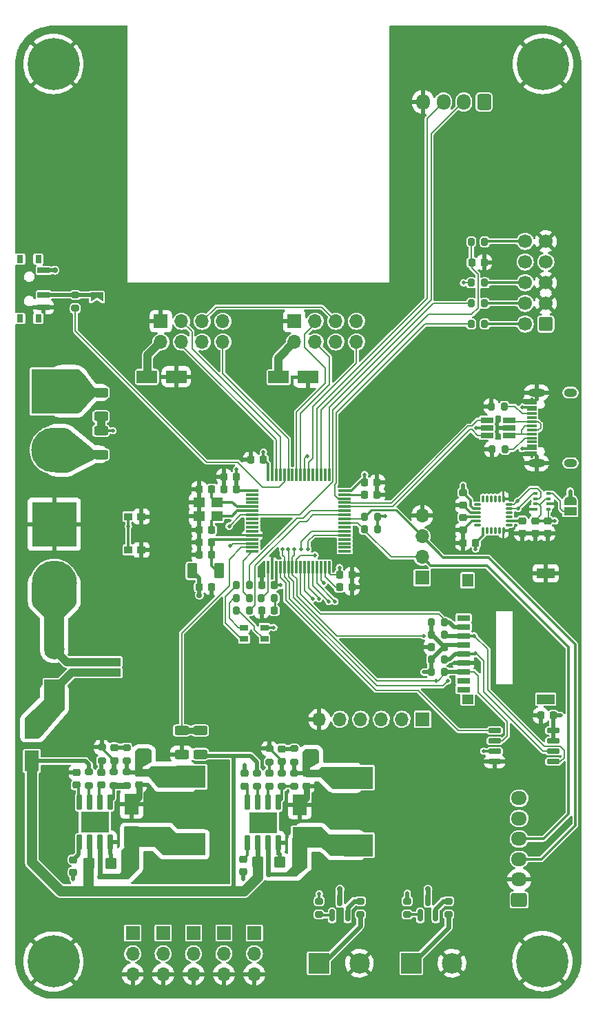
<source format=gtl>
%TF.GenerationSoftware,KiCad,Pcbnew,(6.0.7)*%
%TF.CreationDate,2023-03-12T18:49:50+01:00*%
%TF.ProjectId,Amon_board,416d6f6e-5f62-46f6-9172-642e6b696361,2.2*%
%TF.SameCoordinates,Original*%
%TF.FileFunction,Copper,L1,Top*%
%TF.FilePolarity,Positive*%
%FSLAX46Y46*%
G04 Gerber Fmt 4.6, Leading zero omitted, Abs format (unit mm)*
G04 Created by KiCad (PCBNEW (6.0.7)) date 2023-03-12 18:49:50*
%MOMM*%
%LPD*%
G01*
G04 APERTURE LIST*
G04 Aperture macros list*
%AMRoundRect*
0 Rectangle with rounded corners*
0 $1 Rounding radius*
0 $2 $3 $4 $5 $6 $7 $8 $9 X,Y pos of 4 corners*
0 Add a 4 corners polygon primitive as box body*
4,1,4,$2,$3,$4,$5,$6,$7,$8,$9,$2,$3,0*
0 Add four circle primitives for the rounded corners*
1,1,$1+$1,$2,$3*
1,1,$1+$1,$4,$5*
1,1,$1+$1,$6,$7*
1,1,$1+$1,$8,$9*
0 Add four rect primitives between the rounded corners*
20,1,$1+$1,$2,$3,$4,$5,0*
20,1,$1+$1,$4,$5,$6,$7,0*
20,1,$1+$1,$6,$7,$8,$9,0*
20,1,$1+$1,$8,$9,$2,$3,0*%
%AMFreePoly0*
4,1,22,0.550000,-0.750000,0.000000,-0.750000,0.000000,-0.745033,-0.079941,-0.743568,-0.215256,-0.701293,-0.333266,-0.622738,-0.424486,-0.514219,-0.481581,-0.384460,-0.499164,-0.250000,-0.500000,-0.250000,-0.500000,0.250000,-0.499164,0.250000,-0.499963,0.256109,-0.478152,0.396186,-0.417904,0.524511,-0.324060,0.630769,-0.204165,0.706417,-0.067858,0.745374,0.000000,0.744959,0.000000,0.750000,
0.550000,0.750000,0.550000,-0.750000,0.550000,-0.750000,$1*%
%AMFreePoly1*
4,1,20,0.000000,0.744959,0.073905,0.744508,0.209726,0.703889,0.328688,0.626782,0.421226,0.519385,0.479903,0.390333,0.500000,0.250000,0.500000,-0.250000,0.499851,-0.262216,0.476331,-0.402017,0.414519,-0.529596,0.319384,-0.634700,0.198574,-0.708877,0.061801,-0.746166,0.000000,-0.745033,0.000000,-0.750000,-0.550000,-0.750000,-0.550000,0.750000,0.000000,0.750000,0.000000,0.744959,
0.000000,0.744959,$1*%
%AMFreePoly2*
4,1,6,1.000000,0.000000,0.500000,-0.750000,-0.500000,-0.750000,-0.500000,0.750000,0.500000,0.750000,1.000000,0.000000,1.000000,0.000000,$1*%
%AMFreePoly3*
4,1,6,0.500000,-0.750000,-0.650000,-0.750000,-0.150000,0.000000,-0.650000,0.750000,0.500000,0.750000,0.500000,-0.750000,0.500000,-0.750000,$1*%
G04 Aperture macros list end*
%TA.AperFunction,SMDPad,CuDef*%
%ADD10FreePoly0,90.000000*%
%TD*%
%TA.AperFunction,SMDPad,CuDef*%
%ADD11R,1.500000X1.000000*%
%TD*%
%TA.AperFunction,SMDPad,CuDef*%
%ADD12FreePoly1,90.000000*%
%TD*%
%TA.AperFunction,ComponentPad*%
%ADD13C,0.800000*%
%TD*%
%TA.AperFunction,ComponentPad*%
%ADD14C,6.400000*%
%TD*%
%TA.AperFunction,SMDPad,CuDef*%
%ADD15RoundRect,0.200000X0.200000X0.275000X-0.200000X0.275000X-0.200000X-0.275000X0.200000X-0.275000X0*%
%TD*%
%TA.AperFunction,SMDPad,CuDef*%
%ADD16RoundRect,0.225000X-0.225000X-0.250000X0.225000X-0.250000X0.225000X0.250000X-0.225000X0.250000X0*%
%TD*%
%TA.AperFunction,ComponentPad*%
%ADD17R,5.516000X5.516000*%
%TD*%
%TA.AperFunction,ComponentPad*%
%ADD18C,5.516000*%
%TD*%
%TA.AperFunction,ComponentPad*%
%ADD19R,1.700000X1.700000*%
%TD*%
%TA.AperFunction,ComponentPad*%
%ADD20O,1.700000X1.700000*%
%TD*%
%TA.AperFunction,SMDPad,CuDef*%
%ADD21RoundRect,0.200000X0.275000X-0.200000X0.275000X0.200000X-0.275000X0.200000X-0.275000X-0.200000X0*%
%TD*%
%TA.AperFunction,SMDPad,CuDef*%
%ADD22RoundRect,0.250000X0.625000X-0.312500X0.625000X0.312500X-0.625000X0.312500X-0.625000X-0.312500X0*%
%TD*%
%TA.AperFunction,SMDPad,CuDef*%
%ADD23RoundRect,0.200000X-0.275000X0.200000X-0.275000X-0.200000X0.275000X-0.200000X0.275000X0.200000X0*%
%TD*%
%TA.AperFunction,SMDPad,CuDef*%
%ADD24R,3.600000X2.700000*%
%TD*%
%TA.AperFunction,SMDPad,CuDef*%
%ADD25RoundRect,0.225000X0.225000X0.250000X-0.225000X0.250000X-0.225000X-0.250000X0.225000X-0.250000X0*%
%TD*%
%TA.AperFunction,SMDPad,CuDef*%
%ADD26RoundRect,0.225000X0.250000X-0.225000X0.250000X0.225000X-0.250000X0.225000X-0.250000X-0.225000X0*%
%TD*%
%TA.AperFunction,SMDPad,CuDef*%
%ADD27R,1.800000X2.500000*%
%TD*%
%TA.AperFunction,SMDPad,CuDef*%
%ADD28RoundRect,0.225000X-0.250000X0.225000X-0.250000X-0.225000X0.250000X-0.225000X0.250000X0.225000X0*%
%TD*%
%TA.AperFunction,ComponentPad*%
%ADD29R,2.500000X2.500000*%
%TD*%
%TA.AperFunction,ComponentPad*%
%ADD30C,2.500000*%
%TD*%
%TA.AperFunction,SMDPad,CuDef*%
%ADD31RoundRect,0.150000X-0.650000X-0.150000X0.650000X-0.150000X0.650000X0.150000X-0.650000X0.150000X0*%
%TD*%
%TA.AperFunction,SMDPad,CuDef*%
%ADD32R,0.500000X0.350000*%
%TD*%
%TA.AperFunction,SMDPad,CuDef*%
%ADD33RoundRect,0.200000X-0.200000X-0.275000X0.200000X-0.275000X0.200000X0.275000X-0.200000X0.275000X0*%
%TD*%
%TA.AperFunction,SMDPad,CuDef*%
%ADD34RoundRect,0.250000X-0.450000X-0.425000X0.450000X-0.425000X0.450000X0.425000X-0.450000X0.425000X0*%
%TD*%
%TA.AperFunction,ComponentPad*%
%ADD35RoundRect,0.250000X0.600000X0.600000X-0.600000X0.600000X-0.600000X-0.600000X0.600000X-0.600000X0*%
%TD*%
%TA.AperFunction,ComponentPad*%
%ADD36C,1.700000*%
%TD*%
%TA.AperFunction,ComponentPad*%
%ADD37O,1.600000X1.000000*%
%TD*%
%TA.AperFunction,SMDPad,CuDef*%
%ADD38R,1.150000X0.300000*%
%TD*%
%TA.AperFunction,ComponentPad*%
%ADD39O,2.100000X1.000000*%
%TD*%
%TA.AperFunction,SMDPad,CuDef*%
%ADD40FreePoly2,90.000000*%
%TD*%
%TA.AperFunction,SMDPad,CuDef*%
%ADD41FreePoly3,90.000000*%
%TD*%
%TA.AperFunction,SMDPad,CuDef*%
%ADD42R,1.560000X0.650000*%
%TD*%
%TA.AperFunction,ComponentPad*%
%ADD43RoundRect,0.250000X0.725000X-0.600000X0.725000X0.600000X-0.725000X0.600000X-0.725000X-0.600000X0*%
%TD*%
%TA.AperFunction,ComponentPad*%
%ADD44O,1.950000X1.700000*%
%TD*%
%TA.AperFunction,SMDPad,CuDef*%
%ADD45R,1.600000X0.700000*%
%TD*%
%TA.AperFunction,SMDPad,CuDef*%
%ADD46R,1.400000X1.200000*%
%TD*%
%TA.AperFunction,SMDPad,CuDef*%
%ADD47R,1.400000X1.600000*%
%TD*%
%TA.AperFunction,SMDPad,CuDef*%
%ADD48R,2.200000X1.200000*%
%TD*%
%TA.AperFunction,SMDPad,CuDef*%
%ADD49R,1.000000X0.900000*%
%TD*%
%TA.AperFunction,SMDPad,CuDef*%
%ADD50RoundRect,0.150000X0.150000X-0.820000X0.150000X0.820000X-0.150000X0.820000X-0.150000X-0.820000X0*%
%TD*%
%TA.AperFunction,SMDPad,CuDef*%
%ADD51R,3.510000X2.620000*%
%TD*%
%TA.AperFunction,SMDPad,CuDef*%
%ADD52RoundRect,0.250000X0.362500X0.700000X-0.362500X0.700000X-0.362500X-0.700000X0.362500X-0.700000X0*%
%TD*%
%TA.AperFunction,SMDPad,CuDef*%
%ADD53R,0.800000X1.000000*%
%TD*%
%TA.AperFunction,SMDPad,CuDef*%
%ADD54R,1.500000X0.700000*%
%TD*%
%TA.AperFunction,ComponentPad*%
%ADD55RoundRect,0.250000X0.600000X0.725000X-0.600000X0.725000X-0.600000X-0.725000X0.600000X-0.725000X0*%
%TD*%
%TA.AperFunction,ComponentPad*%
%ADD56O,1.700000X1.950000*%
%TD*%
%TA.AperFunction,SMDPad,CuDef*%
%ADD57RoundRect,0.250000X-1.050000X-0.550000X1.050000X-0.550000X1.050000X0.550000X-1.050000X0.550000X0*%
%TD*%
%TA.AperFunction,SMDPad,CuDef*%
%ADD58RoundRect,0.218750X0.256250X-0.218750X0.256250X0.218750X-0.256250X0.218750X-0.256250X-0.218750X0*%
%TD*%
%TA.AperFunction,SMDPad,CuDef*%
%ADD59RoundRect,0.250000X-0.625000X0.312500X-0.625000X-0.312500X0.625000X-0.312500X0.625000X0.312500X0*%
%TD*%
%TA.AperFunction,SMDPad,CuDef*%
%ADD60R,1.000000X0.800000*%
%TD*%
%TA.AperFunction,SMDPad,CuDef*%
%ADD61RoundRect,0.150000X0.150000X-0.587500X0.150000X0.587500X-0.150000X0.587500X-0.150000X-0.587500X0*%
%TD*%
%TA.AperFunction,SMDPad,CuDef*%
%ADD62RoundRect,0.075000X-0.700000X-0.075000X0.700000X-0.075000X0.700000X0.075000X-0.700000X0.075000X0*%
%TD*%
%TA.AperFunction,SMDPad,CuDef*%
%ADD63RoundRect,0.075000X-0.075000X-0.700000X0.075000X-0.700000X0.075000X0.700000X-0.075000X0.700000X0*%
%TD*%
%TA.AperFunction,SMDPad,CuDef*%
%ADD64RoundRect,0.075000X-0.075000X0.350000X-0.075000X-0.350000X0.075000X-0.350000X0.075000X0.350000X0*%
%TD*%
%TA.AperFunction,SMDPad,CuDef*%
%ADD65RoundRect,0.075000X-0.350000X-0.075000X0.350000X-0.075000X0.350000X0.075000X-0.350000X0.075000X0*%
%TD*%
%TA.AperFunction,SMDPad,CuDef*%
%ADD66RoundRect,0.218750X-0.218750X-0.256250X0.218750X-0.256250X0.218750X0.256250X-0.218750X0.256250X0*%
%TD*%
%TA.AperFunction,ViaPad*%
%ADD67C,0.500000*%
%TD*%
%TA.AperFunction,ViaPad*%
%ADD68C,0.700000*%
%TD*%
%TA.AperFunction,Conductor*%
%ADD69C,0.500000*%
%TD*%
%TA.AperFunction,Conductor*%
%ADD70C,0.600000*%
%TD*%
%TA.AperFunction,Conductor*%
%ADD71C,1.300000*%
%TD*%
%TA.AperFunction,Conductor*%
%ADD72C,0.800000*%
%TD*%
%TA.AperFunction,Conductor*%
%ADD73C,0.300000*%
%TD*%
%TA.AperFunction,Conductor*%
%ADD74C,1.000000*%
%TD*%
%TA.AperFunction,Conductor*%
%ADD75C,0.200000*%
%TD*%
%TA.AperFunction,Conductor*%
%ADD76C,0.250000*%
%TD*%
G04 APERTURE END LIST*
D10*
X223418400Y-90200000D03*
D11*
X223418400Y-88900000D03*
D12*
X223418400Y-87600000D03*
D13*
X221762656Y-32237344D03*
X221762656Y-35631456D03*
X220065600Y-31534400D03*
X217665600Y-33934400D03*
D14*
X220065600Y-33934400D03*
D13*
X222465600Y-33934400D03*
X220065600Y-36334400D03*
X218368544Y-32237344D03*
X218368544Y-35631456D03*
D15*
X212915000Y-63360300D03*
X211265000Y-63360300D03*
D16*
X211315000Y-58305700D03*
X212865000Y-58305700D03*
D17*
X159969200Y-74174800D03*
D18*
X159969200Y-81374800D03*
D19*
X205232000Y-97068800D03*
D20*
X205232000Y-94528800D03*
X205232000Y-91988800D03*
X205232000Y-89448800D03*
D21*
X203403200Y-138442200D03*
X203403200Y-136792200D03*
D15*
X212915000Y-55778400D03*
X211265000Y-55778400D03*
D22*
X177952400Y-118749000D03*
X177952400Y-115824000D03*
D15*
X184009800Y-97993200D03*
X182359800Y-97993200D03*
D23*
X184912000Y-121044200D03*
X184912000Y-122694200D03*
D24*
X197408800Y-129930800D03*
X197408800Y-121630800D03*
D21*
X168893000Y-122592600D03*
X168893000Y-120942600D03*
X189484000Y-122694200D03*
X189484000Y-121044200D03*
D25*
X211798200Y-92760800D03*
X210248200Y-92760800D03*
D26*
X162774600Y-122542600D03*
X162774600Y-120992600D03*
D15*
X212915000Y-60833000D03*
X211265000Y-60833000D03*
D27*
X169531000Y-128898400D03*
X169531000Y-124898400D03*
D22*
X165760400Y-81929700D03*
X165760400Y-79004700D03*
D28*
X210261200Y-86601000D03*
X210261200Y-88151000D03*
D29*
X192521200Y-144424400D03*
D30*
X197521200Y-144424400D03*
D31*
X214128800Y-115849400D03*
X214128800Y-117119400D03*
X214128800Y-118389400D03*
X214128800Y-119659400D03*
X221328800Y-119659400D03*
X221328800Y-118389400D03*
X221328800Y-117119400D03*
X221328800Y-115849400D03*
D15*
X215435200Y-81280000D03*
X213785200Y-81280000D03*
D26*
X183388000Y-122644200D03*
X183388000Y-121094200D03*
D19*
X189531200Y-65550000D03*
D20*
X189531200Y-68090000D03*
X192071200Y-65550000D03*
X192071200Y-68090000D03*
X194611200Y-65550000D03*
X194611200Y-68090000D03*
X197151200Y-65550000D03*
X197151200Y-68090000D03*
D32*
X219113200Y-88655800D03*
X219113200Y-88005800D03*
X219113200Y-87355800D03*
X219113200Y-86705800D03*
X220713200Y-86705800D03*
X220713200Y-87355800D03*
X220713200Y-88005800D03*
X220713200Y-88655800D03*
D21*
X192582800Y-138442200D03*
X192582800Y-136792200D03*
D23*
X197662800Y-136792200D03*
X197662800Y-138442200D03*
D29*
X160020000Y-110866800D03*
D30*
X160020000Y-105866800D03*
D23*
X162610800Y-62307200D03*
X162610800Y-63957200D03*
D19*
X180873400Y-140716000D03*
D20*
X180873400Y-143256000D03*
X180873400Y-145796000D03*
D33*
X206349600Y-108661200D03*
X207999600Y-108661200D03*
D13*
X159918400Y-31534400D03*
D14*
X159918400Y-33934400D03*
D13*
X162318400Y-33934400D03*
X159918400Y-36334400D03*
X158221344Y-35631456D03*
X157518400Y-33934400D03*
X161615456Y-35631456D03*
X158221344Y-32237344D03*
X161615456Y-32237344D03*
D34*
X185035200Y-132029200D03*
X187735200Y-132029200D03*
D35*
X220421200Y-65887600D03*
D36*
X217881200Y-65887600D03*
X220421200Y-63347600D03*
X217881200Y-63347600D03*
X220421200Y-60807600D03*
X217881200Y-60807600D03*
X220421200Y-58267600D03*
X217881200Y-58267600D03*
X220421200Y-55727600D03*
X217881200Y-55727600D03*
D15*
X184009800Y-99568000D03*
X182359800Y-99568000D03*
D21*
X189484000Y-119717000D03*
X189484000Y-118067000D03*
D25*
X179376300Y-94234000D03*
X177826300Y-94234000D03*
D29*
X203900400Y-144424400D03*
D30*
X208900400Y-144424400D03*
D25*
X182435800Y-86156800D03*
X180885800Y-86156800D03*
D19*
X184607200Y-140716000D03*
D20*
X184607200Y-143256000D03*
X184607200Y-145796000D03*
D34*
X164269400Y-132130800D03*
X166969400Y-132130800D03*
D37*
X223457600Y-82958400D03*
X223457600Y-74318400D03*
D38*
X218712600Y-81988400D03*
X218712600Y-81188400D03*
X218712600Y-79888400D03*
X218712600Y-78888400D03*
X218712600Y-78388400D03*
X218712600Y-77388400D03*
X218712600Y-76088400D03*
X218712600Y-75288400D03*
X218712600Y-75588400D03*
X218712600Y-76388400D03*
X218712600Y-76888400D03*
X218712600Y-77888400D03*
X218712600Y-79388400D03*
X218712600Y-80388400D03*
X218712600Y-80888400D03*
X218712600Y-81688400D03*
D39*
X219277600Y-74318400D03*
X219277600Y-82958400D03*
D25*
X179376300Y-92710000D03*
X177826300Y-92710000D03*
D40*
X165252400Y-63971000D03*
D41*
X165252400Y-62521000D03*
D25*
X179376300Y-91186000D03*
X177826300Y-91186000D03*
D27*
X190195200Y-128949200D03*
X190195200Y-124949200D03*
D16*
X219798600Y-113995200D03*
X221348600Y-113995200D03*
D13*
X221711856Y-142473344D03*
X222414800Y-144170400D03*
X218317744Y-145867456D03*
X220014800Y-146570400D03*
X220014800Y-141770400D03*
X221711856Y-145867456D03*
X217614800Y-144170400D03*
X218317744Y-142473344D03*
D14*
X220014800Y-144170400D03*
D42*
X215909400Y-79588400D03*
X215909400Y-78638400D03*
X215909400Y-77688400D03*
X213209400Y-77688400D03*
X213209400Y-78638400D03*
X213209400Y-79588400D03*
D15*
X199757800Y-89560400D03*
X198107800Y-89560400D03*
D43*
X217148800Y-136653600D03*
D44*
X217148800Y-134153600D03*
X217148800Y-131653600D03*
X217148800Y-129153600D03*
X217148800Y-126653600D03*
X217148800Y-124153600D03*
D19*
X173405800Y-140716000D03*
D20*
X173405800Y-143256000D03*
X173405800Y-145796000D03*
D26*
X170422600Y-122542600D03*
X170422600Y-120992600D03*
D45*
X210321200Y-101991600D03*
X210321200Y-103091600D03*
X210321200Y-104191600D03*
X210321200Y-105291600D03*
X210321200Y-106391600D03*
X210321200Y-107491600D03*
X210321200Y-108591600D03*
X210321200Y-109691600D03*
X210321200Y-110791600D03*
D46*
X210821200Y-111991600D03*
D47*
X210821200Y-97391600D03*
D48*
X220421200Y-111991600D03*
X220421200Y-96491600D03*
D26*
X191008000Y-122644200D03*
X191008000Y-121094200D03*
D25*
X185737800Y-82550000D03*
X184187800Y-82550000D03*
D28*
X210261200Y-89649000D03*
X210261200Y-91199000D03*
D26*
X219100400Y-91605400D03*
X219100400Y-90055400D03*
D33*
X185438600Y-99568000D03*
X187088600Y-99568000D03*
D15*
X215333600Y-75996800D03*
X213683600Y-75996800D03*
D33*
X206337400Y-107086400D03*
X207987400Y-107086400D03*
D23*
X208483200Y-136792200D03*
X208483200Y-138442200D03*
X167363400Y-120942600D03*
X167363400Y-122592600D03*
D49*
X170726000Y-89542400D03*
X170726000Y-93642400D03*
X169126000Y-93642400D03*
X169126000Y-89542400D03*
D16*
X198157800Y-85344000D03*
X199707800Y-85344000D03*
D19*
X173122800Y-65550000D03*
D20*
X173122800Y-68090000D03*
X175662800Y-65550000D03*
X175662800Y-68090000D03*
X178202800Y-65550000D03*
X178202800Y-68090000D03*
X180742800Y-65550000D03*
X180742800Y-68090000D03*
D50*
X163093400Y-129581600D03*
X164363400Y-129581600D03*
X165633400Y-129581600D03*
X166903400Y-129581600D03*
X166903400Y-124621600D03*
X165633400Y-124621600D03*
X164363400Y-124621600D03*
X163093400Y-124621600D03*
D51*
X164998400Y-127101600D03*
D33*
X206337400Y-102514400D03*
X207987400Y-102514400D03*
D52*
X180263800Y-96215200D03*
X176938800Y-96215200D03*
D33*
X206337400Y-104038400D03*
X207987400Y-104038400D03*
D16*
X206375200Y-105562400D03*
X207925200Y-105562400D03*
D26*
X165833800Y-122542600D03*
X165833800Y-120992600D03*
D23*
X165850600Y-117900000D03*
X165850600Y-119550000D03*
X164304200Y-120942600D03*
X164304200Y-122592600D03*
X187960000Y-121044200D03*
X187960000Y-122694200D03*
D27*
X157276800Y-119570000D03*
X157276800Y-115570000D03*
D26*
X186436000Y-122644200D03*
X186436000Y-121094200D03*
D53*
X155846800Y-65207400D03*
X158056800Y-65207400D03*
X155846800Y-57907400D03*
X158056800Y-57907400D03*
D54*
X158706800Y-59307400D03*
X158706800Y-62307400D03*
X158706800Y-63807400D03*
D55*
X212842800Y-38603600D03*
D56*
X210342800Y-38603600D03*
X207842800Y-38603600D03*
X205342800Y-38603600D03*
D46*
X179998300Y-87807800D03*
X177798300Y-87807800D03*
X177798300Y-89507800D03*
X179998300Y-89507800D03*
D16*
X177837800Y-98196400D03*
X179387800Y-98196400D03*
D57*
X187590800Y-72428000D03*
X191190800Y-72428000D03*
D58*
X187960000Y-119659500D03*
X187960000Y-118084500D03*
D28*
X183235600Y-131660600D03*
X183235600Y-133210600D03*
D59*
X175666400Y-115824000D03*
X175666400Y-118749000D03*
D60*
X183357200Y-103186000D03*
X183357200Y-104586000D03*
X185857200Y-104586000D03*
X185857200Y-103186000D03*
D57*
X171414400Y-72377200D03*
X175014400Y-72377200D03*
D61*
X194172800Y-138554700D03*
X196072800Y-138554700D03*
X195122800Y-136679700D03*
D24*
X176834800Y-129829200D03*
X176834800Y-121529200D03*
D13*
X158221344Y-145918256D03*
X162318400Y-144221200D03*
X158221344Y-142524144D03*
X159918400Y-146621200D03*
X159918400Y-141821200D03*
X161615456Y-142524144D03*
D14*
X159918400Y-144221200D03*
D13*
X161615456Y-145918256D03*
X157518400Y-144221200D03*
D16*
X195059000Y-98247200D03*
X196609000Y-98247200D03*
D62*
X184367800Y-86343800D03*
X184367800Y-86843800D03*
X184367800Y-87343800D03*
X184367800Y-87843800D03*
X184367800Y-88343800D03*
X184367800Y-88843800D03*
X184367800Y-89343800D03*
X184367800Y-89843800D03*
X184367800Y-90343800D03*
X184367800Y-90843800D03*
X184367800Y-91343800D03*
X184367800Y-91843800D03*
X184367800Y-92343800D03*
X184367800Y-92843800D03*
X184367800Y-93343800D03*
X184367800Y-93843800D03*
D63*
X186292800Y-95768800D03*
X186792800Y-95768800D03*
X187292800Y-95768800D03*
X187792800Y-95768800D03*
X188292800Y-95768800D03*
X188792800Y-95768800D03*
X189292800Y-95768800D03*
X189792800Y-95768800D03*
X190292800Y-95768800D03*
X190792800Y-95768800D03*
X191292800Y-95768800D03*
X191792800Y-95768800D03*
X192292800Y-95768800D03*
X192792800Y-95768800D03*
X193292800Y-95768800D03*
X193792800Y-95768800D03*
D62*
X195717800Y-93843800D03*
X195717800Y-93343800D03*
X195717800Y-92843800D03*
X195717800Y-92343800D03*
X195717800Y-91843800D03*
X195717800Y-91343800D03*
X195717800Y-90843800D03*
X195717800Y-90343800D03*
X195717800Y-89843800D03*
X195717800Y-89343800D03*
X195717800Y-88843800D03*
X195717800Y-88343800D03*
X195717800Y-87843800D03*
X195717800Y-87343800D03*
X195717800Y-86843800D03*
X195717800Y-86343800D03*
D63*
X193792800Y-84418800D03*
X193292800Y-84418800D03*
X192792800Y-84418800D03*
X192292800Y-84418800D03*
X191792800Y-84418800D03*
X191292800Y-84418800D03*
X190792800Y-84418800D03*
X190292800Y-84418800D03*
X189792800Y-84418800D03*
X189292800Y-84418800D03*
X188792800Y-84418800D03*
X188292800Y-84418800D03*
X187792800Y-84418800D03*
X187292800Y-84418800D03*
X186792800Y-84418800D03*
X186292800Y-84418800D03*
D58*
X167374600Y-119512500D03*
X167374600Y-117937500D03*
D17*
X160020000Y-90492000D03*
D18*
X160020000Y-97692000D03*
D23*
X186436000Y-118067000D03*
X186436000Y-119717000D03*
D16*
X195059000Y-96723200D03*
X196609000Y-96723200D03*
D25*
X187058600Y-97993200D03*
X185508600Y-97993200D03*
D64*
X215219600Y-87356400D03*
X214719600Y-87356400D03*
X214219600Y-87356400D03*
X213719600Y-87356400D03*
X213219600Y-87356400D03*
X212719600Y-87356400D03*
D65*
X212019600Y-88056400D03*
X212019600Y-88556400D03*
X212019600Y-89056400D03*
X212019600Y-89556400D03*
X212019600Y-90056400D03*
X212019600Y-90556400D03*
D64*
X212719600Y-91256400D03*
X213219600Y-91256400D03*
X213719600Y-91256400D03*
X214219600Y-91256400D03*
X214719600Y-91256400D03*
X215219600Y-91256400D03*
D65*
X215919600Y-90556400D03*
X215919600Y-90056400D03*
X215919600Y-89556400D03*
X215919600Y-89056400D03*
X215919600Y-88556400D03*
X215919600Y-88056400D03*
D61*
X204993200Y-138554700D03*
X206893200Y-138554700D03*
X205943200Y-136679700D03*
D19*
X169672000Y-140716000D03*
D20*
X169672000Y-143256000D03*
X169672000Y-145796000D03*
D11*
X167436800Y-108712000D03*
X167436800Y-107412000D03*
D28*
X220624400Y-90055400D03*
X220624400Y-91605400D03*
D15*
X199757800Y-91135200D03*
X198107800Y-91135200D03*
D28*
X162368200Y-131711400D03*
X162368200Y-133261400D03*
D25*
X182435800Y-84632800D03*
X180885800Y-84632800D03*
D19*
X177139600Y-140716000D03*
D20*
X177139600Y-143256000D03*
X177139600Y-145796000D03*
D19*
X205282800Y-114452400D03*
D20*
X202742800Y-114452400D03*
X200202800Y-114452400D03*
X197662800Y-114452400D03*
X195122800Y-114452400D03*
X192582800Y-114452400D03*
D50*
X183769000Y-129632400D03*
X185039000Y-129632400D03*
X186309000Y-129632400D03*
X187579000Y-129632400D03*
X187579000Y-124672400D03*
X186309000Y-124672400D03*
X185039000Y-124672400D03*
X183769000Y-124672400D03*
D51*
X185674000Y-127152400D03*
D15*
X184009800Y-101092000D03*
X182359800Y-101092000D03*
D28*
X217525600Y-90055400D03*
X217525600Y-91605400D03*
D66*
X185496100Y-101092000D03*
X187071100Y-101092000D03*
D16*
X198157800Y-86868000D03*
X199707800Y-86868000D03*
D21*
X168898600Y-119562200D03*
X168898600Y-117912200D03*
D22*
X165760400Y-77256100D03*
X165760400Y-74331100D03*
D15*
X212915000Y-65887600D03*
X211265000Y-65887600D03*
D25*
X179376300Y-86156800D03*
X177826300Y-86156800D03*
D67*
X163169600Y-55219600D03*
X185293000Y-65532000D03*
X187502800Y-65532000D03*
X180543200Y-124832534D03*
X197967600Y-93268800D03*
X207022700Y-73596500D03*
X180543200Y-132486402D03*
X193243200Y-93218000D03*
X222046800Y-80060800D03*
X212852000Y-102666800D03*
X213766400Y-86055200D03*
X197205600Y-62534800D03*
X220014800Y-108204000D03*
X180543200Y-128659466D03*
X192836800Y-125679200D03*
X159969200Y-127711200D03*
X166878000Y-64008000D03*
X205181200Y-75234800D03*
X196646800Y-100279200D03*
X200609200Y-129895600D03*
X201498200Y-78511400D03*
X185470800Y-96164400D03*
X218135200Y-88646000D03*
X180543200Y-130572932D03*
X192024000Y-62534800D03*
X178206400Y-62433200D03*
X222046800Y-76911200D03*
X159969200Y-125120400D03*
X214559400Y-77520800D03*
X157988000Y-55219600D03*
X180543200Y-126746000D03*
X183083200Y-65532000D03*
X200609200Y-121920000D03*
X180543200Y-122919068D03*
X221843600Y-39827200D03*
X189433200Y-62534800D03*
X180797200Y-62433200D03*
X200609200Y-125679200D03*
X218338400Y-39878000D03*
X189585600Y-74117200D03*
X194614800Y-62534800D03*
X199656700Y-80149700D03*
X222605600Y-99669600D03*
X187299600Y-94132400D03*
X203339700Y-76873100D03*
X165760400Y-55219600D03*
X207619600Y-91897200D03*
X186385200Y-91846400D03*
X211531200Y-107492800D03*
X196723000Y-125679200D03*
X159969200Y-122529600D03*
X175615600Y-62433200D03*
X214559400Y-79705200D03*
X180543200Y-121005602D03*
X220014800Y-105359200D03*
X159969200Y-130302000D03*
X160578800Y-55219600D03*
X205384400Y-105562400D03*
X223418400Y-91998800D03*
X173024800Y-62433200D03*
X183388000Y-120091200D03*
X170434000Y-118516400D03*
X170434000Y-119329200D03*
X171399200Y-118516400D03*
X170434000Y-120142000D03*
X171399200Y-119329200D03*
X217505800Y-81178400D03*
X211867000Y-78638400D03*
X217556600Y-76098400D03*
X210312000Y-60833000D03*
X191109600Y-82092800D03*
X169126000Y-90728800D03*
X181508400Y-90728800D03*
X211632800Y-104190800D03*
X189484000Y-93522800D03*
X205435200Y-104190800D03*
X217005600Y-88556400D03*
X193141600Y-97688400D03*
X208381600Y-109728000D03*
X188061600Y-93522800D03*
X211734400Y-106375200D03*
X206959200Y-109728000D03*
X188772800Y-93522800D03*
X192074800Y-94284800D03*
X190347600Y-93522800D03*
X191211200Y-93522800D03*
X191770000Y-99628100D03*
X192532000Y-99628100D03*
X181660800Y-93116400D03*
X167233600Y-78994000D03*
X193751200Y-99974400D03*
X192582800Y-135890000D03*
X194513200Y-99974400D03*
X203403200Y-135839200D03*
X182435800Y-83765400D03*
X191973200Y-119380000D03*
X191973200Y-118567200D03*
X212801200Y-118364000D03*
X187816900Y-97993200D03*
D68*
X205943200Y-135331200D03*
X160103800Y-59271400D03*
X177850800Y-99212400D03*
D67*
X186994800Y-103174800D03*
D68*
X195122800Y-135331200D03*
D67*
X205435200Y-108661200D03*
X210261200Y-85723000D03*
X198170800Y-84378800D03*
X211798200Y-93522800D03*
X191008000Y-118567200D03*
X222250000Y-113995200D03*
X191008000Y-119380000D03*
X185724800Y-81635600D03*
X221538800Y-90068400D03*
X200698600Y-89509600D03*
X195072000Y-95808800D03*
X191008000Y-120192800D03*
X223418400Y-86410800D03*
X216966800Y-87630000D03*
D68*
X186334400Y-133553200D03*
D67*
X183235600Y-134112000D03*
X162368200Y-134134500D03*
X165582600Y-133756400D03*
D69*
X223418400Y-87600000D02*
X223418400Y-86410800D01*
D70*
X164363400Y-132021600D02*
X164312600Y-132072400D01*
D71*
X185035200Y-133868035D02*
X183368835Y-135534400D01*
D69*
X163867600Y-119570000D02*
X157276800Y-119570000D01*
D71*
X157276800Y-132029200D02*
X160782000Y-135534400D01*
D70*
X164363400Y-129632400D02*
X164363400Y-132021600D01*
D71*
X181508400Y-135534400D02*
X163271200Y-135534400D01*
X183368835Y-135534400D02*
X181508400Y-135534400D01*
D72*
X185039000Y-132025400D02*
X185035200Y-132029200D01*
D71*
X185035200Y-132029200D02*
X185035200Y-133868035D01*
D69*
X178126200Y-118922800D02*
X177952400Y-118749000D01*
X164298600Y-120942600D02*
X164298600Y-120001000D01*
X164298600Y-120001000D02*
X163867600Y-119570000D01*
D71*
X164232600Y-135487400D02*
X164232600Y-132130800D01*
D70*
X185039000Y-129632400D02*
X185039000Y-132025400D01*
D69*
X184912000Y-121044200D02*
X184912000Y-119684800D01*
X184150000Y-118922800D02*
X178126200Y-118922800D01*
X182067200Y-134975600D02*
X181508400Y-135534400D01*
D71*
X157276800Y-119570000D02*
X157276800Y-132029200D01*
X160782000Y-135534400D02*
X163271200Y-135534400D01*
D69*
X182067200Y-119024400D02*
X182067200Y-134975600D01*
X184912000Y-119684800D02*
X184150000Y-118922800D01*
X183388000Y-121094200D02*
X183388000Y-120091200D01*
D73*
X211390800Y-90056400D02*
X210261200Y-91186000D01*
X211530000Y-107491600D02*
X211531200Y-107492800D01*
X187960000Y-119591000D02*
X186436000Y-118067000D01*
X213683600Y-76086200D02*
X213683600Y-75996800D01*
D72*
X191008000Y-122644200D02*
X191008000Y-124136400D01*
X191008000Y-124136400D02*
X190195200Y-124949200D01*
D73*
X212019600Y-89056400D02*
X211166600Y-89056400D01*
X167374600Y-120931400D02*
X167363400Y-120942600D01*
X210261200Y-91186000D02*
X210261200Y-91199000D01*
X212019600Y-90056400D02*
X211390800Y-90056400D01*
X211166600Y-89056400D02*
X210261200Y-88151000D01*
D72*
X170422600Y-124006800D02*
X169531000Y-124898400D01*
X170422600Y-122542600D02*
X170422600Y-124006800D01*
D73*
X206375200Y-105562400D02*
X205384400Y-105562400D01*
X187960000Y-119659500D02*
X187960000Y-119591000D01*
D69*
X180885800Y-86156800D02*
X180885800Y-84759800D01*
D73*
X210321200Y-107491600D02*
X211530000Y-107491600D01*
X165850600Y-117988500D02*
X167374600Y-119512500D01*
X165850600Y-117900000D02*
X165850600Y-117988500D01*
D69*
X168898600Y-119562200D02*
X168898600Y-120937000D01*
X170422600Y-120992600D02*
X168943000Y-120992600D01*
X168943000Y-120992600D02*
X168893000Y-120942600D01*
D73*
X168898600Y-120937000D02*
X168893000Y-120942600D01*
X186309000Y-122771200D02*
X186436000Y-122644200D01*
X186309000Y-124672400D02*
X186309000Y-122771200D01*
X179615500Y-92343800D02*
X184367800Y-92343800D01*
X180263800Y-96520000D02*
X179376300Y-95632500D01*
X179376300Y-95632500D02*
X179376300Y-92583000D01*
X179376300Y-92583000D02*
X179615500Y-92343800D01*
X182439300Y-88343800D02*
X184367800Y-88343800D01*
X179998300Y-87807800D02*
X181903300Y-87807800D01*
X182439300Y-88343800D02*
X181903300Y-87807800D01*
X179376300Y-87185800D02*
X179376300Y-86156800D01*
X179376300Y-87185800D02*
X179998300Y-87807800D01*
X179389300Y-90116800D02*
X179389300Y-91186000D01*
X179389300Y-90116800D02*
X179998300Y-89507800D01*
X181854300Y-89507800D02*
X179998300Y-89507800D01*
X182518300Y-88843800D02*
X184367800Y-88843800D01*
X182518300Y-88843800D02*
X181854300Y-89507800D01*
X212965800Y-55727600D02*
X217881200Y-55727600D01*
X212915000Y-55778400D02*
X212965800Y-55727600D01*
X217524600Y-90056400D02*
X215919600Y-90056400D01*
X217525600Y-90055400D02*
X217524600Y-90056400D01*
D74*
X162174800Y-108712000D02*
X160020000Y-110866800D01*
X167436800Y-108712000D02*
X162174800Y-108712000D01*
D69*
X187960000Y-118084500D02*
X189466500Y-118084500D01*
X189466500Y-118084500D02*
X189484000Y-118067000D01*
X168898600Y-117912200D02*
X167399900Y-117912200D01*
D73*
X167399900Y-117912200D02*
X167374600Y-117937500D01*
D74*
X161565200Y-107412000D02*
X160020000Y-105866800D01*
X167436800Y-107412000D02*
X161565200Y-107412000D01*
D73*
X217505800Y-81178400D02*
X217515800Y-81188400D01*
X217556600Y-76098400D02*
X217566600Y-76088400D01*
X217515800Y-81188400D02*
X218712600Y-81188400D01*
X217566600Y-76088400D02*
X218712600Y-76088400D01*
X213209400Y-78638400D02*
X211867000Y-78638400D01*
D75*
X218712600Y-77888400D02*
X216109400Y-77888400D01*
X219791800Y-78181200D02*
X219791800Y-78663800D01*
X218712600Y-77888400D02*
X219499000Y-77888400D01*
X218762600Y-78938400D02*
X218712600Y-78888400D01*
X219517200Y-78938400D02*
X218762600Y-78938400D01*
X219791800Y-78663800D02*
X219517200Y-78938400D01*
X219499000Y-77888400D02*
X219791800Y-78181200D01*
X216109400Y-77888400D02*
X215909400Y-77688400D01*
X217416200Y-79388400D02*
X216109400Y-79388400D01*
X217908200Y-78388400D02*
X217416200Y-78880400D01*
X217416200Y-78880400D02*
X217416200Y-79388400D01*
X218712600Y-79388400D02*
X217416200Y-79388400D01*
X216109400Y-79388400D02*
X215909400Y-79588400D01*
X218712600Y-78388400D02*
X217908200Y-78388400D01*
D73*
X192695300Y-138554700D02*
X192582800Y-138442200D01*
X194172800Y-138554700D02*
X192695300Y-138554700D01*
D70*
X196072800Y-138554700D02*
X196072800Y-137581600D01*
X196862200Y-136792200D02*
X197612000Y-136792200D01*
X196072800Y-137581600D02*
X196862200Y-136792200D01*
D73*
X203403200Y-138442200D02*
X204880700Y-138442200D01*
X204880700Y-138442200D02*
X204993200Y-138554700D01*
D70*
X206893200Y-137734000D02*
X207835000Y-136792200D01*
X207835000Y-136792200D02*
X208483200Y-136792200D01*
X206893200Y-138554700D02*
X206893200Y-137734000D01*
D75*
X211265000Y-65887600D02*
X205587600Y-65887600D01*
X194513200Y-85598000D02*
X194513200Y-86944200D01*
X194513200Y-86944200D02*
X194912800Y-87343800D01*
X194912800Y-87343800D02*
X195717800Y-87343800D01*
X194659200Y-85452000D02*
X194513200Y-85598000D01*
X205587600Y-65887600D02*
X194659200Y-76816000D01*
X194659200Y-76816000D02*
X194659200Y-85452000D01*
X211265000Y-63360300D02*
X206590900Y-63360300D01*
X193792800Y-76158400D02*
X193792800Y-84418800D01*
X206590900Y-63360300D02*
X193792800Y-76158400D01*
X210312000Y-60833000D02*
X211265000Y-60833000D01*
X190792800Y-82409600D02*
X190792800Y-84418800D01*
X191109600Y-82092800D02*
X190792800Y-82409600D01*
X181508400Y-90728800D02*
X182893400Y-89343800D01*
X182893400Y-89343800D02*
X184367800Y-89343800D01*
D73*
X169126000Y-90728800D02*
X169126000Y-89542400D01*
D75*
X194259200Y-85257730D02*
X190173130Y-89343800D01*
X211265000Y-58255700D02*
X211315000Y-58305700D01*
X190173130Y-89343800D02*
X184367800Y-89343800D01*
X212090000Y-63906400D02*
X211277200Y-64719200D01*
X211315000Y-59016600D02*
X212090000Y-59791600D01*
X205994000Y-64719200D02*
X194259200Y-76454000D01*
X194259200Y-76454000D02*
X194259200Y-85257730D01*
X211315000Y-58305700D02*
X211315000Y-59016600D01*
X211265000Y-55778400D02*
X211265000Y-58255700D01*
D73*
X169126000Y-93642400D02*
X169126000Y-90728800D01*
D75*
X211277200Y-64719200D02*
X205994000Y-64719200D01*
X212090000Y-59791600D02*
X212090000Y-63906400D01*
X211314399Y-78863400D02*
X211065600Y-78863400D01*
X212039399Y-79588400D02*
X211314399Y-78863400D01*
X201610199Y-88318801D02*
X195742799Y-88318801D01*
X213209400Y-79588400D02*
X212039399Y-79588400D01*
X195742799Y-88318801D02*
X195717800Y-88343800D01*
X211065600Y-78863400D02*
X201610199Y-88318801D01*
X201423801Y-87868799D02*
X195742799Y-87868799D01*
X195742799Y-87868799D02*
X195717800Y-87843800D01*
X211314399Y-78413400D02*
X210879200Y-78413400D01*
X213209400Y-77688400D02*
X212039399Y-77688400D01*
X212039399Y-77688400D02*
X211314399Y-78413400D01*
X210879200Y-78413400D02*
X201423801Y-87868799D01*
X211632800Y-104190800D02*
X213309200Y-105867200D01*
X189839600Y-97231200D02*
X189292800Y-96684400D01*
X205435200Y-104190800D02*
X194726729Y-104190800D01*
D73*
X211632800Y-104190800D02*
X211632000Y-104191600D01*
D75*
X189292800Y-95768800D02*
X189292800Y-94526800D01*
X222656400Y-119176800D02*
X222173800Y-119659400D01*
X213309200Y-105867200D02*
X213309200Y-110838714D01*
X189292800Y-96684400D02*
X189292800Y-95768800D01*
D69*
X208140600Y-104191600D02*
X207987400Y-104038400D01*
D75*
X213309200Y-110838714D02*
X220224886Y-117754400D01*
X194726729Y-104190800D02*
X189839600Y-99303671D01*
X222656400Y-118262400D02*
X222656400Y-119176800D01*
D73*
X211632000Y-104191600D02*
X210321200Y-104191600D01*
D75*
X222173800Y-119659400D02*
X221328800Y-119659400D01*
X189839600Y-99303671D02*
X189839600Y-97231200D01*
X189484000Y-94335600D02*
X189484000Y-93522800D01*
X220224886Y-117754400D02*
X222148400Y-117754400D01*
D69*
X210321200Y-104191600D02*
X208140600Y-104191600D01*
D75*
X222148400Y-117754400D02*
X222656400Y-118262400D01*
X189292800Y-94526800D02*
X189484000Y-94335600D01*
X215919600Y-88556400D02*
X217005600Y-88556400D01*
D73*
X213360000Y-94589600D02*
X224028000Y-105257600D01*
D75*
X218856200Y-86705800D02*
X219113200Y-86705800D01*
D73*
X207832800Y-94589600D02*
X205232000Y-91988800D01*
D75*
X195717800Y-89843800D02*
X197824400Y-89843800D01*
D76*
X197824400Y-89843800D02*
X198107800Y-89560400D01*
X198107800Y-89560400D02*
X198170800Y-89560400D01*
X202003600Y-88760400D02*
X205232000Y-91988800D01*
D73*
X224028000Y-105257600D02*
X224028000Y-127508000D01*
D75*
X217005600Y-88556400D02*
X218856200Y-86705800D01*
D76*
X198170800Y-89560400D02*
X198970800Y-88760400D01*
X198970800Y-88760400D02*
X202003600Y-88760400D01*
D73*
X207832800Y-94589600D02*
X213360000Y-94589600D01*
X224028000Y-127508000D02*
X219882400Y-131653600D01*
X219882400Y-131653600D02*
X217148800Y-131653600D01*
D75*
X193141600Y-97688400D02*
X192792800Y-97339600D01*
X192792800Y-97339600D02*
X192792800Y-95768800D01*
X188292800Y-94516000D02*
X188292800Y-95768800D01*
X211836000Y-106375200D02*
X212750400Y-107289600D01*
X188061600Y-93522800D02*
X188061600Y-94284800D01*
X212750400Y-107289600D02*
X212750400Y-111048800D01*
X207772000Y-110337600D02*
X199644000Y-110337600D01*
D69*
X208584800Y-107086400D02*
X207987400Y-107086400D01*
D75*
X188061600Y-94284800D02*
X188292800Y-94516000D01*
D73*
X211734400Y-106375200D02*
X211718000Y-106391600D01*
D75*
X178202800Y-65550000D02*
X179948000Y-63804800D01*
D73*
X211718000Y-106391600D02*
X210321200Y-106391600D01*
D75*
X220091000Y-118389400D02*
X221328800Y-118389400D01*
X188292800Y-96977104D02*
X188292800Y-95768800D01*
X192866000Y-63804800D02*
X194611200Y-65550000D01*
D69*
X209279600Y-106391600D02*
X208584800Y-107086400D01*
D75*
X188925200Y-97609504D02*
X188292800Y-96977104D01*
X211734400Y-106375200D02*
X211836000Y-106375200D01*
X208381600Y-109728000D02*
X207772000Y-110337600D01*
X212750400Y-111048800D02*
X220091000Y-118389400D01*
X179948000Y-63804800D02*
X192866000Y-63804800D01*
D69*
X210321200Y-106391600D02*
X209279600Y-106391600D01*
D75*
X188925200Y-99618800D02*
X188925200Y-97609504D01*
X199644000Y-110337600D02*
X188925200Y-99618800D01*
X215061800Y-117119400D02*
X215696800Y-116484400D01*
X207999600Y-108890800D02*
X207999600Y-108661200D01*
X207162400Y-109728000D02*
X207999600Y-108890800D01*
D69*
X210321200Y-108591600D02*
X208069200Y-108591600D01*
X208069200Y-108591600D02*
X207999600Y-108661200D01*
D75*
X215696800Y-114757200D02*
X212140800Y-111201200D01*
X206959200Y-109728000D02*
X207162400Y-109728000D01*
X215696800Y-116484400D02*
X215696800Y-114757200D01*
X188772800Y-93522800D02*
X188792800Y-93542800D01*
X189382400Y-97501018D02*
X188792800Y-96911418D01*
X212140800Y-109118400D02*
X211614000Y-108591600D01*
X188792800Y-93542800D02*
X188792800Y-95768800D01*
X211614000Y-108591600D02*
X210321200Y-108591600D01*
X199644000Y-109728000D02*
X189382400Y-99466400D01*
X206959200Y-109728000D02*
X199644000Y-109728000D01*
X212140800Y-111201200D02*
X212140800Y-109118400D01*
X189382400Y-99466400D02*
X189382400Y-97501018D01*
X214128800Y-117119400D02*
X215061800Y-117119400D01*
X188792800Y-96911418D02*
X188792800Y-95768800D01*
X189792800Y-95768800D02*
X189792800Y-94788800D01*
X190296800Y-94284800D02*
X192074800Y-94284800D01*
X189792800Y-94788800D02*
X190296800Y-94284800D01*
X206349600Y-42471800D02*
X206349600Y-62890400D01*
X210217800Y-38603600D02*
X206349600Y-42471800D01*
X210342800Y-38603600D02*
X210217800Y-38603600D01*
X206349600Y-62890400D02*
X192792800Y-76447200D01*
X192792800Y-76447200D02*
X192792800Y-84418800D01*
X205841600Y-40604800D02*
X207842800Y-38603600D01*
X205841600Y-62738000D02*
X205841600Y-40604800D01*
X192292800Y-84418800D02*
X192292800Y-76286800D01*
X192292800Y-76286800D02*
X205841600Y-62738000D01*
D69*
X209162000Y-103091600D02*
X208584800Y-102514400D01*
X210321200Y-103091600D02*
X209162000Y-103091600D01*
D75*
X190292800Y-99056000D02*
X190292800Y-95768800D01*
X207987400Y-102514400D02*
X207987400Y-102221800D01*
D69*
X208584800Y-102514400D02*
X207987400Y-102514400D01*
D75*
X192735200Y-101498400D02*
X190292800Y-99056000D01*
X207264000Y-101498400D02*
X192735200Y-101498400D01*
X207987400Y-102221800D02*
X207264000Y-101498400D01*
X176936400Y-66823600D02*
X176936400Y-68884800D01*
X175662800Y-65550000D02*
X176936400Y-66823600D01*
X187792800Y-79741200D02*
X187792800Y-84418800D01*
X176936400Y-68884800D02*
X187792800Y-79741200D01*
X187292800Y-80111687D02*
X175662800Y-68481686D01*
X175662800Y-68481686D02*
X175662800Y-68090000D01*
X187292800Y-84418800D02*
X187292800Y-80111687D01*
X188792800Y-84418800D02*
X188792800Y-79979200D01*
X188792800Y-79979200D02*
X180742800Y-71929200D01*
X180742800Y-71929200D02*
X180742800Y-68090000D01*
X193344800Y-71323200D02*
X193344800Y-73182142D01*
X193344800Y-73182142D02*
X189792800Y-76734142D01*
X189792800Y-76734142D02*
X189792800Y-84418800D01*
X192071200Y-65840400D02*
X190804800Y-67106800D01*
X192071200Y-65550000D02*
X192071200Y-65840400D01*
X190804800Y-68783200D02*
X193344800Y-71323200D01*
X190804800Y-67106800D02*
X190804800Y-68783200D01*
X192071200Y-68090000D02*
X192071200Y-68170000D01*
X193852800Y-69951600D02*
X193852800Y-73355200D01*
X193852800Y-73355200D02*
X190292800Y-76915200D01*
X192071200Y-68170000D02*
X193852800Y-69951600D01*
X190292800Y-76915200D02*
X190292800Y-84418800D01*
X191820800Y-82346800D02*
X191820800Y-76047600D01*
X191820800Y-76047600D02*
X197151200Y-70717200D01*
X197151200Y-70717200D02*
X197151200Y-68090000D01*
X191292800Y-84418800D02*
X191292800Y-82874800D01*
X191292800Y-82874800D02*
X191820800Y-82346800D01*
X190347600Y-93522800D02*
X190347600Y-92608400D01*
X190347600Y-92608400D02*
X191612200Y-91343800D01*
X191612200Y-91343800D02*
X195717800Y-91343800D01*
X191925000Y-91843800D02*
X195717800Y-91843800D01*
X191211200Y-92557600D02*
X191925000Y-91843800D01*
X191211200Y-93522800D02*
X191211200Y-92557600D01*
X190792800Y-98650900D02*
X190792800Y-95768800D01*
X191770000Y-99628100D02*
X190792800Y-98650900D01*
X192532000Y-99568000D02*
X191292800Y-98328800D01*
X191292800Y-98328800D02*
X191292800Y-95768800D01*
X192532000Y-99628100D02*
X192532000Y-99568000D01*
D73*
X165760400Y-79004700D02*
X167222900Y-79004700D01*
D75*
X181933400Y-92843800D02*
X184367800Y-92843800D01*
X181660800Y-93116400D02*
X181933400Y-92843800D01*
D74*
X165760400Y-77256100D02*
X165760400Y-79004700D01*
D73*
X167222900Y-79004700D02*
X167233600Y-78994000D01*
D75*
X181508400Y-98044000D02*
X181508400Y-94843600D01*
X175666400Y-115824000D02*
X175666400Y-103886000D01*
X183008200Y-93343800D02*
X184367800Y-93343800D01*
X175666400Y-103886000D02*
X181508400Y-98044000D01*
X181508400Y-94843600D02*
X183008200Y-93343800D01*
D72*
X175666400Y-115824000D02*
X177952400Y-115824000D01*
D75*
X191792800Y-98016000D02*
X191792800Y-95768800D01*
D73*
X192582800Y-136792200D02*
X192582800Y-135890000D01*
D75*
X193751200Y-99974400D02*
X191792800Y-98016000D01*
X194513200Y-99974400D02*
X194513200Y-99958582D01*
X192292800Y-97738182D02*
X192292800Y-95768800D01*
D69*
X203403200Y-136792200D02*
X203403200Y-135839200D01*
D75*
X194513200Y-99958582D02*
X192292800Y-97738182D01*
X186292800Y-98815400D02*
X185540200Y-99568000D01*
X186292800Y-95768800D02*
X186292800Y-98815400D01*
X188468500Y-99822500D02*
X188468500Y-97718490D01*
X214128800Y-115849400D02*
X209677000Y-115849400D01*
X187792800Y-97042790D02*
X187792800Y-95768800D01*
X204724000Y-110896400D02*
X199542400Y-110896400D01*
X188468500Y-97718490D02*
X187792800Y-97042790D01*
X199542400Y-110896400D02*
X188468500Y-99822500D01*
X209677000Y-115849400D02*
X204724000Y-110896400D01*
D69*
X160067800Y-59307400D02*
X160103800Y-59271400D01*
D74*
X171487200Y-69725600D02*
X171487200Y-72297600D01*
D69*
X221328800Y-115849400D02*
X221328800Y-117119400D01*
X191008000Y-121094200D02*
X189534000Y-121094200D01*
D73*
X187292800Y-95768800D02*
X187292800Y-97759000D01*
X197612000Y-85293200D02*
X197966800Y-85293200D01*
D69*
X210321200Y-105291600D02*
X210253600Y-105359200D01*
X221328800Y-115849400D02*
X221322600Y-115843200D01*
X210261200Y-86601000D02*
X210261200Y-85723000D01*
D73*
X189534000Y-121094200D02*
X189484000Y-121044200D01*
X211798200Y-92760800D02*
X211798200Y-93522800D01*
D75*
X219633800Y-88163400D02*
X219811600Y-88341200D01*
X193792800Y-96510800D02*
X194005200Y-96723200D01*
D73*
X220624400Y-90055400D02*
X221538800Y-90055400D01*
D69*
X206337400Y-104038400D02*
X206401200Y-104038400D01*
X176938800Y-96217600D02*
X177837800Y-97116600D01*
D73*
X195059000Y-96723200D02*
X195059000Y-95821800D01*
X212719600Y-91839400D02*
X211798200Y-92760800D01*
X211175600Y-87515400D02*
X210261200Y-86601000D01*
D75*
X220713200Y-89966600D02*
X220624400Y-90055400D01*
X219476200Y-88005800D02*
X219633800Y-88163400D01*
D73*
X199745600Y-89509600D02*
X200698600Y-89509600D01*
D69*
X206337400Y-107086400D02*
X206337400Y-108649000D01*
X158706800Y-59307400D02*
X160067800Y-59307400D01*
D73*
X198157800Y-85344000D02*
X198157800Y-84391800D01*
D74*
X171487200Y-72297600D02*
X171356800Y-72428000D01*
D69*
X207861400Y-105562400D02*
X206337400Y-107086400D01*
D73*
X195717800Y-86343800D02*
X196561400Y-86343800D01*
D69*
X221322600Y-115843200D02*
X221322600Y-113995200D01*
X177837800Y-98196400D02*
X177837800Y-99199400D01*
D75*
X194005200Y-96723200D02*
X195059000Y-96723200D01*
D69*
X206349600Y-108661200D02*
X205435200Y-108661200D01*
D70*
X195122800Y-136679700D02*
X195122800Y-135331200D01*
D69*
X221322600Y-113995200D02*
X222250000Y-113995200D01*
D73*
X199745600Y-89509600D02*
X199745600Y-91033600D01*
X184367800Y-86343800D02*
X182622800Y-86343800D01*
D69*
X177837800Y-97116600D02*
X177837800Y-98196400D01*
D73*
X187292800Y-97759000D02*
X187058600Y-97993200D01*
D74*
X187540000Y-70081200D02*
X187540000Y-72355200D01*
D69*
X206401200Y-104038400D02*
X207925200Y-105562400D01*
D73*
X214128800Y-118389400D02*
X212826600Y-118389400D01*
X187058600Y-97993200D02*
X187816900Y-97993200D01*
D75*
X193792800Y-95768800D02*
X193792800Y-96510800D01*
D69*
X207925200Y-105562400D02*
X207861400Y-105562400D01*
D73*
X182435800Y-84658200D02*
X182435800Y-83765400D01*
X195059000Y-95821800D02*
X195072000Y-95808800D01*
D70*
X205943200Y-136679700D02*
X205943200Y-135331200D01*
D73*
X220624400Y-90055400D02*
X219100400Y-90055400D01*
X185737800Y-81648600D02*
X185737800Y-82550000D01*
D75*
X219113200Y-88005800D02*
X219476200Y-88005800D01*
D69*
X177837800Y-99199400D02*
X177850800Y-99212400D01*
D75*
X220713200Y-87355800D02*
X220441400Y-87355800D01*
D69*
X208128400Y-105359200D02*
X207925200Y-105562400D01*
D73*
X212019600Y-88556400D02*
X211493559Y-88556400D01*
D74*
X173122800Y-68090000D02*
X171487200Y-69725600D01*
D73*
X186292800Y-83079600D02*
X185763200Y-82550000D01*
X211493559Y-88556400D02*
X211175600Y-88238441D01*
D74*
X189531200Y-68090000D02*
X187540000Y-70081200D01*
D73*
X211175600Y-88238441D02*
X211175600Y-87515400D01*
X212826600Y-118389400D02*
X212801200Y-118364000D01*
X196561400Y-86343800D02*
X197612000Y-85293200D01*
X186983600Y-103186000D02*
X186060400Y-103186000D01*
X212719600Y-91256400D02*
X212719600Y-91839400D01*
D69*
X182422800Y-84848400D02*
X182422800Y-85814200D01*
X206337400Y-108649000D02*
X206349600Y-108661200D01*
D73*
X198157800Y-84391800D02*
X198170800Y-84378800D01*
D69*
X189484000Y-119717000D02*
X189484000Y-121044200D01*
D75*
X220713200Y-88655800D02*
X220713200Y-89966600D01*
X220441400Y-87355800D02*
X219633800Y-88163400D01*
D69*
X206337400Y-102514400D02*
X206337400Y-104038400D01*
D73*
X186292800Y-84418800D02*
X186292800Y-83079600D01*
X185724800Y-81635600D02*
X185737800Y-81648600D01*
D75*
X219811600Y-88341200D02*
X219811600Y-89344200D01*
X219811600Y-89344200D02*
X219100400Y-90055400D01*
D69*
X210253600Y-105359200D02*
X208128400Y-105359200D01*
D73*
X186994800Y-103174800D02*
X186983600Y-103186000D01*
D75*
X216540400Y-88056400D02*
X216966800Y-87630000D01*
X218490800Y-86106000D02*
X219405200Y-86106000D01*
X195717800Y-90343800D02*
X197316400Y-90343800D01*
D73*
X223215200Y-105613200D02*
X213207600Y-95605600D01*
D75*
X219811600Y-87107400D02*
X219563200Y-87355800D01*
X215919600Y-88056400D02*
X216540400Y-88056400D01*
X198107800Y-91403796D02*
X198286996Y-91403796D01*
X198286996Y-91403796D02*
X201412000Y-94528800D01*
D73*
X217148800Y-129153600D02*
X220123800Y-129153600D01*
D75*
X219405200Y-86106000D02*
X219811600Y-86512400D01*
D73*
X220123800Y-129153600D02*
X223215200Y-126062200D01*
D75*
X201412000Y-94528800D02*
X205232000Y-94528800D01*
D73*
X213207600Y-95605600D02*
X206308800Y-95605600D01*
X205232000Y-94528800D02*
X206308800Y-95605600D01*
D75*
X197316400Y-90343800D02*
X198107800Y-91135200D01*
X219811600Y-86512400D02*
X219811600Y-87107400D01*
X219563200Y-87355800D02*
X219113200Y-87355800D01*
D73*
X223215200Y-126062200D02*
X223215200Y-105613200D01*
D76*
X198107800Y-91135200D02*
X198107800Y-91403796D01*
D75*
X216966800Y-87630000D02*
X218490800Y-86106000D01*
X193292800Y-96925200D02*
X194614800Y-98247200D01*
X193292800Y-95768800D02*
X193292800Y-96925200D01*
X194614800Y-98247200D02*
X195059000Y-98247200D01*
D76*
X187096400Y-99575800D02*
X187096400Y-101066700D01*
X195717800Y-86843800D02*
X198131200Y-86843800D01*
D73*
X183769000Y-124672400D02*
X183769000Y-123025200D01*
X183769000Y-123025200D02*
X183388000Y-122644200D01*
X183769000Y-131127200D02*
X183235600Y-131660600D01*
X183769000Y-129632400D02*
X183769000Y-131127200D01*
D70*
X186309000Y-129684800D02*
X186309000Y-133477000D01*
D69*
X183235600Y-133210600D02*
X183235600Y-134112000D01*
D70*
X186309000Y-133477000D02*
X186335200Y-133503200D01*
D73*
X163042600Y-124621600D02*
X163042600Y-122810600D01*
X165582600Y-124621600D02*
X165582600Y-122793800D01*
D70*
X165633400Y-133705600D02*
X165582600Y-133756400D01*
X165633400Y-129581600D02*
X165633400Y-133705600D01*
D69*
X162368200Y-133261400D02*
X162368200Y-134134500D01*
X163042600Y-131037000D02*
X162368200Y-131711400D01*
X163042600Y-129581600D02*
X163042600Y-131037000D01*
D75*
X218712600Y-76888400D02*
X217533800Y-76888400D01*
X217533800Y-76888400D02*
X216642200Y-75996800D01*
X216642200Y-75996800D02*
X215333600Y-75996800D01*
X216439000Y-81280000D02*
X215435200Y-81280000D01*
X217830600Y-79888400D02*
X216439000Y-81280000D01*
X218712600Y-79888400D02*
X217830600Y-79888400D01*
D73*
X212915000Y-65887600D02*
X217881200Y-65887600D01*
X212927700Y-63347600D02*
X217881200Y-63347600D01*
X212915000Y-63360300D02*
X212927700Y-63347600D01*
X212915000Y-60833000D02*
X212940400Y-60807600D01*
X212940400Y-60807600D02*
X217881200Y-60807600D01*
D70*
X197612000Y-139852400D02*
X193040000Y-144424400D01*
X197612000Y-138442200D02*
X197612000Y-139852400D01*
D69*
X193040000Y-144424400D02*
X192521200Y-144424400D01*
D70*
X208483200Y-138442200D02*
X208483200Y-140004800D01*
D69*
X204063600Y-144424400D02*
X203900400Y-144424400D01*
D70*
X208483200Y-140004800D02*
X204063600Y-144424400D01*
D75*
X221275000Y-86705800D02*
X222199200Y-87630000D01*
X222199200Y-87630000D02*
X222199200Y-88544400D01*
X220713200Y-86705800D02*
X221275000Y-86705800D01*
X222199200Y-88544400D02*
X222554800Y-88900000D01*
X222554800Y-88900000D02*
X223418400Y-88900000D01*
X188292800Y-84418800D02*
X188292800Y-85294841D01*
X182575200Y-82854800D02*
X178765200Y-82854800D01*
X162610800Y-66294000D02*
X162610800Y-63957200D01*
X162610800Y-66700400D02*
X162610800Y-66344800D01*
X178765200Y-82854800D02*
X162610800Y-66700400D01*
X187684841Y-85902800D02*
X185623200Y-85902800D01*
X188292800Y-85294841D02*
X187684841Y-85902800D01*
X185623200Y-85902800D02*
X182575200Y-82854800D01*
D73*
X185039000Y-124672400D02*
X185039000Y-122821200D01*
X185039000Y-122821200D02*
X184912000Y-122694200D01*
X187960000Y-124291400D02*
X187960000Y-122694200D01*
X187960000Y-122694200D02*
X189484000Y-122694200D01*
X187579000Y-124672400D02*
X187960000Y-124291400D01*
D69*
X164312600Y-122606600D02*
X164298600Y-122592600D01*
D73*
X164312600Y-124621600D02*
X164312600Y-122601000D01*
X167284400Y-122671600D02*
X167284400Y-124189800D01*
X167284400Y-124189800D02*
X166852600Y-124621600D01*
D72*
X168893000Y-122592600D02*
X167363400Y-122592600D01*
D73*
X212019600Y-89556400D02*
X210353800Y-89556400D01*
X210353800Y-89556400D02*
X210261200Y-89649000D01*
D69*
X165822600Y-120992600D02*
X165822600Y-119544600D01*
D73*
X186436000Y-121094200D02*
X186436000Y-119717000D01*
D69*
X158706800Y-62307400D02*
X162444000Y-62307400D01*
X162610800Y-62307200D02*
X165191000Y-62307200D01*
X162444000Y-62307400D02*
X162458400Y-62293000D01*
D73*
X165191000Y-62307200D02*
X165252400Y-62368600D01*
D75*
X183235600Y-94976000D02*
X183235600Y-98793800D01*
X184367800Y-93843800D02*
X183235600Y-94976000D01*
X183235600Y-98793800D02*
X184009800Y-99568000D01*
X189808600Y-89743800D02*
X184009800Y-95542600D01*
X191521400Y-88843800D02*
X190621400Y-89743800D01*
X184009800Y-95542600D02*
X184009800Y-97993200D01*
X195717800Y-88843800D02*
X191521400Y-88843800D01*
X190621400Y-89743800D02*
X189808600Y-89743800D01*
X184708800Y-95605600D02*
X184708800Y-95707200D01*
X191034200Y-90143800D02*
X190170600Y-90143800D01*
X195717800Y-89343800D02*
X191834200Y-89343800D01*
X190170600Y-90143800D02*
X184708800Y-95605600D01*
X191834200Y-89343800D02*
X191034200Y-90143800D01*
X184709800Y-95708200D02*
X184709800Y-100392000D01*
X184709800Y-100392000D02*
X184009800Y-101092000D01*
X182067200Y-99568000D02*
X182359800Y-99568000D01*
X182688000Y-103186000D02*
X181508400Y-102006400D01*
X181508400Y-102006400D02*
X181508400Y-100126800D01*
X181508400Y-100126800D02*
X182067200Y-99568000D01*
X183357200Y-103186000D02*
X182688000Y-103186000D01*
X181051200Y-99364800D02*
X181051200Y-102616000D01*
X182359800Y-98056200D02*
X181051200Y-99364800D01*
X183021200Y-104586000D02*
X183357200Y-104586000D01*
X181051200Y-102616000D02*
X183021200Y-104586000D01*
X182359800Y-97993200D02*
X182359800Y-98056200D01*
X184607200Y-103436000D02*
X185655600Y-104484400D01*
X184607200Y-103022400D02*
X184607200Y-103436000D01*
X185510400Y-104433600D02*
X185908000Y-104433600D01*
X185655600Y-104484400D02*
X185857200Y-104484400D01*
X182359800Y-101092000D02*
X182676800Y-101092000D01*
X182676800Y-101092000D02*
X184607200Y-103022400D01*
%TA.AperFunction,Conductor*%
G36*
X162637272Y-71425318D02*
G01*
X162800523Y-71440162D01*
X162822962Y-71444275D01*
X162931213Y-71474471D01*
X162975340Y-71486780D01*
X162996674Y-71494876D01*
X163138882Y-71564163D01*
X163158401Y-71575970D01*
X163285790Y-71669777D01*
X163302859Y-71684912D01*
X163415160Y-71804324D01*
X163422600Y-71812990D01*
X163896586Y-72418637D01*
X163901409Y-72424800D01*
X164947600Y-73761600D01*
X165752141Y-73761600D01*
X165768588Y-73762678D01*
X165888582Y-73778476D01*
X165920353Y-73786989D01*
X166024476Y-73830118D01*
X166052962Y-73846565D01*
X166142371Y-73915171D01*
X166165629Y-73938429D01*
X166234235Y-74027838D01*
X166250682Y-74056324D01*
X166293811Y-74160447D01*
X166302324Y-74192218D01*
X166317035Y-74303953D01*
X166317035Y-74336847D01*
X166302324Y-74448582D01*
X166293811Y-74480353D01*
X166250682Y-74584476D01*
X166234235Y-74612962D01*
X166165629Y-74702371D01*
X166142371Y-74725629D01*
X166052962Y-74794235D01*
X166024476Y-74810682D01*
X165920353Y-74853811D01*
X165888582Y-74862324D01*
X165768588Y-74878122D01*
X165752141Y-74879200D01*
X164947600Y-74879200D01*
X164649671Y-75210233D01*
X164649668Y-75210235D01*
X164647463Y-75212685D01*
X163421151Y-76575255D01*
X163411825Y-76584585D01*
X163271201Y-76711253D01*
X163249887Y-76726744D01*
X163091745Y-76818076D01*
X163067676Y-76828795D01*
X162894000Y-76885242D01*
X162868228Y-76890721D01*
X162680011Y-76910509D01*
X162666837Y-76911200D01*
X160873787Y-76911200D01*
X160861437Y-76910593D01*
X160860584Y-76910509D01*
X160684860Y-76893201D01*
X160660643Y-76888385D01*
X160496790Y-76838682D01*
X160473971Y-76829229D01*
X160415183Y-76797807D01*
X160322969Y-76748517D01*
X160302442Y-76734801D01*
X160170079Y-76626174D01*
X160152626Y-76608721D01*
X160043999Y-76476358D01*
X160030281Y-76455828D01*
X159949571Y-76304829D01*
X159940118Y-76282009D01*
X159890415Y-76118157D01*
X159885598Y-76093937D01*
X159868207Y-75917363D01*
X159867600Y-75905013D01*
X159867600Y-72430987D01*
X159868207Y-72418637D01*
X159885598Y-72242063D01*
X159890415Y-72217843D01*
X159940118Y-72053990D01*
X159949571Y-72031171D01*
X160030281Y-71880172D01*
X160043999Y-71859642D01*
X160152626Y-71727279D01*
X160170079Y-71709826D01*
X160302442Y-71601199D01*
X160322969Y-71587483D01*
X160473971Y-71506771D01*
X160496791Y-71497318D01*
X160660643Y-71447615D01*
X160684860Y-71442799D01*
X160861437Y-71425407D01*
X160873787Y-71424800D01*
X162625863Y-71424800D01*
X162637272Y-71425318D01*
G37*
%TD.AperFunction*%
%TA.AperFunction,Conductor*%
G36*
X176827721Y-120212802D02*
G01*
X176874214Y-120266458D01*
X176885600Y-120318800D01*
X176885600Y-122759200D01*
X176865598Y-122827321D01*
X176811942Y-122873814D01*
X176759600Y-122885200D01*
X172830359Y-122885200D01*
X172762238Y-122865198D01*
X172732995Y-122839177D01*
X172723257Y-122827321D01*
X171602400Y-121462800D01*
X170102800Y-121462800D01*
X170034679Y-121442798D01*
X169988186Y-121389142D01*
X169976800Y-121336800D01*
X169976800Y-120548400D01*
X171602400Y-120548400D01*
X171921095Y-120229705D01*
X171983407Y-120195679D01*
X172010190Y-120192800D01*
X176759600Y-120192800D01*
X176827721Y-120212802D01*
G37*
%TD.AperFunction*%
%TA.AperFunction,Conductor*%
G36*
X161769363Y-96734207D02*
G01*
X161945940Y-96751599D01*
X161970157Y-96756415D01*
X162134009Y-96806118D01*
X162156829Y-96815571D01*
X162307831Y-96896283D01*
X162328358Y-96909999D01*
X162460721Y-97018626D01*
X162478174Y-97036079D01*
X162586801Y-97168442D01*
X162600519Y-97188972D01*
X162681229Y-97339971D01*
X162690682Y-97362790D01*
X162740385Y-97526643D01*
X162745202Y-97550863D01*
X162762593Y-97727437D01*
X162763200Y-97739787D01*
X162763200Y-99960698D01*
X162762567Y-99973313D01*
X162744420Y-100153651D01*
X162739394Y-100178371D01*
X162687562Y-100345412D01*
X162677709Y-100368640D01*
X162593632Y-100522007D01*
X162579354Y-100542796D01*
X162462311Y-100681178D01*
X162453685Y-100690398D01*
X161239200Y-101864400D01*
X161239200Y-105989013D01*
X161238593Y-106001363D01*
X161221202Y-106177937D01*
X161216385Y-106202157D01*
X161166682Y-106366009D01*
X161157229Y-106388829D01*
X161076519Y-106539828D01*
X161062801Y-106560358D01*
X160954174Y-106692721D01*
X160936721Y-106710174D01*
X160804358Y-106818801D01*
X160783831Y-106832517D01*
X160691617Y-106881807D01*
X160632829Y-106913229D01*
X160610010Y-106922682D01*
X160446157Y-106972385D01*
X160421940Y-106977201D01*
X160245363Y-106994593D01*
X160233013Y-106995200D01*
X159806987Y-106995200D01*
X159794637Y-106994593D01*
X159618060Y-106977201D01*
X159593843Y-106972385D01*
X159429990Y-106922682D01*
X159407171Y-106913229D01*
X159348383Y-106881807D01*
X159256169Y-106832517D01*
X159235642Y-106818801D01*
X159103279Y-106710174D01*
X159085826Y-106692721D01*
X158977199Y-106560358D01*
X158963481Y-106539828D01*
X158882771Y-106388829D01*
X158873318Y-106366009D01*
X158823615Y-106202157D01*
X158818798Y-106177937D01*
X158801407Y-106001363D01*
X158800800Y-105989013D01*
X158800800Y-101864400D01*
X157586315Y-100690398D01*
X157577689Y-100681178D01*
X157460646Y-100542796D01*
X157446368Y-100522007D01*
X157362291Y-100368640D01*
X157352438Y-100345412D01*
X157300606Y-100178371D01*
X157295580Y-100153651D01*
X157277433Y-99973313D01*
X157276800Y-99960698D01*
X157276800Y-97739787D01*
X157277407Y-97727437D01*
X157294798Y-97550863D01*
X157299615Y-97526643D01*
X157349318Y-97362790D01*
X157358771Y-97339971D01*
X157439481Y-97188972D01*
X157453199Y-97168442D01*
X157561826Y-97036079D01*
X157579279Y-97018626D01*
X157711642Y-96909999D01*
X157732169Y-96896283D01*
X157883171Y-96815571D01*
X157905991Y-96806118D01*
X158069843Y-96756415D01*
X158094060Y-96751599D01*
X158270637Y-96734207D01*
X158282987Y-96733600D01*
X161757013Y-96733600D01*
X161769363Y-96734207D01*
G37*
%TD.AperFunction*%
%TA.AperFunction,Conductor*%
G36*
X171726503Y-118079202D02*
G01*
X171739045Y-118088404D01*
X171963463Y-118275419D01*
X172002990Y-118334395D01*
X172008800Y-118372215D01*
X172008800Y-119612900D01*
X171988798Y-119681021D01*
X171946900Y-119721377D01*
X170891200Y-120345200D01*
X170891200Y-120904000D01*
X169976800Y-120904000D01*
X169976800Y-118372215D01*
X169996802Y-118304094D01*
X170022137Y-118275419D01*
X170246555Y-118088404D01*
X170311692Y-118060160D01*
X170327218Y-118059200D01*
X171658382Y-118059200D01*
X171726503Y-118079202D01*
G37*
%TD.AperFunction*%
%TA.AperFunction,Conductor*%
G36*
X197249321Y-120314402D02*
G01*
X197295814Y-120368058D01*
X197307200Y-120420400D01*
X197307200Y-122860800D01*
X197287198Y-122928921D01*
X197233542Y-122975414D01*
X197181200Y-122986800D01*
X194258064Y-122986800D01*
X194189943Y-122966798D01*
X194172092Y-122952913D01*
X194146387Y-122928921D01*
X192684400Y-121564400D01*
X191083200Y-121564400D01*
X191015079Y-121544398D01*
X190968586Y-121490742D01*
X190957200Y-121438400D01*
X190957200Y-120650000D01*
X192430400Y-120650000D01*
X192521332Y-120570435D01*
X192692800Y-120420400D01*
X192801172Y-120325575D01*
X192865609Y-120295771D01*
X192884143Y-120294400D01*
X197181200Y-120294400D01*
X197249321Y-120314402D01*
G37*
%TD.AperFunction*%
%TA.AperFunction,Conductor*%
G36*
X191109600Y-132631161D02*
G01*
X191089598Y-132699282D01*
X191064990Y-132727347D01*
X189875851Y-133733542D01*
X189824034Y-133777387D01*
X189759111Y-133806119D01*
X189742645Y-133807200D01*
X186319700Y-133807200D01*
X186251579Y-133787198D01*
X186205086Y-133733542D01*
X186193700Y-133681200D01*
X186193700Y-133425200D01*
X186213702Y-133357079D01*
X186267358Y-133310586D01*
X186319700Y-133299200D01*
X188468000Y-133299200D01*
X189280800Y-132486400D01*
X189280800Y-129056400D01*
X189300802Y-128988279D01*
X189354458Y-128941786D01*
X189406800Y-128930400D01*
X191109600Y-128930400D01*
X191109600Y-132631161D01*
G37*
%TD.AperFunction*%
%TA.AperFunction,Conductor*%
G36*
X192956425Y-127731202D02*
G01*
X192974819Y-127745596D01*
X193071812Y-127837200D01*
X193852800Y-128574800D01*
X197536800Y-128574800D01*
X197604921Y-128594802D01*
X197651414Y-128648458D01*
X197662800Y-128700800D01*
X197662800Y-131141200D01*
X197642798Y-131209321D01*
X197589142Y-131255814D01*
X197536800Y-131267200D01*
X194104869Y-131267200D01*
X194036748Y-131247198D01*
X194019911Y-131234249D01*
X193164784Y-130453481D01*
X192887600Y-130200400D01*
X190195200Y-130200400D01*
X190195200Y-127837200D01*
X190215202Y-127769079D01*
X190268858Y-127722586D01*
X190321200Y-127711200D01*
X192888304Y-127711200D01*
X192956425Y-127731202D01*
G37*
%TD.AperFunction*%
%TA.AperFunction,Conductor*%
G36*
X168990921Y-29220502D02*
G01*
X169037414Y-29274158D01*
X169048800Y-29326500D01*
X169048800Y-60794800D01*
X201205200Y-60794800D01*
X201205200Y-38873793D01*
X203992210Y-38873793D01*
X203998924Y-38952925D01*
X204000714Y-38963397D01*
X204055930Y-39176135D01*
X204059465Y-39186175D01*
X204149737Y-39386570D01*
X204154906Y-39395856D01*
X204277650Y-39578175D01*
X204284319Y-39586470D01*
X204436028Y-39745500D01*
X204443986Y-39752541D01*
X204620325Y-39883741D01*
X204629362Y-39889345D01*
X204825284Y-39988957D01*
X204835135Y-39992957D01*
X205045040Y-40058134D01*
X205055424Y-40060417D01*
X205070843Y-40062461D01*
X205085007Y-40060265D01*
X205088800Y-40047078D01*
X205088800Y-38875715D01*
X205084325Y-38860476D01*
X205082935Y-38859271D01*
X205075252Y-38857600D01*
X204008951Y-38857600D01*
X203994273Y-38861910D01*
X203992210Y-38873793D01*
X201205200Y-38873793D01*
X201205200Y-38331774D01*
X203989296Y-38331774D01*
X203990715Y-38345014D01*
X204005350Y-38349600D01*
X205070685Y-38349600D01*
X205085924Y-38345125D01*
X205087129Y-38343735D01*
X205088800Y-38336052D01*
X205088800Y-37162408D01*
X205084827Y-37148877D01*
X205074220Y-37147352D01*
X204956379Y-37172077D01*
X204946183Y-37175137D01*
X204741771Y-37255863D01*
X204732239Y-37260594D01*
X204544339Y-37374615D01*
X204535748Y-37380880D01*
X204369748Y-37524927D01*
X204362328Y-37532558D01*
X204222974Y-37702511D01*
X204216950Y-37711278D01*
X204108224Y-37902282D01*
X204103759Y-37911946D01*
X204028769Y-38118541D01*
X204025998Y-38128808D01*
X203989296Y-38331774D01*
X201205200Y-38331774D01*
X201205200Y-36731786D01*
X217633359Y-36731786D01*
X217640816Y-36742153D01*
X217880535Y-36936274D01*
X217885872Y-36940151D01*
X218206285Y-37148230D01*
X218211994Y-37151527D01*
X218552411Y-37324978D01*
X218558436Y-37327660D01*
X218915102Y-37464571D01*
X218921384Y-37466612D01*
X219290416Y-37565494D01*
X219296866Y-37566865D01*
X219674229Y-37626634D01*
X219680767Y-37627320D01*
X220062299Y-37647316D01*
X220068901Y-37647316D01*
X220450433Y-37627320D01*
X220456971Y-37626634D01*
X220834334Y-37566865D01*
X220840784Y-37565494D01*
X221209816Y-37466612D01*
X221216098Y-37464571D01*
X221572764Y-37327660D01*
X221578789Y-37324978D01*
X221919206Y-37151527D01*
X221924915Y-37148230D01*
X222245328Y-36940151D01*
X222250665Y-36936274D01*
X222489435Y-36742922D01*
X222497900Y-36730667D01*
X222491566Y-36719576D01*
X220078412Y-34306422D01*
X220064468Y-34298808D01*
X220062635Y-34298939D01*
X220056020Y-34303190D01*
X217640500Y-36718710D01*
X217633359Y-36731786D01*
X201205200Y-36731786D01*
X201205200Y-33937701D01*
X216352684Y-33937701D01*
X216372680Y-34319233D01*
X216373366Y-34325771D01*
X216433135Y-34703134D01*
X216434506Y-34709584D01*
X216533388Y-35078616D01*
X216535429Y-35084898D01*
X216672340Y-35441564D01*
X216675022Y-35447589D01*
X216848472Y-35788003D01*
X216851769Y-35793713D01*
X217059853Y-36114135D01*
X217063723Y-36119461D01*
X217257078Y-36358235D01*
X217269333Y-36366700D01*
X217280424Y-36360366D01*
X219693578Y-33947212D01*
X219699956Y-33935532D01*
X220430008Y-33935532D01*
X220430139Y-33937365D01*
X220434390Y-33943980D01*
X222849910Y-36359500D01*
X222862986Y-36366641D01*
X222873353Y-36359184D01*
X223067477Y-36119461D01*
X223071347Y-36114135D01*
X223279431Y-35793713D01*
X223282728Y-35788003D01*
X223456178Y-35447589D01*
X223458860Y-35441564D01*
X223595771Y-35084898D01*
X223597812Y-35078616D01*
X223696694Y-34709584D01*
X223698065Y-34703134D01*
X223757834Y-34325771D01*
X223758520Y-34319233D01*
X223778516Y-33937701D01*
X223778516Y-33931099D01*
X223758520Y-33549567D01*
X223757834Y-33543029D01*
X223698065Y-33165666D01*
X223696694Y-33159216D01*
X223597812Y-32790184D01*
X223595771Y-32783902D01*
X223458860Y-32427236D01*
X223456178Y-32421211D01*
X223282728Y-32080797D01*
X223279431Y-32075087D01*
X223071347Y-31754665D01*
X223067477Y-31749339D01*
X222874122Y-31510565D01*
X222861867Y-31502100D01*
X222850776Y-31508434D01*
X220437622Y-33921588D01*
X220430008Y-33935532D01*
X219699956Y-33935532D01*
X219701192Y-33933268D01*
X219701061Y-33931435D01*
X219696810Y-33924820D01*
X217281290Y-31509300D01*
X217268214Y-31502159D01*
X217257847Y-31509616D01*
X217063723Y-31749339D01*
X217059853Y-31754665D01*
X216851769Y-32075087D01*
X216848472Y-32080797D01*
X216675022Y-32421211D01*
X216672340Y-32427236D01*
X216535429Y-32783902D01*
X216533388Y-32790184D01*
X216434506Y-33159216D01*
X216433135Y-33165666D01*
X216373366Y-33543029D01*
X216372680Y-33549567D01*
X216352684Y-33931099D01*
X216352684Y-33937701D01*
X201205200Y-33937701D01*
X201205200Y-31138133D01*
X217633300Y-31138133D01*
X217639634Y-31149224D01*
X220052788Y-33562378D01*
X220066732Y-33569992D01*
X220068565Y-33569861D01*
X220075180Y-33565610D01*
X222490700Y-31150090D01*
X222497841Y-31137014D01*
X222490384Y-31126647D01*
X222250665Y-30932526D01*
X222245328Y-30928649D01*
X221924915Y-30720570D01*
X221919206Y-30717273D01*
X221578789Y-30543822D01*
X221572764Y-30541140D01*
X221216098Y-30404229D01*
X221209816Y-30402188D01*
X220840784Y-30303306D01*
X220834334Y-30301935D01*
X220456971Y-30242166D01*
X220450433Y-30241480D01*
X220068901Y-30221484D01*
X220062299Y-30221484D01*
X219680767Y-30241480D01*
X219674229Y-30242166D01*
X219296866Y-30301935D01*
X219290416Y-30303306D01*
X218921384Y-30402188D01*
X218915102Y-30404229D01*
X218558436Y-30541140D01*
X218552411Y-30543822D01*
X218211997Y-30717272D01*
X218206287Y-30720569D01*
X217885865Y-30928653D01*
X217880539Y-30932523D01*
X217641765Y-31125878D01*
X217633300Y-31138133D01*
X201205200Y-31138133D01*
X201205200Y-29326500D01*
X201225202Y-29258379D01*
X201278858Y-29211886D01*
X201331200Y-29200500D01*
X219963929Y-29200500D01*
X219982749Y-29202578D01*
X219987052Y-29202559D01*
X220000899Y-29205654D01*
X220014720Y-29202437D01*
X220028906Y-29202375D01*
X220028907Y-29202610D01*
X220036878Y-29201847D01*
X220414700Y-29216157D01*
X220425717Y-29217061D01*
X220830703Y-29268280D01*
X220841613Y-29270150D01*
X221041083Y-29313447D01*
X221240552Y-29356745D01*
X221251263Y-29359569D01*
X221641020Y-29480859D01*
X221651443Y-29484612D01*
X222029069Y-29639678D01*
X222039121Y-29644333D01*
X222401642Y-29831955D01*
X222411247Y-29837474D01*
X222755897Y-30056218D01*
X222764980Y-30062559D01*
X223089092Y-30310734D01*
X223097583Y-30317849D01*
X223398639Y-30593528D01*
X223406472Y-30601361D01*
X223682151Y-30902417D01*
X223689266Y-30910908D01*
X223937441Y-31235020D01*
X223943782Y-31244103D01*
X224162526Y-31588753D01*
X224168045Y-31598358D01*
X224355667Y-31960879D01*
X224360322Y-31970931D01*
X224515388Y-32348557D01*
X224519141Y-32358980D01*
X224640431Y-32748737D01*
X224643255Y-32759448D01*
X224729850Y-33158385D01*
X224731720Y-33169296D01*
X224782938Y-33574274D01*
X224783844Y-33585310D01*
X224798131Y-33962547D01*
X224797368Y-33970382D01*
X224797726Y-33970385D01*
X224797614Y-33984575D01*
X224794350Y-33998383D01*
X224797397Y-34012240D01*
X224797368Y-34015868D01*
X224799500Y-34035495D01*
X224799500Y-143963929D01*
X224797422Y-143982749D01*
X224797441Y-143987052D01*
X224794346Y-144000899D01*
X224797563Y-144014720D01*
X224797625Y-144028906D01*
X224797390Y-144028907D01*
X224798153Y-144036878D01*
X224785317Y-144375801D01*
X224783844Y-144414690D01*
X224782939Y-144425717D01*
X224731721Y-144830697D01*
X224729850Y-144841613D01*
X224702215Y-144968926D01*
X224643255Y-145240552D01*
X224640431Y-145251263D01*
X224519141Y-145641020D01*
X224515388Y-145651443D01*
X224360322Y-146029069D01*
X224355667Y-146039121D01*
X224168045Y-146401642D01*
X224162526Y-146411247D01*
X223943782Y-146755897D01*
X223937441Y-146764980D01*
X223689266Y-147089092D01*
X223682151Y-147097583D01*
X223406472Y-147398639D01*
X223398639Y-147406472D01*
X223097583Y-147682151D01*
X223089092Y-147689266D01*
X222764980Y-147937441D01*
X222755897Y-147943782D01*
X222411247Y-148162526D01*
X222401642Y-148168045D01*
X222039121Y-148355667D01*
X222029069Y-148360322D01*
X221651443Y-148515388D01*
X221641020Y-148519141D01*
X221251263Y-148640431D01*
X221240552Y-148643255D01*
X220841615Y-148729850D01*
X220830703Y-148731720D01*
X220425717Y-148782939D01*
X220414700Y-148783843D01*
X220180387Y-148792718D01*
X220037453Y-148798131D01*
X220029618Y-148797368D01*
X220029615Y-148797726D01*
X220015425Y-148797614D01*
X220001617Y-148794350D01*
X219987760Y-148797397D01*
X219984132Y-148797368D01*
X219964505Y-148799500D01*
X160036071Y-148799500D01*
X160017251Y-148797422D01*
X160012948Y-148797441D01*
X159999101Y-148794346D01*
X159985280Y-148797563D01*
X159971094Y-148797625D01*
X159971093Y-148797390D01*
X159963122Y-148798153D01*
X159585300Y-148783843D01*
X159574283Y-148782939D01*
X159169297Y-148731720D01*
X159158385Y-148729850D01*
X158759448Y-148643255D01*
X158748737Y-148640431D01*
X158358980Y-148519141D01*
X158348557Y-148515388D01*
X157970931Y-148360322D01*
X157960879Y-148355667D01*
X157598358Y-148168045D01*
X157588753Y-148162526D01*
X157244103Y-147943782D01*
X157235020Y-147937441D01*
X156910908Y-147689266D01*
X156902417Y-147682151D01*
X156601361Y-147406472D01*
X156593528Y-147398639D01*
X156317849Y-147097583D01*
X156310734Y-147089092D01*
X156256747Y-147018586D01*
X157486159Y-147018586D01*
X157493616Y-147028953D01*
X157733335Y-147223074D01*
X157738672Y-147226951D01*
X158059085Y-147435030D01*
X158064794Y-147438327D01*
X158405211Y-147611778D01*
X158411236Y-147614460D01*
X158767902Y-147751371D01*
X158774184Y-147753412D01*
X159143216Y-147852294D01*
X159149666Y-147853665D01*
X159527029Y-147913434D01*
X159533567Y-147914120D01*
X159915099Y-147934116D01*
X159921701Y-147934116D01*
X160303233Y-147914120D01*
X160309771Y-147913434D01*
X160687134Y-147853665D01*
X160693584Y-147852294D01*
X161062616Y-147753412D01*
X161068898Y-147751371D01*
X161425564Y-147614460D01*
X161431589Y-147611778D01*
X161772006Y-147438327D01*
X161777715Y-147435030D01*
X162098128Y-147226951D01*
X162103465Y-147223074D01*
X162342235Y-147029722D01*
X162350700Y-147017467D01*
X162344366Y-147006376D01*
X159931212Y-144593222D01*
X159917268Y-144585608D01*
X159915435Y-144585739D01*
X159908820Y-144589990D01*
X157493300Y-147005510D01*
X157486159Y-147018586D01*
X156256747Y-147018586D01*
X156062559Y-146764980D01*
X156056218Y-146755897D01*
X155837474Y-146411247D01*
X155831955Y-146401642D01*
X155644333Y-146039121D01*
X155639678Y-146029069D01*
X155484612Y-145651443D01*
X155480859Y-145641020D01*
X155359569Y-145251263D01*
X155356745Y-145240552D01*
X155297785Y-144968926D01*
X155270150Y-144841613D01*
X155268279Y-144830697D01*
X155217061Y-144425717D01*
X155216156Y-144414690D01*
X155214684Y-144375801D01*
X155208953Y-144224501D01*
X156205484Y-144224501D01*
X156225480Y-144606033D01*
X156226166Y-144612571D01*
X156285935Y-144989934D01*
X156287306Y-144996384D01*
X156386188Y-145365416D01*
X156388229Y-145371698D01*
X156525140Y-145728364D01*
X156527822Y-145734389D01*
X156701272Y-146074803D01*
X156704569Y-146080513D01*
X156912653Y-146400935D01*
X156916523Y-146406261D01*
X157109878Y-146645035D01*
X157122133Y-146653500D01*
X157133224Y-146647166D01*
X159546378Y-144234012D01*
X159552756Y-144222332D01*
X160282808Y-144222332D01*
X160282939Y-144224165D01*
X160287190Y-144230780D01*
X162702710Y-146646300D01*
X162715786Y-146653441D01*
X162726153Y-146645984D01*
X162920277Y-146406261D01*
X162924147Y-146400935D01*
X163132231Y-146080513D01*
X163135528Y-146074803D01*
X163141050Y-146063966D01*
X168340257Y-146063966D01*
X168370565Y-146198446D01*
X168373645Y-146208275D01*
X168453770Y-146405603D01*
X168458413Y-146414794D01*
X168569694Y-146596388D01*
X168575777Y-146604699D01*
X168715213Y-146765667D01*
X168722580Y-146772883D01*
X168886434Y-146908916D01*
X168894881Y-146914831D01*
X169078756Y-147022279D01*
X169088042Y-147026729D01*
X169287001Y-147102703D01*
X169296899Y-147105579D01*
X169400250Y-147126606D01*
X169414299Y-147125410D01*
X169418000Y-147115065D01*
X169418000Y-147114517D01*
X169926000Y-147114517D01*
X169930064Y-147128359D01*
X169943478Y-147130393D01*
X169950184Y-147129534D01*
X169960262Y-147127392D01*
X170164255Y-147066191D01*
X170173842Y-147062433D01*
X170365095Y-146968739D01*
X170373945Y-146963464D01*
X170547328Y-146839792D01*
X170555200Y-146833139D01*
X170706052Y-146682812D01*
X170712730Y-146674965D01*
X170837003Y-146502020D01*
X170842313Y-146493183D01*
X170936670Y-146302267D01*
X170940469Y-146292672D01*
X171002377Y-146088910D01*
X171004555Y-146078837D01*
X171005986Y-146067962D01*
X171005363Y-146063966D01*
X172074057Y-146063966D01*
X172104365Y-146198446D01*
X172107445Y-146208275D01*
X172187570Y-146405603D01*
X172192213Y-146414794D01*
X172303494Y-146596388D01*
X172309577Y-146604699D01*
X172449013Y-146765667D01*
X172456380Y-146772883D01*
X172620234Y-146908916D01*
X172628681Y-146914831D01*
X172812556Y-147022279D01*
X172821842Y-147026729D01*
X173020801Y-147102703D01*
X173030699Y-147105579D01*
X173134050Y-147126606D01*
X173148099Y-147125410D01*
X173151800Y-147115065D01*
X173151800Y-147114517D01*
X173659800Y-147114517D01*
X173663864Y-147128359D01*
X173677278Y-147130393D01*
X173683984Y-147129534D01*
X173694062Y-147127392D01*
X173898055Y-147066191D01*
X173907642Y-147062433D01*
X174098895Y-146968739D01*
X174107745Y-146963464D01*
X174281128Y-146839792D01*
X174289000Y-146833139D01*
X174439852Y-146682812D01*
X174446530Y-146674965D01*
X174570803Y-146502020D01*
X174576113Y-146493183D01*
X174670470Y-146302267D01*
X174674269Y-146292672D01*
X174736177Y-146088910D01*
X174738355Y-146078837D01*
X174739786Y-146067962D01*
X174739163Y-146063966D01*
X175807857Y-146063966D01*
X175838165Y-146198446D01*
X175841245Y-146208275D01*
X175921370Y-146405603D01*
X175926013Y-146414794D01*
X176037294Y-146596388D01*
X176043377Y-146604699D01*
X176182813Y-146765667D01*
X176190180Y-146772883D01*
X176354034Y-146908916D01*
X176362481Y-146914831D01*
X176546356Y-147022279D01*
X176555642Y-147026729D01*
X176754601Y-147102703D01*
X176764499Y-147105579D01*
X176867850Y-147126606D01*
X176881899Y-147125410D01*
X176885600Y-147115065D01*
X176885600Y-147114517D01*
X177393600Y-147114517D01*
X177397664Y-147128359D01*
X177411078Y-147130393D01*
X177417784Y-147129534D01*
X177427862Y-147127392D01*
X177631855Y-147066191D01*
X177641442Y-147062433D01*
X177832695Y-146968739D01*
X177841545Y-146963464D01*
X178014928Y-146839792D01*
X178022800Y-146833139D01*
X178173652Y-146682812D01*
X178180330Y-146674965D01*
X178304603Y-146502020D01*
X178309913Y-146493183D01*
X178404270Y-146302267D01*
X178408069Y-146292672D01*
X178469977Y-146088910D01*
X178472155Y-146078837D01*
X178473586Y-146067962D01*
X178472963Y-146063966D01*
X179541657Y-146063966D01*
X179571965Y-146198446D01*
X179575045Y-146208275D01*
X179655170Y-146405603D01*
X179659813Y-146414794D01*
X179771094Y-146596388D01*
X179777177Y-146604699D01*
X179916613Y-146765667D01*
X179923980Y-146772883D01*
X180087834Y-146908916D01*
X180096281Y-146914831D01*
X180280156Y-147022279D01*
X180289442Y-147026729D01*
X180488401Y-147102703D01*
X180498299Y-147105579D01*
X180601650Y-147126606D01*
X180615699Y-147125410D01*
X180619400Y-147115065D01*
X180619400Y-147114517D01*
X181127400Y-147114517D01*
X181131464Y-147128359D01*
X181144878Y-147130393D01*
X181151584Y-147129534D01*
X181161662Y-147127392D01*
X181365655Y-147066191D01*
X181375242Y-147062433D01*
X181566495Y-146968739D01*
X181575345Y-146963464D01*
X181748728Y-146839792D01*
X181756600Y-146833139D01*
X181907452Y-146682812D01*
X181914130Y-146674965D01*
X182038403Y-146502020D01*
X182043713Y-146493183D01*
X182138070Y-146302267D01*
X182141869Y-146292672D01*
X182203777Y-146088910D01*
X182205955Y-146078837D01*
X182207386Y-146067962D01*
X182206763Y-146063966D01*
X183275457Y-146063966D01*
X183305765Y-146198446D01*
X183308845Y-146208275D01*
X183388970Y-146405603D01*
X183393613Y-146414794D01*
X183504894Y-146596388D01*
X183510977Y-146604699D01*
X183650413Y-146765667D01*
X183657780Y-146772883D01*
X183821634Y-146908916D01*
X183830081Y-146914831D01*
X184013956Y-147022279D01*
X184023242Y-147026729D01*
X184222201Y-147102703D01*
X184232099Y-147105579D01*
X184335450Y-147126606D01*
X184349499Y-147125410D01*
X184353200Y-147115065D01*
X184353200Y-147114517D01*
X184861200Y-147114517D01*
X184865264Y-147128359D01*
X184878678Y-147130393D01*
X184885384Y-147129534D01*
X184895462Y-147127392D01*
X185099455Y-147066191D01*
X185109042Y-147062433D01*
X185300295Y-146968739D01*
X185301894Y-146967786D01*
X217582559Y-146967786D01*
X217590016Y-146978153D01*
X217829735Y-147172274D01*
X217835072Y-147176151D01*
X218155485Y-147384230D01*
X218161194Y-147387527D01*
X218501611Y-147560978D01*
X218507636Y-147563660D01*
X218864302Y-147700571D01*
X218870584Y-147702612D01*
X219239616Y-147801494D01*
X219246066Y-147802865D01*
X219623429Y-147862634D01*
X219629967Y-147863320D01*
X220011499Y-147883316D01*
X220018101Y-147883316D01*
X220399633Y-147863320D01*
X220406171Y-147862634D01*
X220783534Y-147802865D01*
X220789984Y-147801494D01*
X221159016Y-147702612D01*
X221165298Y-147700571D01*
X221521964Y-147563660D01*
X221527989Y-147560978D01*
X221868406Y-147387527D01*
X221874115Y-147384230D01*
X222194528Y-147176151D01*
X222199865Y-147172274D01*
X222438635Y-146978922D01*
X222447100Y-146966667D01*
X222440766Y-146955576D01*
X220027612Y-144542422D01*
X220013668Y-144534808D01*
X220011835Y-144534939D01*
X220005220Y-144539190D01*
X217589700Y-146954710D01*
X217582559Y-146967786D01*
X185301894Y-146967786D01*
X185309145Y-146963464D01*
X185482528Y-146839792D01*
X185490400Y-146833139D01*
X185641252Y-146682812D01*
X185647930Y-146674965D01*
X185772203Y-146502020D01*
X185777513Y-146493183D01*
X185871870Y-146302267D01*
X185875669Y-146292672D01*
X185937577Y-146088910D01*
X185939755Y-146078837D01*
X185941186Y-146067962D01*
X185938975Y-146053778D01*
X185925817Y-146050000D01*
X184879315Y-146050000D01*
X184864076Y-146054475D01*
X184862871Y-146055865D01*
X184861200Y-146063548D01*
X184861200Y-147114517D01*
X184353200Y-147114517D01*
X184353200Y-146068115D01*
X184348725Y-146052876D01*
X184347335Y-146051671D01*
X184339652Y-146050000D01*
X183290425Y-146050000D01*
X183276894Y-146053973D01*
X183275457Y-146063966D01*
X182206763Y-146063966D01*
X182205175Y-146053778D01*
X182192017Y-146050000D01*
X181145515Y-146050000D01*
X181130276Y-146054475D01*
X181129071Y-146055865D01*
X181127400Y-146063548D01*
X181127400Y-147114517D01*
X180619400Y-147114517D01*
X180619400Y-146068115D01*
X180614925Y-146052876D01*
X180613535Y-146051671D01*
X180605852Y-146050000D01*
X179556625Y-146050000D01*
X179543094Y-146053973D01*
X179541657Y-146063966D01*
X178472963Y-146063966D01*
X178471375Y-146053778D01*
X178458217Y-146050000D01*
X177411715Y-146050000D01*
X177396476Y-146054475D01*
X177395271Y-146055865D01*
X177393600Y-146063548D01*
X177393600Y-147114517D01*
X176885600Y-147114517D01*
X176885600Y-146068115D01*
X176881125Y-146052876D01*
X176879735Y-146051671D01*
X176872052Y-146050000D01*
X175822825Y-146050000D01*
X175809294Y-146053973D01*
X175807857Y-146063966D01*
X174739163Y-146063966D01*
X174737575Y-146053778D01*
X174724417Y-146050000D01*
X173677915Y-146050000D01*
X173662676Y-146054475D01*
X173661471Y-146055865D01*
X173659800Y-146063548D01*
X173659800Y-147114517D01*
X173151800Y-147114517D01*
X173151800Y-146068115D01*
X173147325Y-146052876D01*
X173145935Y-146051671D01*
X173138252Y-146050000D01*
X172089025Y-146050000D01*
X172075494Y-146053973D01*
X172074057Y-146063966D01*
X171005363Y-146063966D01*
X171003775Y-146053778D01*
X170990617Y-146050000D01*
X169944115Y-146050000D01*
X169928876Y-146054475D01*
X169927671Y-146055865D01*
X169926000Y-146063548D01*
X169926000Y-147114517D01*
X169418000Y-147114517D01*
X169418000Y-146068115D01*
X169413525Y-146052876D01*
X169412135Y-146051671D01*
X169404452Y-146050000D01*
X168355225Y-146050000D01*
X168341694Y-146053973D01*
X168340257Y-146063966D01*
X163141050Y-146063966D01*
X163308978Y-145734389D01*
X163311660Y-145728364D01*
X163324794Y-145694148D01*
X191070700Y-145694148D01*
X191082333Y-145752631D01*
X191126648Y-145818952D01*
X191192969Y-145863267D01*
X191205138Y-145865688D01*
X191205139Y-145865688D01*
X191245384Y-145873693D01*
X191251452Y-145874900D01*
X193790948Y-145874900D01*
X193797016Y-145873693D01*
X193837261Y-145865688D01*
X193837262Y-145865688D01*
X193849431Y-145863267D01*
X193893930Y-145833533D01*
X196476812Y-145833533D01*
X196485525Y-145845053D01*
X196583218Y-145916684D01*
X196591128Y-145921627D01*
X196814090Y-146038933D01*
X196822653Y-146042656D01*
X197060504Y-146125718D01*
X197069513Y-146128132D01*
X197317042Y-146175127D01*
X197326298Y-146176181D01*
X197578057Y-146186073D01*
X197587371Y-146185747D01*
X197837815Y-146158320D01*
X197846992Y-146156619D01*
X198090631Y-146092474D01*
X198099451Y-146089437D01*
X198330936Y-145989983D01*
X198339208Y-145985676D01*
X198553449Y-145853100D01*
X198560388Y-145848058D01*
X198568718Y-145835419D01*
X198562656Y-145825066D01*
X198431738Y-145694148D01*
X202449900Y-145694148D01*
X202461533Y-145752631D01*
X202505848Y-145818952D01*
X202572169Y-145863267D01*
X202584338Y-145865688D01*
X202584339Y-145865688D01*
X202624584Y-145873693D01*
X202630652Y-145874900D01*
X205170148Y-145874900D01*
X205176216Y-145873693D01*
X205216461Y-145865688D01*
X205216462Y-145865688D01*
X205228631Y-145863267D01*
X205273130Y-145833533D01*
X207856012Y-145833533D01*
X207864725Y-145845053D01*
X207962418Y-145916684D01*
X207970328Y-145921627D01*
X208193290Y-146038933D01*
X208201853Y-146042656D01*
X208439704Y-146125718D01*
X208448713Y-146128132D01*
X208696242Y-146175127D01*
X208705498Y-146176181D01*
X208957257Y-146186073D01*
X208966571Y-146185747D01*
X209217015Y-146158320D01*
X209226192Y-146156619D01*
X209469831Y-146092474D01*
X209478651Y-146089437D01*
X209710136Y-145989983D01*
X209718408Y-145985676D01*
X209932649Y-145853100D01*
X209939588Y-145848058D01*
X209947918Y-145835419D01*
X209941856Y-145825066D01*
X208913212Y-144796422D01*
X208899268Y-144788808D01*
X208897435Y-144788939D01*
X208890820Y-144793190D01*
X207862670Y-145821340D01*
X207856012Y-145833533D01*
X205273130Y-145833533D01*
X205294952Y-145818952D01*
X205339267Y-145752631D01*
X205350900Y-145694148D01*
X205350900Y-144382923D01*
X207138298Y-144382923D01*
X207150387Y-144634575D01*
X207151524Y-144643835D01*
X207200674Y-144890935D01*
X207203168Y-144899928D01*
X207288300Y-145137039D01*
X207292100Y-145145574D01*
X207411346Y-145367501D01*
X207416357Y-145375368D01*
X207479846Y-145460390D01*
X207491104Y-145468839D01*
X207503523Y-145462067D01*
X208528378Y-144437212D01*
X208534756Y-144425532D01*
X209264808Y-144425532D01*
X209264939Y-144427365D01*
X209269190Y-144433980D01*
X210300313Y-145465103D01*
X210312693Y-145471863D01*
X210321034Y-145465619D01*
X210447165Y-145269527D01*
X210451612Y-145261336D01*
X210555091Y-145031622D01*
X210558282Y-145022855D01*
X210626669Y-144780376D01*
X210628529Y-144771234D01*
X210660516Y-144519796D01*
X210660997Y-144513508D01*
X210663247Y-144427560D01*
X210663096Y-144421251D01*
X210644700Y-144173701D01*
X216301884Y-144173701D01*
X216321880Y-144555233D01*
X216322566Y-144561771D01*
X216382335Y-144939134D01*
X216383706Y-144945584D01*
X216482588Y-145314616D01*
X216484629Y-145320898D01*
X216621540Y-145677564D01*
X216624222Y-145683589D01*
X216797672Y-146024003D01*
X216800969Y-146029713D01*
X217009053Y-146350135D01*
X217012923Y-146355461D01*
X217206278Y-146594235D01*
X217218533Y-146602700D01*
X217229624Y-146596366D01*
X219642778Y-144183212D01*
X219649156Y-144171532D01*
X220379208Y-144171532D01*
X220379339Y-144173365D01*
X220383590Y-144179980D01*
X222799110Y-146595500D01*
X222812186Y-146602641D01*
X222822553Y-146595184D01*
X223016677Y-146355461D01*
X223020547Y-146350135D01*
X223228631Y-146029713D01*
X223231928Y-146024003D01*
X223405378Y-145683589D01*
X223408060Y-145677564D01*
X223544971Y-145320898D01*
X223547012Y-145314616D01*
X223645894Y-144945584D01*
X223647265Y-144939134D01*
X223707034Y-144561771D01*
X223707720Y-144555233D01*
X223727716Y-144173701D01*
X223727716Y-144167099D01*
X223707720Y-143785567D01*
X223707034Y-143779029D01*
X223647265Y-143401666D01*
X223645894Y-143395216D01*
X223547012Y-143026184D01*
X223544971Y-143019902D01*
X223408060Y-142663236D01*
X223405378Y-142657211D01*
X223231928Y-142316797D01*
X223228631Y-142311087D01*
X223020547Y-141990665D01*
X223016677Y-141985339D01*
X222823322Y-141746565D01*
X222811067Y-141738100D01*
X222799976Y-141744434D01*
X220386822Y-144157588D01*
X220379208Y-144171532D01*
X219649156Y-144171532D01*
X219650392Y-144169268D01*
X219650261Y-144167435D01*
X219646010Y-144160820D01*
X217230490Y-141745300D01*
X217217414Y-141738159D01*
X217207047Y-141745616D01*
X217012923Y-141985339D01*
X217009053Y-141990665D01*
X216800969Y-142311087D01*
X216797672Y-142316797D01*
X216624222Y-142657211D01*
X216621540Y-142663236D01*
X216484629Y-143019902D01*
X216482588Y-143026184D01*
X216383706Y-143395216D01*
X216382335Y-143401666D01*
X216322566Y-143779029D01*
X216321880Y-143785567D01*
X216301884Y-144167099D01*
X216301884Y-144173701D01*
X210644700Y-144173701D01*
X210644312Y-144168474D01*
X210642936Y-144159268D01*
X210587329Y-143913526D01*
X210584605Y-143904615D01*
X210493288Y-143669792D01*
X210489277Y-143661383D01*
X210364254Y-143442640D01*
X210359043Y-143434914D01*
X210321791Y-143387661D01*
X210309866Y-143379190D01*
X210298334Y-143385676D01*
X209272422Y-144411588D01*
X209264808Y-144425532D01*
X208534756Y-144425532D01*
X208535992Y-144423268D01*
X208535861Y-144421435D01*
X208531610Y-144414820D01*
X207501721Y-143384931D01*
X207488413Y-143377664D01*
X207478374Y-143384786D01*
X207468161Y-143397066D01*
X207462746Y-143404658D01*
X207332046Y-143620046D01*
X207327808Y-143628363D01*
X207230381Y-143860699D01*
X207227420Y-143869549D01*
X207165406Y-144113731D01*
X207163784Y-144122928D01*
X207138543Y-144373598D01*
X207138298Y-144382923D01*
X205350900Y-144382923D01*
X205350900Y-143897104D01*
X205370902Y-143828983D01*
X205387805Y-143808009D01*
X206182611Y-143013203D01*
X207853616Y-143013203D01*
X207858189Y-143022979D01*
X208887588Y-144052378D01*
X208901532Y-144059992D01*
X208903365Y-144059861D01*
X208909980Y-144055610D01*
X209938819Y-143026771D01*
X209945203Y-143015081D01*
X209935791Y-143002970D01*
X209798993Y-142908070D01*
X209790965Y-142903342D01*
X209564993Y-142791905D01*
X209556360Y-142788417D01*
X209316398Y-142711605D01*
X209307338Y-142709429D01*
X209058660Y-142668929D01*
X209049373Y-142668117D01*
X208797453Y-142664819D01*
X208788142Y-142665389D01*
X208538497Y-142699364D01*
X208529378Y-142701302D01*
X208287498Y-142771804D01*
X208278767Y-142775067D01*
X208049958Y-142880551D01*
X208041806Y-142885070D01*
X207862753Y-143002462D01*
X207853616Y-143013203D01*
X206182611Y-143013203D01*
X207821681Y-141374133D01*
X217582500Y-141374133D01*
X217588834Y-141385224D01*
X220001988Y-143798378D01*
X220015932Y-143805992D01*
X220017765Y-143805861D01*
X220024380Y-143801610D01*
X222439900Y-141386090D01*
X222447041Y-141373014D01*
X222439584Y-141362647D01*
X222199865Y-141168526D01*
X222194528Y-141164649D01*
X221874115Y-140956570D01*
X221868406Y-140953273D01*
X221527989Y-140779822D01*
X221521964Y-140777140D01*
X221165298Y-140640229D01*
X221159016Y-140638188D01*
X220789984Y-140539306D01*
X220783534Y-140537935D01*
X220406171Y-140478166D01*
X220399633Y-140477480D01*
X220018101Y-140457484D01*
X220011499Y-140457484D01*
X219629967Y-140477480D01*
X219623429Y-140478166D01*
X219246066Y-140537935D01*
X219239616Y-140539306D01*
X218870584Y-140638188D01*
X218864302Y-140640229D01*
X218507636Y-140777140D01*
X218501611Y-140779822D01*
X218161197Y-140953272D01*
X218155487Y-140956569D01*
X217835065Y-141164653D01*
X217829739Y-141168523D01*
X217590965Y-141361878D01*
X217582500Y-141374133D01*
X207821681Y-141374133D01*
X208787480Y-140408334D01*
X208796824Y-140400868D01*
X208796492Y-140400478D01*
X208803328Y-140394660D01*
X208810920Y-140389870D01*
X208845956Y-140350199D01*
X208851302Y-140344512D01*
X208862520Y-140333294D01*
X208865210Y-140329705D01*
X208868650Y-140325116D01*
X208875032Y-140317277D01*
X208899882Y-140289139D01*
X208905823Y-140282412D01*
X208909637Y-140274289D01*
X208911708Y-140271136D01*
X208919527Y-140258124D01*
X208921343Y-140254806D01*
X208926726Y-140247624D01*
X208943058Y-140204059D01*
X208946983Y-140194744D01*
X208948219Y-140192112D01*
X208966753Y-140152637D01*
X208968135Y-140143764D01*
X208969242Y-140140142D01*
X208973091Y-140125472D01*
X208973902Y-140121783D01*
X208977052Y-140113381D01*
X208977717Y-140104436D01*
X208977719Y-140104426D01*
X208980502Y-140066972D01*
X208981652Y-140056945D01*
X208983700Y-140043791D01*
X208983700Y-140028597D01*
X208984046Y-140019260D01*
X208987011Y-139979357D01*
X208987676Y-139970409D01*
X208985803Y-139961633D01*
X208985192Y-139952676D01*
X208985198Y-139952676D01*
X208983700Y-139938483D01*
X208983700Y-139035282D01*
X209003702Y-138967161D01*
X209020605Y-138946187D01*
X209086250Y-138880542D01*
X209143846Y-138767504D01*
X209158700Y-138673719D01*
X209158699Y-138210682D01*
X209157924Y-138205788D01*
X209145398Y-138126694D01*
X209145397Y-138126692D01*
X209143846Y-138116896D01*
X209086250Y-138003858D01*
X208996542Y-137914150D01*
X208883504Y-137856554D01*
X208873715Y-137855004D01*
X208873713Y-137855003D01*
X208846351Y-137850670D01*
X208789719Y-137841700D01*
X208483262Y-137841700D01*
X208176682Y-137841701D01*
X208171789Y-137842476D01*
X208171788Y-137842476D01*
X208092694Y-137855002D01*
X208092692Y-137855003D01*
X208082896Y-137856554D01*
X207969858Y-137914150D01*
X207880150Y-138003858D01*
X207822554Y-138116896D01*
X207821004Y-138126685D01*
X207821003Y-138126687D01*
X207816670Y-138154049D01*
X207807700Y-138210681D01*
X207807701Y-138673718D01*
X207822554Y-138767504D01*
X207880150Y-138880542D01*
X207945795Y-138946187D01*
X207979821Y-139008499D01*
X207982700Y-139035282D01*
X207982700Y-139745296D01*
X207962698Y-139813417D01*
X207945795Y-139834391D01*
X204843191Y-142936995D01*
X204780879Y-142971021D01*
X204754096Y-142973900D01*
X202630652Y-142973900D01*
X202624584Y-142975107D01*
X202584339Y-142983112D01*
X202584338Y-142983112D01*
X202572169Y-142985533D01*
X202505848Y-143029848D01*
X202461533Y-143096169D01*
X202449900Y-143154652D01*
X202449900Y-145694148D01*
X198431738Y-145694148D01*
X197534012Y-144796422D01*
X197520068Y-144788808D01*
X197518235Y-144788939D01*
X197511620Y-144793190D01*
X196483470Y-145821340D01*
X196476812Y-145833533D01*
X193893930Y-145833533D01*
X193915752Y-145818952D01*
X193960067Y-145752631D01*
X193971700Y-145694148D01*
X193971700Y-144382923D01*
X195759098Y-144382923D01*
X195771187Y-144634575D01*
X195772324Y-144643835D01*
X195821474Y-144890935D01*
X195823968Y-144899928D01*
X195909100Y-145137039D01*
X195912900Y-145145574D01*
X196032146Y-145367501D01*
X196037157Y-145375368D01*
X196100646Y-145460390D01*
X196111904Y-145468839D01*
X196124323Y-145462067D01*
X197149178Y-144437212D01*
X197155556Y-144425532D01*
X197885608Y-144425532D01*
X197885739Y-144427365D01*
X197889990Y-144433980D01*
X198921113Y-145465103D01*
X198933493Y-145471863D01*
X198941834Y-145465619D01*
X199067965Y-145269527D01*
X199072412Y-145261336D01*
X199175891Y-145031622D01*
X199179082Y-145022855D01*
X199247469Y-144780376D01*
X199249329Y-144771234D01*
X199281316Y-144519796D01*
X199281797Y-144513508D01*
X199284047Y-144427560D01*
X199283896Y-144421251D01*
X199265112Y-144168474D01*
X199263736Y-144159268D01*
X199208129Y-143913526D01*
X199205405Y-143904615D01*
X199114088Y-143669792D01*
X199110077Y-143661383D01*
X198985054Y-143442640D01*
X198979843Y-143434914D01*
X198942591Y-143387661D01*
X198930666Y-143379190D01*
X198919134Y-143385676D01*
X197893222Y-144411588D01*
X197885608Y-144425532D01*
X197155556Y-144425532D01*
X197156792Y-144423268D01*
X197156661Y-144421435D01*
X197152410Y-144414820D01*
X196122521Y-143384931D01*
X196109213Y-143377664D01*
X196099174Y-143384786D01*
X196088961Y-143397066D01*
X196083546Y-143404658D01*
X195952846Y-143620046D01*
X195948608Y-143628363D01*
X195851181Y-143860699D01*
X195848220Y-143869549D01*
X195786206Y-144113731D01*
X195784584Y-144122928D01*
X195759343Y-144373598D01*
X195759098Y-144382923D01*
X193971700Y-144382923D01*
X193971700Y-144252704D01*
X193991702Y-144184583D01*
X194008605Y-144163609D01*
X195159011Y-143013203D01*
X196474416Y-143013203D01*
X196478989Y-143022979D01*
X197508388Y-144052378D01*
X197522332Y-144059992D01*
X197524165Y-144059861D01*
X197530780Y-144055610D01*
X198559619Y-143026771D01*
X198566003Y-143015081D01*
X198556591Y-143002970D01*
X198419793Y-142908070D01*
X198411765Y-142903342D01*
X198185793Y-142791905D01*
X198177160Y-142788417D01*
X197937198Y-142711605D01*
X197928138Y-142709429D01*
X197679460Y-142668929D01*
X197670173Y-142668117D01*
X197418253Y-142664819D01*
X197408942Y-142665389D01*
X197159297Y-142699364D01*
X197150178Y-142701302D01*
X196908298Y-142771804D01*
X196899567Y-142775067D01*
X196670758Y-142880551D01*
X196662606Y-142885070D01*
X196483553Y-143002462D01*
X196474416Y-143013203D01*
X195159011Y-143013203D01*
X197916280Y-140255934D01*
X197925624Y-140248468D01*
X197925292Y-140248078D01*
X197932128Y-140242260D01*
X197939720Y-140237470D01*
X197974756Y-140197799D01*
X197980102Y-140192112D01*
X197991320Y-140180894D01*
X197994010Y-140177305D01*
X197997450Y-140172716D01*
X198003832Y-140164877D01*
X198028682Y-140136739D01*
X198034623Y-140130012D01*
X198038437Y-140121889D01*
X198040508Y-140118736D01*
X198048327Y-140105724D01*
X198050143Y-140102406D01*
X198055526Y-140095224D01*
X198071858Y-140051659D01*
X198075783Y-140042344D01*
X198095553Y-140000237D01*
X198096935Y-139991364D01*
X198098042Y-139987742D01*
X198101891Y-139973072D01*
X198102702Y-139969383D01*
X198105852Y-139960981D01*
X198106517Y-139952036D01*
X198106519Y-139952026D01*
X198109302Y-139914572D01*
X198110452Y-139904545D01*
X198112500Y-139891391D01*
X198112500Y-139876197D01*
X198112846Y-139866860D01*
X198115811Y-139826957D01*
X198116476Y-139818009D01*
X198114603Y-139809233D01*
X198113992Y-139800276D01*
X198113998Y-139800276D01*
X198112500Y-139786083D01*
X198112500Y-139078771D01*
X198132502Y-139010650D01*
X198164438Y-138976836D01*
X198167306Y-138974752D01*
X198176142Y-138970250D01*
X198265850Y-138880542D01*
X198323446Y-138767504D01*
X198338300Y-138673719D01*
X198338299Y-138210682D01*
X198338299Y-138210681D01*
X202727700Y-138210681D01*
X202727701Y-138673718D01*
X202742554Y-138767504D01*
X202800150Y-138880542D01*
X202889858Y-138970250D01*
X203002896Y-139027846D01*
X203012685Y-139029396D01*
X203012687Y-139029397D01*
X203040049Y-139033730D01*
X203096681Y-139042700D01*
X203403138Y-139042700D01*
X203709718Y-139042699D01*
X203714612Y-139041924D01*
X203793706Y-139029398D01*
X203793708Y-139029397D01*
X203803504Y-139027846D01*
X203916542Y-138970250D01*
X204006250Y-138880542D01*
X204015954Y-138861497D01*
X204064703Y-138809882D01*
X204128221Y-138792700D01*
X204366700Y-138792700D01*
X204434821Y-138812702D01*
X204481314Y-138866358D01*
X204492700Y-138918700D01*
X204492700Y-139175418D01*
X204493370Y-139179968D01*
X204493370Y-139179971D01*
X204501416Y-139234626D01*
X204502842Y-139244312D01*
X204554268Y-139349055D01*
X204636850Y-139431493D01*
X204741682Y-139482736D01*
X204772173Y-139487184D01*
X204805456Y-139492040D01*
X204805460Y-139492040D01*
X204809982Y-139492700D01*
X205176418Y-139492700D01*
X205180968Y-139492030D01*
X205180971Y-139492030D01*
X205235626Y-139483984D01*
X205235627Y-139483984D01*
X205245312Y-139482558D01*
X205340004Y-139436067D01*
X205340707Y-139435722D01*
X205340709Y-139435721D01*
X205350055Y-139431132D01*
X205432493Y-139348550D01*
X205483736Y-139243718D01*
X205493700Y-139175418D01*
X205493700Y-137933982D01*
X205490781Y-137914150D01*
X205484984Y-137874774D01*
X205484984Y-137874773D01*
X205483558Y-137865088D01*
X205445228Y-137787018D01*
X205436722Y-137769693D01*
X205436721Y-137769691D01*
X205432132Y-137760345D01*
X205349550Y-137677907D01*
X205244718Y-137626664D01*
X205214227Y-137622216D01*
X205180944Y-137617360D01*
X205180940Y-137617360D01*
X205176418Y-137616700D01*
X204809982Y-137616700D01*
X204805432Y-137617370D01*
X204805429Y-137617370D01*
X204750774Y-137625416D01*
X204750773Y-137625416D01*
X204741088Y-137626842D01*
X204692615Y-137650641D01*
X204645693Y-137673678D01*
X204645691Y-137673679D01*
X204636345Y-137678268D01*
X204613534Y-137701119D01*
X204562733Y-137752009D01*
X204553907Y-137760850D01*
X204502664Y-137865682D01*
X204492700Y-137933982D01*
X204492700Y-137965700D01*
X204472698Y-138033821D01*
X204419042Y-138080314D01*
X204366700Y-138091700D01*
X204128221Y-138091700D01*
X204060100Y-138071698D01*
X204015954Y-138022903D01*
X204015728Y-138022459D01*
X204006250Y-138003858D01*
X203916542Y-137914150D01*
X203803504Y-137856554D01*
X203793715Y-137855004D01*
X203793713Y-137855003D01*
X203766351Y-137850670D01*
X203709719Y-137841700D01*
X203403262Y-137841700D01*
X203096682Y-137841701D01*
X203091789Y-137842476D01*
X203091788Y-137842476D01*
X203012694Y-137855002D01*
X203012692Y-137855003D01*
X203002896Y-137856554D01*
X202889858Y-137914150D01*
X202800150Y-138003858D01*
X202742554Y-138116896D01*
X202741004Y-138126685D01*
X202741003Y-138126687D01*
X202736670Y-138154049D01*
X202727700Y-138210681D01*
X198338299Y-138210681D01*
X198337524Y-138205788D01*
X198324998Y-138126694D01*
X198324997Y-138126692D01*
X198323446Y-138116896D01*
X198265850Y-138003858D01*
X198176142Y-137914150D01*
X198063104Y-137856554D01*
X198053315Y-137855004D01*
X198053313Y-137855003D01*
X198025951Y-137850670D01*
X197969319Y-137841700D01*
X197662862Y-137841700D01*
X197356282Y-137841701D01*
X197351389Y-137842476D01*
X197351388Y-137842476D01*
X197272294Y-137855002D01*
X197272292Y-137855003D01*
X197262496Y-137856554D01*
X197149458Y-137914150D01*
X197059750Y-138003858D01*
X197002154Y-138116896D01*
X197000604Y-138126685D01*
X197000603Y-138126687D01*
X196996270Y-138154049D01*
X196987300Y-138210681D01*
X196987301Y-138673718D01*
X197002154Y-138767504D01*
X197059750Y-138880542D01*
X197074595Y-138895387D01*
X197108621Y-138957699D01*
X197111500Y-138984482D01*
X197111500Y-139592897D01*
X197091498Y-139661018D01*
X197074595Y-139681992D01*
X193819591Y-142936995D01*
X193757279Y-142971021D01*
X193730496Y-142973900D01*
X191251452Y-142973900D01*
X191245384Y-142975107D01*
X191205139Y-142983112D01*
X191205138Y-142983112D01*
X191192969Y-142985533D01*
X191126648Y-143029848D01*
X191082333Y-143096169D01*
X191070700Y-143154652D01*
X191070700Y-145694148D01*
X163324794Y-145694148D01*
X163387734Y-145530183D01*
X168336389Y-145530183D01*
X168337912Y-145538607D01*
X168350292Y-145542000D01*
X170990344Y-145542000D01*
X171003875Y-145538027D01*
X171005002Y-145530183D01*
X172070189Y-145530183D01*
X172071712Y-145538607D01*
X172084092Y-145542000D01*
X174724144Y-145542000D01*
X174737675Y-145538027D01*
X174738802Y-145530183D01*
X175803989Y-145530183D01*
X175805512Y-145538607D01*
X175817892Y-145542000D01*
X178457944Y-145542000D01*
X178471475Y-145538027D01*
X178472602Y-145530183D01*
X179537789Y-145530183D01*
X179539312Y-145538607D01*
X179551692Y-145542000D01*
X182191744Y-145542000D01*
X182205275Y-145538027D01*
X182206402Y-145530183D01*
X183271589Y-145530183D01*
X183273112Y-145538607D01*
X183285492Y-145542000D01*
X185925544Y-145542000D01*
X185939075Y-145538027D01*
X185940380Y-145528947D01*
X185898414Y-145361875D01*
X185895094Y-145352124D01*
X185810172Y-145156814D01*
X185805305Y-145147739D01*
X185689626Y-144968926D01*
X185683336Y-144960757D01*
X185540006Y-144803240D01*
X185532473Y-144796215D01*
X185365339Y-144664222D01*
X185356752Y-144658517D01*
X185170317Y-144555599D01*
X185160905Y-144551369D01*
X184969231Y-144483493D01*
X184911695Y-144441899D01*
X184885779Y-144375801D01*
X184899713Y-144306185D01*
X184949072Y-144255154D01*
X184977406Y-144243362D01*
X184982990Y-144241803D01*
X184982999Y-144241800D01*
X184988925Y-144240145D01*
X184994414Y-144237372D01*
X184994420Y-144237370D01*
X185133531Y-144167099D01*
X185172810Y-144147258D01*
X185335151Y-144020424D01*
X185350303Y-144002871D01*
X185465740Y-143869134D01*
X185465740Y-143869133D01*
X185469764Y-143864472D01*
X185490587Y-143827818D01*
X185568476Y-143690707D01*
X185571523Y-143685344D01*
X185636551Y-143489863D01*
X185662371Y-143285474D01*
X185662783Y-143256000D01*
X185642680Y-143050970D01*
X185583135Y-142853749D01*
X185486418Y-142671849D01*
X185413059Y-142581902D01*
X185360106Y-142516975D01*
X185360103Y-142516972D01*
X185356211Y-142512200D01*
X185338986Y-142497950D01*
X185202225Y-142384811D01*
X185202221Y-142384809D01*
X185197475Y-142380882D01*
X185016255Y-142282897D01*
X184819454Y-142221977D01*
X184813329Y-142221333D01*
X184813328Y-142221333D01*
X184620698Y-142201087D01*
X184620696Y-142201087D01*
X184614569Y-142200443D01*
X184527729Y-142208346D01*
X184415542Y-142218555D01*
X184415539Y-142218556D01*
X184409403Y-142219114D01*
X184211772Y-142277280D01*
X184206307Y-142280137D01*
X184120487Y-142325003D01*
X184029202Y-142372726D01*
X184024401Y-142376586D01*
X184024398Y-142376588D01*
X184014171Y-142384811D01*
X183868647Y-142501815D01*
X183736224Y-142659630D01*
X183733256Y-142665028D01*
X183733253Y-142665033D01*
X183706314Y-142714036D01*
X183636976Y-142840162D01*
X183574684Y-143036532D01*
X183573998Y-143042649D01*
X183573997Y-143042653D01*
X183562115Y-143148584D01*
X183551720Y-143241262D01*
X183552236Y-143247406D01*
X183567982Y-143434914D01*
X183568959Y-143446553D01*
X183625744Y-143644586D01*
X183628559Y-143650063D01*
X183628560Y-143650066D01*
X183717097Y-143822341D01*
X183719912Y-143827818D01*
X183847877Y-143989270D01*
X183852570Y-143993264D01*
X183852571Y-143993265D01*
X183994119Y-144113731D01*
X184004764Y-144122791D01*
X184184598Y-144223297D01*
X184249637Y-144244429D01*
X184308242Y-144284502D01*
X184335880Y-144349898D01*
X184323774Y-144419855D01*
X184275768Y-144472162D01*
X184249846Y-144484027D01*
X184084068Y-144538212D01*
X184074559Y-144542209D01*
X183885663Y-144640542D01*
X183876938Y-144646036D01*
X183706633Y-144773905D01*
X183698926Y-144780748D01*
X183551790Y-144934717D01*
X183545304Y-144942727D01*
X183425298Y-145118649D01*
X183420200Y-145127623D01*
X183330538Y-145320783D01*
X183326975Y-145330470D01*
X183271589Y-145530183D01*
X182206402Y-145530183D01*
X182206580Y-145528947D01*
X182164614Y-145361875D01*
X182161294Y-145352124D01*
X182076372Y-145156814D01*
X182071505Y-145147739D01*
X181955826Y-144968926D01*
X181949536Y-144960757D01*
X181806206Y-144803240D01*
X181798673Y-144796215D01*
X181631539Y-144664222D01*
X181622952Y-144658517D01*
X181436517Y-144555599D01*
X181427105Y-144551369D01*
X181235431Y-144483493D01*
X181177895Y-144441899D01*
X181151979Y-144375801D01*
X181165913Y-144306185D01*
X181215272Y-144255154D01*
X181243606Y-144243362D01*
X181249190Y-144241803D01*
X181249199Y-144241800D01*
X181255125Y-144240145D01*
X181260614Y-144237372D01*
X181260620Y-144237370D01*
X181399731Y-144167099D01*
X181439010Y-144147258D01*
X181601351Y-144020424D01*
X181616503Y-144002871D01*
X181731940Y-143869134D01*
X181731940Y-143869133D01*
X181735964Y-143864472D01*
X181756787Y-143827818D01*
X181834676Y-143690707D01*
X181837723Y-143685344D01*
X181902751Y-143489863D01*
X181928571Y-143285474D01*
X181928983Y-143256000D01*
X181908880Y-143050970D01*
X181849335Y-142853749D01*
X181752618Y-142671849D01*
X181679259Y-142581902D01*
X181626306Y-142516975D01*
X181626303Y-142516972D01*
X181622411Y-142512200D01*
X181605186Y-142497950D01*
X181468425Y-142384811D01*
X181468421Y-142384809D01*
X181463675Y-142380882D01*
X181282455Y-142282897D01*
X181085654Y-142221977D01*
X181079529Y-142221333D01*
X181079528Y-142221333D01*
X180886898Y-142201087D01*
X180886896Y-142201087D01*
X180880769Y-142200443D01*
X180793929Y-142208346D01*
X180681742Y-142218555D01*
X180681739Y-142218556D01*
X180675603Y-142219114D01*
X180477972Y-142277280D01*
X180472507Y-142280137D01*
X180386687Y-142325003D01*
X180295402Y-142372726D01*
X180290601Y-142376586D01*
X180290598Y-142376588D01*
X180280371Y-142384811D01*
X180134847Y-142501815D01*
X180002424Y-142659630D01*
X179999456Y-142665028D01*
X179999453Y-142665033D01*
X179972514Y-142714036D01*
X179903176Y-142840162D01*
X179840884Y-143036532D01*
X179840198Y-143042649D01*
X179840197Y-143042653D01*
X179828315Y-143148584D01*
X179817920Y-143241262D01*
X179818436Y-143247406D01*
X179834182Y-143434914D01*
X179835159Y-143446553D01*
X179891944Y-143644586D01*
X179894759Y-143650063D01*
X179894760Y-143650066D01*
X179983297Y-143822341D01*
X179986112Y-143827818D01*
X180114077Y-143989270D01*
X180118770Y-143993264D01*
X180118771Y-143993265D01*
X180260319Y-144113731D01*
X180270964Y-144122791D01*
X180450798Y-144223297D01*
X180515837Y-144244429D01*
X180574442Y-144284502D01*
X180602080Y-144349898D01*
X180589974Y-144419855D01*
X180541968Y-144472162D01*
X180516046Y-144484027D01*
X180350268Y-144538212D01*
X180340759Y-144542209D01*
X180151863Y-144640542D01*
X180143138Y-144646036D01*
X179972833Y-144773905D01*
X179965126Y-144780748D01*
X179817990Y-144934717D01*
X179811504Y-144942727D01*
X179691498Y-145118649D01*
X179686400Y-145127623D01*
X179596738Y-145320783D01*
X179593175Y-145330470D01*
X179537789Y-145530183D01*
X178472602Y-145530183D01*
X178472780Y-145528947D01*
X178430814Y-145361875D01*
X178427494Y-145352124D01*
X178342572Y-145156814D01*
X178337705Y-145147739D01*
X178222026Y-144968926D01*
X178215736Y-144960757D01*
X178072406Y-144803240D01*
X178064873Y-144796215D01*
X177897739Y-144664222D01*
X177889152Y-144658517D01*
X177702717Y-144555599D01*
X177693305Y-144551369D01*
X177501631Y-144483493D01*
X177444095Y-144441899D01*
X177418179Y-144375801D01*
X177432113Y-144306185D01*
X177481472Y-144255154D01*
X177509806Y-144243362D01*
X177515390Y-144241803D01*
X177515399Y-144241800D01*
X177521325Y-144240145D01*
X177526814Y-144237372D01*
X177526820Y-144237370D01*
X177665931Y-144167099D01*
X177705210Y-144147258D01*
X177867551Y-144020424D01*
X177882703Y-144002871D01*
X177998140Y-143869134D01*
X177998140Y-143869133D01*
X178002164Y-143864472D01*
X178022987Y-143827818D01*
X178100876Y-143690707D01*
X178103923Y-143685344D01*
X178168951Y-143489863D01*
X178194771Y-143285474D01*
X178195183Y-143256000D01*
X178175080Y-143050970D01*
X178115535Y-142853749D01*
X178018818Y-142671849D01*
X177945459Y-142581902D01*
X177892506Y-142516975D01*
X177892503Y-142516972D01*
X177888611Y-142512200D01*
X177871386Y-142497950D01*
X177734625Y-142384811D01*
X177734621Y-142384809D01*
X177729875Y-142380882D01*
X177548655Y-142282897D01*
X177351854Y-142221977D01*
X177345729Y-142221333D01*
X177345728Y-142221333D01*
X177153098Y-142201087D01*
X177153096Y-142201087D01*
X177146969Y-142200443D01*
X177060129Y-142208346D01*
X176947942Y-142218555D01*
X176947939Y-142218556D01*
X176941803Y-142219114D01*
X176744172Y-142277280D01*
X176738707Y-142280137D01*
X176652887Y-142325003D01*
X176561602Y-142372726D01*
X176556801Y-142376586D01*
X176556798Y-142376588D01*
X176546571Y-142384811D01*
X176401047Y-142501815D01*
X176268624Y-142659630D01*
X176265656Y-142665028D01*
X176265653Y-142665033D01*
X176238714Y-142714036D01*
X176169376Y-142840162D01*
X176107084Y-143036532D01*
X176106398Y-143042649D01*
X176106397Y-143042653D01*
X176094515Y-143148584D01*
X176084120Y-143241262D01*
X176084636Y-143247406D01*
X176100382Y-143434914D01*
X176101359Y-143446553D01*
X176158144Y-143644586D01*
X176160959Y-143650063D01*
X176160960Y-143650066D01*
X176249497Y-143822341D01*
X176252312Y-143827818D01*
X176380277Y-143989270D01*
X176384970Y-143993264D01*
X176384971Y-143993265D01*
X176526519Y-144113731D01*
X176537164Y-144122791D01*
X176716998Y-144223297D01*
X176782037Y-144244429D01*
X176840642Y-144284502D01*
X176868280Y-144349898D01*
X176856174Y-144419855D01*
X176808168Y-144472162D01*
X176782246Y-144484027D01*
X176616468Y-144538212D01*
X176606959Y-144542209D01*
X176418063Y-144640542D01*
X176409338Y-144646036D01*
X176239033Y-144773905D01*
X176231326Y-144780748D01*
X176084190Y-144934717D01*
X176077704Y-144942727D01*
X175957698Y-145118649D01*
X175952600Y-145127623D01*
X175862938Y-145320783D01*
X175859375Y-145330470D01*
X175803989Y-145530183D01*
X174738802Y-145530183D01*
X174738980Y-145528947D01*
X174697014Y-145361875D01*
X174693694Y-145352124D01*
X174608772Y-145156814D01*
X174603905Y-145147739D01*
X174488226Y-144968926D01*
X174481936Y-144960757D01*
X174338606Y-144803240D01*
X174331073Y-144796215D01*
X174163939Y-144664222D01*
X174155352Y-144658517D01*
X173968917Y-144555599D01*
X173959505Y-144551369D01*
X173767831Y-144483493D01*
X173710295Y-144441899D01*
X173684379Y-144375801D01*
X173698313Y-144306185D01*
X173747672Y-144255154D01*
X173776006Y-144243362D01*
X173781590Y-144241803D01*
X173781599Y-144241800D01*
X173787525Y-144240145D01*
X173793014Y-144237372D01*
X173793020Y-144237370D01*
X173932131Y-144167099D01*
X173971410Y-144147258D01*
X174133751Y-144020424D01*
X174148903Y-144002871D01*
X174264340Y-143869134D01*
X174264340Y-143869133D01*
X174268364Y-143864472D01*
X174289187Y-143827818D01*
X174367076Y-143690707D01*
X174370123Y-143685344D01*
X174435151Y-143489863D01*
X174460971Y-143285474D01*
X174461383Y-143256000D01*
X174441280Y-143050970D01*
X174381735Y-142853749D01*
X174285018Y-142671849D01*
X174211659Y-142581902D01*
X174158706Y-142516975D01*
X174158703Y-142516972D01*
X174154811Y-142512200D01*
X174137586Y-142497950D01*
X174000825Y-142384811D01*
X174000821Y-142384809D01*
X173996075Y-142380882D01*
X173814855Y-142282897D01*
X173618054Y-142221977D01*
X173611929Y-142221333D01*
X173611928Y-142221333D01*
X173419298Y-142201087D01*
X173419296Y-142201087D01*
X173413169Y-142200443D01*
X173326329Y-142208346D01*
X173214142Y-142218555D01*
X173214139Y-142218556D01*
X173208003Y-142219114D01*
X173010372Y-142277280D01*
X173004907Y-142280137D01*
X172919087Y-142325003D01*
X172827802Y-142372726D01*
X172823001Y-142376586D01*
X172822998Y-142376588D01*
X172812771Y-142384811D01*
X172667247Y-142501815D01*
X172534824Y-142659630D01*
X172531856Y-142665028D01*
X172531853Y-142665033D01*
X172504914Y-142714036D01*
X172435576Y-142840162D01*
X172373284Y-143036532D01*
X172372598Y-143042649D01*
X172372597Y-143042653D01*
X172360715Y-143148584D01*
X172350320Y-143241262D01*
X172350836Y-143247406D01*
X172366582Y-143434914D01*
X172367559Y-143446553D01*
X172424344Y-143644586D01*
X172427159Y-143650063D01*
X172427160Y-143650066D01*
X172515697Y-143822341D01*
X172518512Y-143827818D01*
X172646477Y-143989270D01*
X172651170Y-143993264D01*
X172651171Y-143993265D01*
X172792719Y-144113731D01*
X172803364Y-144122791D01*
X172983198Y-144223297D01*
X173048237Y-144244429D01*
X173106842Y-144284502D01*
X173134480Y-144349898D01*
X173122374Y-144419855D01*
X173074368Y-144472162D01*
X173048446Y-144484027D01*
X172882668Y-144538212D01*
X172873159Y-144542209D01*
X172684263Y-144640542D01*
X172675538Y-144646036D01*
X172505233Y-144773905D01*
X172497526Y-144780748D01*
X172350390Y-144934717D01*
X172343904Y-144942727D01*
X172223898Y-145118649D01*
X172218800Y-145127623D01*
X172129138Y-145320783D01*
X172125575Y-145330470D01*
X172070189Y-145530183D01*
X171005002Y-145530183D01*
X171005180Y-145528947D01*
X170963214Y-145361875D01*
X170959894Y-145352124D01*
X170874972Y-145156814D01*
X170870105Y-145147739D01*
X170754426Y-144968926D01*
X170748136Y-144960757D01*
X170604806Y-144803240D01*
X170597273Y-144796215D01*
X170430139Y-144664222D01*
X170421552Y-144658517D01*
X170235117Y-144555599D01*
X170225705Y-144551369D01*
X170034031Y-144483493D01*
X169976495Y-144441899D01*
X169950579Y-144375801D01*
X169964513Y-144306185D01*
X170013872Y-144255154D01*
X170042206Y-144243362D01*
X170047790Y-144241803D01*
X170047799Y-144241800D01*
X170053725Y-144240145D01*
X170059214Y-144237372D01*
X170059220Y-144237370D01*
X170198331Y-144167099D01*
X170237610Y-144147258D01*
X170399951Y-144020424D01*
X170415103Y-144002871D01*
X170530540Y-143869134D01*
X170530540Y-143869133D01*
X170534564Y-143864472D01*
X170555387Y-143827818D01*
X170633276Y-143690707D01*
X170636323Y-143685344D01*
X170701351Y-143489863D01*
X170727171Y-143285474D01*
X170727583Y-143256000D01*
X170707480Y-143050970D01*
X170647935Y-142853749D01*
X170551218Y-142671849D01*
X170477859Y-142581902D01*
X170424906Y-142516975D01*
X170424903Y-142516972D01*
X170421011Y-142512200D01*
X170403786Y-142497950D01*
X170267025Y-142384811D01*
X170267021Y-142384809D01*
X170262275Y-142380882D01*
X170081055Y-142282897D01*
X169884254Y-142221977D01*
X169878129Y-142221333D01*
X169878128Y-142221333D01*
X169685498Y-142201087D01*
X169685496Y-142201087D01*
X169679369Y-142200443D01*
X169592529Y-142208346D01*
X169480342Y-142218555D01*
X169480339Y-142218556D01*
X169474203Y-142219114D01*
X169276572Y-142277280D01*
X169271107Y-142280137D01*
X169185287Y-142325003D01*
X169094002Y-142372726D01*
X169089201Y-142376586D01*
X169089198Y-142376588D01*
X169078971Y-142384811D01*
X168933447Y-142501815D01*
X168801024Y-142659630D01*
X168798056Y-142665028D01*
X168798053Y-142665033D01*
X168771114Y-142714036D01*
X168701776Y-142840162D01*
X168639484Y-143036532D01*
X168638798Y-143042649D01*
X168638797Y-143042653D01*
X168626915Y-143148584D01*
X168616520Y-143241262D01*
X168617036Y-143247406D01*
X168632782Y-143434914D01*
X168633759Y-143446553D01*
X168690544Y-143644586D01*
X168693359Y-143650063D01*
X168693360Y-143650066D01*
X168781897Y-143822341D01*
X168784712Y-143827818D01*
X168912677Y-143989270D01*
X168917370Y-143993264D01*
X168917371Y-143993265D01*
X169058919Y-144113731D01*
X169069564Y-144122791D01*
X169249398Y-144223297D01*
X169314437Y-144244429D01*
X169373042Y-144284502D01*
X169400680Y-144349898D01*
X169388574Y-144419855D01*
X169340568Y-144472162D01*
X169314646Y-144484027D01*
X169148868Y-144538212D01*
X169139359Y-144542209D01*
X168950463Y-144640542D01*
X168941738Y-144646036D01*
X168771433Y-144773905D01*
X168763726Y-144780748D01*
X168616590Y-144934717D01*
X168610104Y-144942727D01*
X168490098Y-145118649D01*
X168485000Y-145127623D01*
X168395338Y-145320783D01*
X168391775Y-145330470D01*
X168336389Y-145530183D01*
X163387734Y-145530183D01*
X163448571Y-145371698D01*
X163450612Y-145365416D01*
X163549494Y-144996384D01*
X163550865Y-144989934D01*
X163610634Y-144612571D01*
X163611320Y-144606033D01*
X163631316Y-144224501D01*
X163631316Y-144217899D01*
X163611320Y-143836367D01*
X163610634Y-143829829D01*
X163550865Y-143452466D01*
X163549494Y-143446016D01*
X163450612Y-143076984D01*
X163448571Y-143070702D01*
X163311660Y-142714036D01*
X163308978Y-142708011D01*
X163135528Y-142367597D01*
X163132231Y-142361887D01*
X162924147Y-142041465D01*
X162920277Y-142036139D01*
X162726922Y-141797365D01*
X162714667Y-141788900D01*
X162703576Y-141795234D01*
X160290422Y-144208388D01*
X160282808Y-144222332D01*
X159552756Y-144222332D01*
X159553992Y-144220068D01*
X159553861Y-144218235D01*
X159549610Y-144211620D01*
X157134090Y-141796100D01*
X157121014Y-141788959D01*
X157110647Y-141796416D01*
X156916523Y-142036139D01*
X156912653Y-142041465D01*
X156704569Y-142361887D01*
X156701272Y-142367597D01*
X156527822Y-142708011D01*
X156525140Y-142714036D01*
X156388229Y-143070702D01*
X156386188Y-143076984D01*
X156287306Y-143446016D01*
X156285935Y-143452466D01*
X156226166Y-143829829D01*
X156225480Y-143836367D01*
X156205484Y-144217899D01*
X156205484Y-144224501D01*
X155208953Y-144224501D01*
X155204758Y-144113731D01*
X155201869Y-144037453D01*
X155202632Y-144029618D01*
X155202274Y-144029615D01*
X155202386Y-144015425D01*
X155205650Y-144001617D01*
X155202603Y-143987760D01*
X155202632Y-143984132D01*
X155200500Y-143964505D01*
X155200500Y-141424933D01*
X157486100Y-141424933D01*
X157492434Y-141436024D01*
X159905588Y-143849178D01*
X159919532Y-143856792D01*
X159921365Y-143856661D01*
X159927980Y-143852410D01*
X162194642Y-141585748D01*
X168621500Y-141585748D01*
X168633133Y-141644231D01*
X168677448Y-141710552D01*
X168743769Y-141754867D01*
X168755938Y-141757288D01*
X168755939Y-141757288D01*
X168796184Y-141765293D01*
X168802252Y-141766500D01*
X170541748Y-141766500D01*
X170547816Y-141765293D01*
X170588061Y-141757288D01*
X170588062Y-141757288D01*
X170600231Y-141754867D01*
X170666552Y-141710552D01*
X170710867Y-141644231D01*
X170722500Y-141585748D01*
X172355300Y-141585748D01*
X172366933Y-141644231D01*
X172411248Y-141710552D01*
X172477569Y-141754867D01*
X172489738Y-141757288D01*
X172489739Y-141757288D01*
X172529984Y-141765293D01*
X172536052Y-141766500D01*
X174275548Y-141766500D01*
X174281616Y-141765293D01*
X174321861Y-141757288D01*
X174321862Y-141757288D01*
X174334031Y-141754867D01*
X174400352Y-141710552D01*
X174444667Y-141644231D01*
X174456300Y-141585748D01*
X176089100Y-141585748D01*
X176100733Y-141644231D01*
X176145048Y-141710552D01*
X176211369Y-141754867D01*
X176223538Y-141757288D01*
X176223539Y-141757288D01*
X176263784Y-141765293D01*
X176269852Y-141766500D01*
X178009348Y-141766500D01*
X178015416Y-141765293D01*
X178055661Y-141757288D01*
X178055662Y-141757288D01*
X178067831Y-141754867D01*
X178134152Y-141710552D01*
X178178467Y-141644231D01*
X178190100Y-141585748D01*
X179822900Y-141585748D01*
X179834533Y-141644231D01*
X179878848Y-141710552D01*
X179945169Y-141754867D01*
X179957338Y-141757288D01*
X179957339Y-141757288D01*
X179997584Y-141765293D01*
X180003652Y-141766500D01*
X181743148Y-141766500D01*
X181749216Y-141765293D01*
X181789461Y-141757288D01*
X181789462Y-141757288D01*
X181801631Y-141754867D01*
X181867952Y-141710552D01*
X181912267Y-141644231D01*
X181923900Y-141585748D01*
X183556700Y-141585748D01*
X183568333Y-141644231D01*
X183612648Y-141710552D01*
X183678969Y-141754867D01*
X183691138Y-141757288D01*
X183691139Y-141757288D01*
X183731384Y-141765293D01*
X183737452Y-141766500D01*
X185476948Y-141766500D01*
X185483016Y-141765293D01*
X185523261Y-141757288D01*
X185523262Y-141757288D01*
X185535431Y-141754867D01*
X185601752Y-141710552D01*
X185646067Y-141644231D01*
X185657700Y-141585748D01*
X185657700Y-139846252D01*
X185646067Y-139787769D01*
X185601752Y-139721448D01*
X185535431Y-139677133D01*
X185523262Y-139674712D01*
X185523261Y-139674712D01*
X185483016Y-139666707D01*
X185476948Y-139665500D01*
X183737452Y-139665500D01*
X183731384Y-139666707D01*
X183691139Y-139674712D01*
X183691138Y-139674712D01*
X183678969Y-139677133D01*
X183612648Y-139721448D01*
X183568333Y-139787769D01*
X183556700Y-139846252D01*
X183556700Y-141585748D01*
X181923900Y-141585748D01*
X181923900Y-139846252D01*
X181912267Y-139787769D01*
X181867952Y-139721448D01*
X181801631Y-139677133D01*
X181789462Y-139674712D01*
X181789461Y-139674712D01*
X181749216Y-139666707D01*
X181743148Y-139665500D01*
X180003652Y-139665500D01*
X179997584Y-139666707D01*
X179957339Y-139674712D01*
X179957338Y-139674712D01*
X179945169Y-139677133D01*
X179878848Y-139721448D01*
X179834533Y-139787769D01*
X179822900Y-139846252D01*
X179822900Y-141585748D01*
X178190100Y-141585748D01*
X178190100Y-139846252D01*
X178178467Y-139787769D01*
X178134152Y-139721448D01*
X178067831Y-139677133D01*
X178055662Y-139674712D01*
X178055661Y-139674712D01*
X178015416Y-139666707D01*
X178009348Y-139665500D01*
X176269852Y-139665500D01*
X176263784Y-139666707D01*
X176223539Y-139674712D01*
X176223538Y-139674712D01*
X176211369Y-139677133D01*
X176145048Y-139721448D01*
X176100733Y-139787769D01*
X176089100Y-139846252D01*
X176089100Y-141585748D01*
X174456300Y-141585748D01*
X174456300Y-139846252D01*
X174444667Y-139787769D01*
X174400352Y-139721448D01*
X174334031Y-139677133D01*
X174321862Y-139674712D01*
X174321861Y-139674712D01*
X174281616Y-139666707D01*
X174275548Y-139665500D01*
X172536052Y-139665500D01*
X172529984Y-139666707D01*
X172489739Y-139674712D01*
X172489738Y-139674712D01*
X172477569Y-139677133D01*
X172411248Y-139721448D01*
X172366933Y-139787769D01*
X172355300Y-139846252D01*
X172355300Y-141585748D01*
X170722500Y-141585748D01*
X170722500Y-139846252D01*
X170710867Y-139787769D01*
X170666552Y-139721448D01*
X170600231Y-139677133D01*
X170588062Y-139674712D01*
X170588061Y-139674712D01*
X170547816Y-139666707D01*
X170541748Y-139665500D01*
X168802252Y-139665500D01*
X168796184Y-139666707D01*
X168755939Y-139674712D01*
X168755938Y-139674712D01*
X168743769Y-139677133D01*
X168677448Y-139721448D01*
X168633133Y-139787769D01*
X168621500Y-139846252D01*
X168621500Y-141585748D01*
X162194642Y-141585748D01*
X162343500Y-141436890D01*
X162350641Y-141423814D01*
X162343184Y-141413447D01*
X162103465Y-141219326D01*
X162098128Y-141215449D01*
X161777715Y-141007370D01*
X161772006Y-141004073D01*
X161431589Y-140830622D01*
X161425564Y-140827940D01*
X161068898Y-140691029D01*
X161062616Y-140688988D01*
X160693584Y-140590106D01*
X160687134Y-140588735D01*
X160309771Y-140528966D01*
X160303233Y-140528280D01*
X159921701Y-140508284D01*
X159915099Y-140508284D01*
X159533567Y-140528280D01*
X159527029Y-140528966D01*
X159149666Y-140588735D01*
X159143216Y-140590106D01*
X158774184Y-140688988D01*
X158767902Y-140691029D01*
X158411236Y-140827940D01*
X158405211Y-140830622D01*
X158064797Y-141004072D01*
X158059087Y-141007369D01*
X157738665Y-141215453D01*
X157733339Y-141219323D01*
X157494565Y-141412678D01*
X157486100Y-141424933D01*
X155200500Y-141424933D01*
X155200500Y-138210681D01*
X191907300Y-138210681D01*
X191907301Y-138673718D01*
X191922154Y-138767504D01*
X191979750Y-138880542D01*
X192069458Y-138970250D01*
X192182496Y-139027846D01*
X192192285Y-139029396D01*
X192192287Y-139029397D01*
X192219649Y-139033730D01*
X192276281Y-139042700D01*
X192582738Y-139042700D01*
X192889318Y-139042699D01*
X192894212Y-139041924D01*
X192973306Y-139029398D01*
X192973308Y-139029397D01*
X192983104Y-139027846D01*
X193096142Y-138970250D01*
X193124287Y-138942105D01*
X193186599Y-138908079D01*
X193213382Y-138905200D01*
X193546300Y-138905200D01*
X193614421Y-138925202D01*
X193660914Y-138978858D01*
X193672300Y-139031200D01*
X193672300Y-139175418D01*
X193672970Y-139179968D01*
X193672970Y-139179971D01*
X193681016Y-139234626D01*
X193682442Y-139244312D01*
X193733868Y-139349055D01*
X193816450Y-139431493D01*
X193921282Y-139482736D01*
X193951773Y-139487184D01*
X193985056Y-139492040D01*
X193985060Y-139492040D01*
X193989582Y-139492700D01*
X194356018Y-139492700D01*
X194360568Y-139492030D01*
X194360571Y-139492030D01*
X194415226Y-139483984D01*
X194415227Y-139483984D01*
X194424912Y-139482558D01*
X194519604Y-139436067D01*
X194520307Y-139435722D01*
X194520309Y-139435721D01*
X194529655Y-139431132D01*
X194612093Y-139348550D01*
X194663336Y-139243718D01*
X194673300Y-139175418D01*
X194673300Y-137933982D01*
X194670381Y-137914150D01*
X194664584Y-137874774D01*
X194664584Y-137874773D01*
X194663158Y-137865088D01*
X194624828Y-137787018D01*
X194616322Y-137769693D01*
X194616321Y-137769691D01*
X194611732Y-137760345D01*
X194529150Y-137677907D01*
X194424318Y-137626664D01*
X194393827Y-137622216D01*
X194360544Y-137617360D01*
X194360540Y-137617360D01*
X194356018Y-137616700D01*
X193989582Y-137616700D01*
X193985032Y-137617370D01*
X193985029Y-137617370D01*
X193930374Y-137625416D01*
X193930373Y-137625416D01*
X193920688Y-137626842D01*
X193872215Y-137650641D01*
X193825293Y-137673678D01*
X193825291Y-137673679D01*
X193815945Y-137678268D01*
X193793134Y-137701119D01*
X193742333Y-137752009D01*
X193733507Y-137760850D01*
X193682264Y-137865682D01*
X193672300Y-137933982D01*
X193672300Y-138078200D01*
X193652298Y-138146321D01*
X193598642Y-138192814D01*
X193546300Y-138204200D01*
X193361726Y-138204200D01*
X193293605Y-138184198D01*
X193247112Y-138130542D01*
X193244575Y-138124026D01*
X193243446Y-138116896D01*
X193185850Y-138003858D01*
X193096142Y-137914150D01*
X192983104Y-137856554D01*
X192973315Y-137855004D01*
X192973313Y-137855003D01*
X192945951Y-137850670D01*
X192889319Y-137841700D01*
X192582862Y-137841700D01*
X192276282Y-137841701D01*
X192271389Y-137842476D01*
X192271388Y-137842476D01*
X192192294Y-137855002D01*
X192192292Y-137855003D01*
X192182496Y-137856554D01*
X192069458Y-137914150D01*
X191979750Y-138003858D01*
X191922154Y-138116896D01*
X191920604Y-138126685D01*
X191920603Y-138126687D01*
X191916270Y-138154049D01*
X191907300Y-138210681D01*
X155200500Y-138210681D01*
X155200500Y-136560681D01*
X191907300Y-136560681D01*
X191907301Y-137023718D01*
X191922154Y-137117504D01*
X191979750Y-137230542D01*
X192069458Y-137320250D01*
X192182496Y-137377846D01*
X192192285Y-137379396D01*
X192192287Y-137379397D01*
X192219649Y-137383730D01*
X192276281Y-137392700D01*
X192582738Y-137392700D01*
X192889318Y-137392699D01*
X192896769Y-137391519D01*
X192973306Y-137379398D01*
X192973308Y-137379397D01*
X192983104Y-137377846D01*
X193096142Y-137320250D01*
X193185850Y-137230542D01*
X193243446Y-137117504D01*
X193258300Y-137023719D01*
X193258299Y-136560682D01*
X193243446Y-136466896D01*
X193185850Y-136353858D01*
X193096142Y-136264150D01*
X193050598Y-136240944D01*
X192998983Y-136192195D01*
X192981917Y-136123280D01*
X192994410Y-136073737D01*
X193012475Y-136036453D01*
X193012477Y-136036448D01*
X193016388Y-136028375D01*
X193026507Y-135968231D01*
X193036990Y-135905917D01*
X193037797Y-135901120D01*
X193037933Y-135890000D01*
X193025810Y-135805350D01*
X193020912Y-135771145D01*
X193020911Y-135771142D01*
X193019639Y-135762259D01*
X193013524Y-135748809D01*
X192969945Y-135652962D01*
X192969943Y-135652959D01*
X192966228Y-135644788D01*
X192932253Y-135605358D01*
X192887851Y-135553826D01*
X192887849Y-135553824D01*
X192881993Y-135547028D01*
X192773706Y-135476841D01*
X192765111Y-135474271D01*
X192765110Y-135474270D01*
X192658674Y-135442438D01*
X192658672Y-135442438D01*
X192650073Y-135439866D01*
X192641098Y-135439811D01*
X192641097Y-135439811D01*
X192586441Y-135439477D01*
X192521031Y-135439078D01*
X192464422Y-135455257D01*
X192405586Y-135472072D01*
X192405584Y-135472073D01*
X192396955Y-135474539D01*
X192389365Y-135479328D01*
X192295969Y-135538257D01*
X192287819Y-135543399D01*
X192281876Y-135550128D01*
X192281875Y-135550129D01*
X192236843Y-135601118D01*
X192202396Y-135640122D01*
X192198582Y-135648245D01*
X192198581Y-135648247D01*
X192194679Y-135656559D01*
X192147554Y-135756932D01*
X192141728Y-135794352D01*
X192129082Y-135875567D01*
X192129082Y-135875571D01*
X192127701Y-135884440D01*
X192128865Y-135893342D01*
X192128865Y-135893345D01*
X192143268Y-136003489D01*
X192143269Y-136003493D01*
X192144433Y-136012394D01*
X192171425Y-136073737D01*
X192173244Y-136077872D01*
X192182372Y-136148279D01*
X192151985Y-136212444D01*
X192115118Y-136240885D01*
X192069458Y-136264150D01*
X191979750Y-136353858D01*
X191922154Y-136466896D01*
X191907300Y-136560681D01*
X155200500Y-136560681D01*
X155200500Y-120839748D01*
X156176300Y-120839748D01*
X156187933Y-120898231D01*
X156232248Y-120964552D01*
X156298569Y-121008867D01*
X156310738Y-121011288D01*
X156310739Y-121011288D01*
X156324882Y-121014101D01*
X156387792Y-121047009D01*
X156422923Y-121108704D01*
X156426300Y-121137680D01*
X156426300Y-131988138D01*
X156425858Y-131998679D01*
X156421540Y-132050102D01*
X156422442Y-132056862D01*
X156422442Y-132056866D01*
X156432181Y-132129859D01*
X156432551Y-132132913D01*
X156439710Y-132198807D01*
X156441242Y-132212909D01*
X156443416Y-132219369D01*
X156444086Y-132222417D01*
X156444167Y-132222878D01*
X156444203Y-132223029D01*
X156444336Y-132223488D01*
X156445078Y-132226507D01*
X156445980Y-132233269D01*
X156448313Y-132239679D01*
X156448314Y-132239683D01*
X156473497Y-132308871D01*
X156474515Y-132311777D01*
X156492359Y-132364798D01*
X156500183Y-132388048D01*
X156503700Y-132393902D01*
X156505000Y-132396714D01*
X156505184Y-132397160D01*
X156505257Y-132397313D01*
X156505486Y-132397734D01*
X156506849Y-132400503D01*
X156509182Y-132406915D01*
X156512836Y-132412673D01*
X156512839Y-132412679D01*
X156552290Y-132474844D01*
X156553908Y-132477463D01*
X156588908Y-132535711D01*
X156595357Y-132546444D01*
X156600046Y-132551403D01*
X156601928Y-132553882D01*
X156602468Y-132554659D01*
X156605425Y-132558569D01*
X156608198Y-132562938D01*
X156611983Y-132567172D01*
X156665489Y-132620678D01*
X156667942Y-132623200D01*
X156693287Y-132650001D01*
X156722324Y-132680707D01*
X156727966Y-132684541D01*
X156733166Y-132688967D01*
X156732822Y-132689371D01*
X156740718Y-132695907D01*
X160151567Y-136106756D01*
X160158710Y-136114523D01*
X160192020Y-136153940D01*
X160254779Y-136201922D01*
X160255948Y-136202816D01*
X160258371Y-136204717D01*
X160315754Y-136250855D01*
X160315764Y-136250861D01*
X160321073Y-136255130D01*
X160327177Y-136258160D01*
X160329790Y-136259831D01*
X160330176Y-136260101D01*
X160330339Y-136260202D01*
X160330738Y-136260422D01*
X160333408Y-136262039D01*
X160338820Y-136266177D01*
X160344997Y-136269058D01*
X160345003Y-136269061D01*
X160411752Y-136300187D01*
X160414525Y-136301521D01*
X160480484Y-136334263D01*
X160486592Y-136337295D01*
X160493208Y-136338945D01*
X160496126Y-136340018D01*
X160496553Y-136340196D01*
X160496730Y-136340258D01*
X160497185Y-136340392D01*
X160500110Y-136341388D01*
X160506297Y-136344273D01*
X160544495Y-136352811D01*
X160584858Y-136361833D01*
X160587857Y-136362542D01*
X160665894Y-136381999D01*
X160672716Y-136382189D01*
X160675786Y-136382610D01*
X160676715Y-136382778D01*
X160681584Y-136383454D01*
X160686637Y-136384583D01*
X160692307Y-136384900D01*
X160768000Y-136384900D01*
X160771519Y-136384949D01*
X160850611Y-136387158D01*
X160857317Y-136385879D01*
X160864114Y-136385332D01*
X160864157Y-136385866D01*
X160874357Y-136384900D01*
X183327773Y-136384900D01*
X183338314Y-136385342D01*
X183389737Y-136389660D01*
X183396497Y-136388758D01*
X183396501Y-136388758D01*
X183469494Y-136379019D01*
X183472548Y-136378649D01*
X183545763Y-136370695D01*
X183545766Y-136370694D01*
X183552544Y-136369958D01*
X183559004Y-136367784D01*
X183562052Y-136367114D01*
X183562513Y-136367033D01*
X183562664Y-136366997D01*
X183563123Y-136366864D01*
X183566142Y-136366122D01*
X183572904Y-136365220D01*
X183579314Y-136362887D01*
X183579318Y-136362886D01*
X183648506Y-136337703D01*
X183651412Y-136336685D01*
X183721212Y-136313195D01*
X183721214Y-136313194D01*
X183727683Y-136311017D01*
X183733537Y-136307500D01*
X183736349Y-136306200D01*
X183736792Y-136306018D01*
X183736951Y-136305942D01*
X183737369Y-136305714D01*
X183740138Y-136304351D01*
X183746550Y-136302018D01*
X183752308Y-136298364D01*
X183752314Y-136298361D01*
X183814479Y-136258910D01*
X183817098Y-136257292D01*
X183880228Y-136219359D01*
X183880230Y-136219358D01*
X183886079Y-136215843D01*
X183891038Y-136211154D01*
X183893517Y-136209272D01*
X183894294Y-136208732D01*
X183898204Y-136205775D01*
X183902573Y-136203002D01*
X183906807Y-136199217D01*
X183960313Y-136145711D01*
X183962835Y-136143258D01*
X184015384Y-136093565D01*
X184015386Y-136093563D01*
X184020342Y-136088876D01*
X184024176Y-136083234D01*
X184028602Y-136078034D01*
X184029006Y-136078378D01*
X184035542Y-136070482D01*
X184774824Y-135331200D01*
X194567550Y-135331200D01*
X194586470Y-135474909D01*
X194589628Y-135482533D01*
X194589629Y-135482537D01*
X194612709Y-135538257D01*
X194622300Y-135586474D01*
X194622300Y-137300418D01*
X194622970Y-137304968D01*
X194622970Y-137304971D01*
X194631016Y-137359626D01*
X194632442Y-137369312D01*
X194643925Y-137392700D01*
X194675937Y-137457901D01*
X194683868Y-137474055D01*
X194766450Y-137556493D01*
X194871282Y-137607736D01*
X194901773Y-137612184D01*
X194935056Y-137617040D01*
X194935060Y-137617040D01*
X194939582Y-137617700D01*
X195306018Y-137617700D01*
X195310568Y-137617030D01*
X195310571Y-137617030D01*
X195365226Y-137608984D01*
X195365227Y-137608984D01*
X195374912Y-137607558D01*
X195390565Y-137599873D01*
X195390771Y-137599772D01*
X195460735Y-137587706D01*
X195526116Y-137615380D01*
X195566156Y-137674009D01*
X195572300Y-137712876D01*
X195572300Y-139175418D01*
X195572970Y-139179968D01*
X195572970Y-139179971D01*
X195581016Y-139234626D01*
X195582442Y-139244312D01*
X195633868Y-139349055D01*
X195716450Y-139431493D01*
X195821282Y-139482736D01*
X195851773Y-139487184D01*
X195885056Y-139492040D01*
X195885060Y-139492040D01*
X195889582Y-139492700D01*
X196256018Y-139492700D01*
X196260568Y-139492030D01*
X196260571Y-139492030D01*
X196315226Y-139483984D01*
X196315227Y-139483984D01*
X196324912Y-139482558D01*
X196419604Y-139436067D01*
X196420307Y-139435722D01*
X196420309Y-139435721D01*
X196429655Y-139431132D01*
X196512093Y-139348550D01*
X196563336Y-139243718D01*
X196573300Y-139175418D01*
X196573300Y-137841104D01*
X196593302Y-137772983D01*
X196610205Y-137752009D01*
X197013516Y-137348698D01*
X197075828Y-137314672D01*
X197146643Y-137319737D01*
X197159815Y-137325527D01*
X197253661Y-137373345D01*
X197253665Y-137373346D01*
X197262496Y-137377846D01*
X197272285Y-137379396D01*
X197272287Y-137379397D01*
X197299649Y-137383730D01*
X197356281Y-137392700D01*
X197662738Y-137392700D01*
X197969318Y-137392699D01*
X197976769Y-137391519D01*
X198053306Y-137379398D01*
X198053308Y-137379397D01*
X198063104Y-137377846D01*
X198176142Y-137320250D01*
X198265850Y-137230542D01*
X198323446Y-137117504D01*
X198338300Y-137023719D01*
X198338299Y-136560682D01*
X198338299Y-136560681D01*
X202727700Y-136560681D01*
X202727701Y-137023718D01*
X202742554Y-137117504D01*
X202800150Y-137230542D01*
X202889858Y-137320250D01*
X203002896Y-137377846D01*
X203012685Y-137379396D01*
X203012687Y-137379397D01*
X203040049Y-137383730D01*
X203096681Y-137392700D01*
X203403138Y-137392700D01*
X203709718Y-137392699D01*
X203717169Y-137391519D01*
X203793706Y-137379398D01*
X203793708Y-137379397D01*
X203803504Y-137377846D01*
X203916542Y-137320250D01*
X204006250Y-137230542D01*
X204063846Y-137117504D01*
X204078700Y-137023719D01*
X204078699Y-136560682D01*
X204063846Y-136466896D01*
X204006250Y-136353858D01*
X203916542Y-136264150D01*
X203907704Y-136259647D01*
X203905637Y-136258145D01*
X203862284Y-136201922D01*
X203853700Y-136156210D01*
X203853700Y-135887576D01*
X203855446Y-135866672D01*
X203857390Y-135855117D01*
X203858197Y-135850320D01*
X203858333Y-135839200D01*
X203853803Y-135807566D01*
X203853700Y-135806622D01*
X203853700Y-135805350D01*
X203853200Y-135802023D01*
X203853198Y-135802006D01*
X203849230Y-135775613D01*
X203849103Y-135774747D01*
X203840858Y-135717178D01*
X203840039Y-135711459D01*
X203839360Y-135709965D01*
X203838649Y-135705238D01*
X203812140Y-135650033D01*
X203811036Y-135647671D01*
X203790343Y-135602158D01*
X203790342Y-135602156D01*
X203786628Y-135593988D01*
X203783464Y-135590316D01*
X203780009Y-135583121D01*
X203773620Y-135576209D01*
X203773615Y-135576202D01*
X203741043Y-135540967D01*
X203738153Y-135537730D01*
X203702393Y-135496228D01*
X203696920Y-135492681D01*
X203696106Y-135491890D01*
X203694449Y-135490562D01*
X203688054Y-135483644D01*
X203679913Y-135478916D01*
X203679905Y-135478909D01*
X203641848Y-135456805D01*
X203636600Y-135453584D01*
X203620982Y-135443461D01*
X203594106Y-135426041D01*
X203585559Y-135423485D01*
X203580911Y-135421068D01*
X203579056Y-135420334D01*
X203570913Y-135415604D01*
X203561740Y-135413478D01*
X203561738Y-135413477D01*
X203522744Y-135404439D01*
X203515090Y-135402410D01*
X203500288Y-135397983D01*
X203470473Y-135389066D01*
X203461497Y-135389011D01*
X203452617Y-135387684D01*
X203452645Y-135387498D01*
X203448122Y-135387142D01*
X203438945Y-135385015D01*
X203393602Y-135388225D01*
X203383958Y-135388538D01*
X203341431Y-135388278D01*
X203332800Y-135390745D01*
X203323908Y-135391963D01*
X203323892Y-135391843D01*
X203317293Y-135393006D01*
X203313215Y-135393918D01*
X203303816Y-135394583D01*
X203295029Y-135397983D01*
X203295027Y-135397983D01*
X203265168Y-135409535D01*
X203254329Y-135413172D01*
X203225986Y-135421272D01*
X203225984Y-135421273D01*
X203217355Y-135423739D01*
X203209763Y-135428529D01*
X203208950Y-135428893D01*
X203188354Y-135439251D01*
X203186262Y-135440060D01*
X203186255Y-135440064D01*
X203177474Y-135443461D01*
X203170079Y-135449291D01*
X203170077Y-135449292D01*
X203148089Y-135466627D01*
X203137316Y-135474240D01*
X203115813Y-135487807D01*
X203115810Y-135487809D01*
X203108219Y-135492599D01*
X203102276Y-135499328D01*
X203099860Y-135502063D01*
X203083435Y-135517594D01*
X203078492Y-135521491D01*
X203078486Y-135521497D01*
X203071090Y-135527328D01*
X203052777Y-135553826D01*
X203052107Y-135554795D01*
X203042896Y-135566563D01*
X203028738Y-135582594D01*
X203022796Y-135589322D01*
X203018981Y-135597447D01*
X203018980Y-135597449D01*
X203015702Y-135604430D01*
X203005304Y-135622512D01*
X202999427Y-135631016D01*
X202994069Y-135638769D01*
X202991072Y-135648247D01*
X202985217Y-135666759D01*
X202979138Y-135682310D01*
X202971768Y-135698007D01*
X202971767Y-135698011D01*
X202967954Y-135706132D01*
X202966573Y-135714999D01*
X202966573Y-135715000D01*
X202964763Y-135726625D01*
X202960398Y-135745232D01*
X202953220Y-135767930D01*
X202952700Y-135774537D01*
X202952700Y-135794352D01*
X202951200Y-135813736D01*
X202949482Y-135824767D01*
X202949482Y-135824771D01*
X202948101Y-135833640D01*
X202949265Y-135842542D01*
X202949265Y-135842545D01*
X202951636Y-135860673D01*
X202952700Y-135877010D01*
X202952700Y-136156210D01*
X202932698Y-136224331D01*
X202900763Y-136258145D01*
X202898696Y-136259647D01*
X202889858Y-136264150D01*
X202800150Y-136353858D01*
X202742554Y-136466896D01*
X202727700Y-136560681D01*
X198338299Y-136560681D01*
X198323446Y-136466896D01*
X198265850Y-136353858D01*
X198176142Y-136264150D01*
X198063104Y-136206554D01*
X198053315Y-136205004D01*
X198053313Y-136205003D01*
X198020126Y-136199747D01*
X197969319Y-136191700D01*
X197662862Y-136191700D01*
X197356282Y-136191701D01*
X197351389Y-136192476D01*
X197351388Y-136192476D01*
X197272294Y-136205002D01*
X197272292Y-136205003D01*
X197262496Y-136206554D01*
X197253659Y-136211057D01*
X197253658Y-136211057D01*
X197158291Y-136259649D01*
X197158289Y-136259650D01*
X197149458Y-136264150D01*
X197145237Y-136268371D01*
X197080433Y-136291494D01*
X197073238Y-136291700D01*
X196932380Y-136291700D01*
X196920495Y-136290372D01*
X196920454Y-136290882D01*
X196911508Y-136290162D01*
X196902752Y-136288181D01*
X196869889Y-136290220D01*
X196849935Y-136291458D01*
X196842132Y-136291700D01*
X196826260Y-136291700D01*
X196816148Y-136293148D01*
X196806094Y-136294178D01*
X196778103Y-136295915D01*
X196759662Y-136297059D01*
X196751218Y-136300107D01*
X196747506Y-136300876D01*
X196732801Y-136304543D01*
X196729173Y-136305604D01*
X196720282Y-136306877D01*
X196677918Y-136326139D01*
X196668563Y-136329946D01*
X196633257Y-136342691D01*
X196633253Y-136342693D01*
X196624813Y-136345740D01*
X196617565Y-136351035D01*
X196614225Y-136352811D01*
X196601111Y-136360474D01*
X196597939Y-136362503D01*
X196589772Y-136366216D01*
X196582977Y-136372071D01*
X196582974Y-136372073D01*
X196554525Y-136396587D01*
X196546605Y-136402875D01*
X196535864Y-136410722D01*
X196525121Y-136421465D01*
X196518275Y-136427823D01*
X196481163Y-136459800D01*
X196476280Y-136467334D01*
X196470381Y-136474096D01*
X196470376Y-136474092D01*
X196461400Y-136485186D01*
X195838395Y-137108191D01*
X195776083Y-137142217D01*
X195705268Y-137137152D01*
X195648432Y-137094605D01*
X195623621Y-137028085D01*
X195623300Y-137019096D01*
X195623300Y-135586474D01*
X195632891Y-135538257D01*
X195655971Y-135482537D01*
X195655972Y-135482533D01*
X195659130Y-135474909D01*
X195678050Y-135331200D01*
X205387950Y-135331200D01*
X205406870Y-135474909D01*
X205410028Y-135482533D01*
X205410029Y-135482537D01*
X205433109Y-135538257D01*
X205442700Y-135586474D01*
X205442700Y-137300418D01*
X205443370Y-137304968D01*
X205443370Y-137304971D01*
X205451416Y-137359626D01*
X205452842Y-137369312D01*
X205464325Y-137392700D01*
X205496337Y-137457901D01*
X205504268Y-137474055D01*
X205586850Y-137556493D01*
X205691682Y-137607736D01*
X205722173Y-137612184D01*
X205755456Y-137617040D01*
X205755460Y-137617040D01*
X205759982Y-137617700D01*
X206126418Y-137617700D01*
X206130968Y-137617030D01*
X206130971Y-137617030D01*
X206185626Y-137608984D01*
X206185627Y-137608984D01*
X206195312Y-137607558D01*
X206210964Y-137599873D01*
X206280928Y-137587807D01*
X206346309Y-137615481D01*
X206386349Y-137674109D01*
X206392148Y-137722314D01*
X206388724Y-137768392D01*
X206390597Y-137777168D01*
X206391208Y-137786125D01*
X206391202Y-137786125D01*
X206392700Y-137800318D01*
X206392700Y-139175418D01*
X206393370Y-139179968D01*
X206393370Y-139179971D01*
X206401416Y-139234626D01*
X206402842Y-139244312D01*
X206454268Y-139349055D01*
X206536850Y-139431493D01*
X206641682Y-139482736D01*
X206672173Y-139487184D01*
X206705456Y-139492040D01*
X206705460Y-139492040D01*
X206709982Y-139492700D01*
X207076418Y-139492700D01*
X207080968Y-139492030D01*
X207080971Y-139492030D01*
X207135626Y-139483984D01*
X207135627Y-139483984D01*
X207145312Y-139482558D01*
X207240004Y-139436067D01*
X207240707Y-139435722D01*
X207240709Y-139435721D01*
X207250055Y-139431132D01*
X207332493Y-139348550D01*
X207383736Y-139243718D01*
X207393700Y-139175418D01*
X207393700Y-137993504D01*
X207413702Y-137925383D01*
X207430605Y-137904409D01*
X207934875Y-137400139D01*
X207997187Y-137366113D01*
X208064422Y-137370922D01*
X208064631Y-137370280D01*
X208067223Y-137371122D01*
X208068002Y-137371178D01*
X208069722Y-137371934D01*
X208074058Y-137373343D01*
X208082896Y-137377846D01*
X208176681Y-137392700D01*
X208483138Y-137392700D01*
X208789718Y-137392699D01*
X208797169Y-137391519D01*
X208873706Y-137379398D01*
X208873708Y-137379397D01*
X208883504Y-137377846D01*
X208996542Y-137320250D01*
X209086250Y-137230542D01*
X209143846Y-137117504D01*
X209158700Y-137023719D01*
X209158699Y-136560682D01*
X209143846Y-136466896D01*
X209086250Y-136353858D01*
X208996542Y-136264150D01*
X208883504Y-136206554D01*
X208873715Y-136205004D01*
X208873713Y-136205003D01*
X208840526Y-136199747D01*
X208789719Y-136191700D01*
X208483262Y-136191700D01*
X208176682Y-136191701D01*
X208171789Y-136192476D01*
X208171788Y-136192476D01*
X208092694Y-136205002D01*
X208092692Y-136205003D01*
X208082896Y-136206554D01*
X208074059Y-136211057D01*
X208074058Y-136211057D01*
X208024069Y-136236528D01*
X207969858Y-136264150D01*
X207966487Y-136267521D01*
X207902314Y-136290420D01*
X207885011Y-136290220D01*
X207884309Y-136290164D01*
X207875552Y-136288182D01*
X207822746Y-136291458D01*
X207814944Y-136291700D01*
X207799060Y-136291700D01*
X207794612Y-136292337D01*
X207794610Y-136292337D01*
X207788942Y-136293148D01*
X207778891Y-136294178D01*
X207741419Y-136296503D01*
X207741417Y-136296503D01*
X207732462Y-136297059D01*
X207724025Y-136300105D01*
X207720325Y-136300871D01*
X207705601Y-136304543D01*
X207701973Y-136305604D01*
X207693082Y-136306877D01*
X207650718Y-136326139D01*
X207641363Y-136329946D01*
X207606057Y-136342691D01*
X207606053Y-136342693D01*
X207597613Y-136345740D01*
X207590365Y-136351035D01*
X207587025Y-136352811D01*
X207573911Y-136360474D01*
X207570739Y-136362503D01*
X207562572Y-136366216D01*
X207555777Y-136372071D01*
X207555774Y-136372073D01*
X207527325Y-136396587D01*
X207519405Y-136402875D01*
X207508664Y-136410722D01*
X207497921Y-136421465D01*
X207491075Y-136427823D01*
X207453963Y-136459800D01*
X207449080Y-136467334D01*
X207443181Y-136474096D01*
X207443176Y-136474092D01*
X207434200Y-136485186D01*
X206658795Y-137260591D01*
X206596483Y-137294617D01*
X206525668Y-137289552D01*
X206468832Y-137247005D01*
X206444021Y-137180485D01*
X206443700Y-137171496D01*
X206443700Y-135586474D01*
X206453291Y-135538257D01*
X206476371Y-135482537D01*
X206476372Y-135482533D01*
X206479530Y-135474909D01*
X206498450Y-135331200D01*
X206479530Y-135187491D01*
X206424061Y-135053575D01*
X206335821Y-134938579D01*
X206220825Y-134850339D01*
X206086909Y-134794870D01*
X205943200Y-134775950D01*
X205799491Y-134794870D01*
X205665575Y-134850339D01*
X205550579Y-134938579D01*
X205462339Y-135053575D01*
X205406870Y-135187491D01*
X205387950Y-135331200D01*
X195678050Y-135331200D01*
X195659130Y-135187491D01*
X195603661Y-135053575D01*
X195515421Y-134938579D01*
X195400425Y-134850339D01*
X195266509Y-134794870D01*
X195122800Y-134775950D01*
X194979091Y-134794870D01*
X194845175Y-134850339D01*
X194730179Y-134938579D01*
X194641939Y-135053575D01*
X194586470Y-135187491D01*
X194567550Y-135331200D01*
X184774824Y-135331200D01*
X185607550Y-134498473D01*
X185615317Y-134491330D01*
X185634182Y-134475388D01*
X185654740Y-134458015D01*
X185659182Y-134452206D01*
X185682138Y-134422180D01*
X215692552Y-134422180D01*
X215717277Y-134540021D01*
X215720337Y-134550217D01*
X215801063Y-134754629D01*
X215805794Y-134764161D01*
X215919816Y-134952062D01*
X215926080Y-134960652D01*
X216070127Y-135126652D01*
X216077758Y-135134072D01*
X216247711Y-135273426D01*
X216256478Y-135279450D01*
X216413471Y-135368816D01*
X216462777Y-135419898D01*
X216476639Y-135489528D01*
X216450656Y-135555599D01*
X216393076Y-135597134D01*
X216362997Y-135603759D01*
X216354645Y-135604548D01*
X216346078Y-135605358D01*
X216346077Y-135605358D01*
X216338431Y-135606081D01*
X216210616Y-135650966D01*
X216203046Y-135656558D01*
X216203043Y-135656559D01*
X216130738Y-135709965D01*
X216101650Y-135731450D01*
X216096058Y-135739021D01*
X216026759Y-135832843D01*
X216026758Y-135832846D01*
X216021166Y-135840416D01*
X215976281Y-135968231D01*
X215973300Y-135999766D01*
X215973300Y-137307434D01*
X215976281Y-137338969D01*
X216021166Y-137466784D01*
X216026758Y-137474354D01*
X216026759Y-137474357D01*
X216081992Y-137549135D01*
X216101650Y-137575750D01*
X216109221Y-137581342D01*
X216203043Y-137650641D01*
X216203046Y-137650642D01*
X216210616Y-137656234D01*
X216338431Y-137701119D01*
X216346077Y-137701842D01*
X216346078Y-137701842D01*
X216352048Y-137702406D01*
X216369966Y-137704100D01*
X217927634Y-137704100D01*
X217945552Y-137702406D01*
X217951522Y-137701842D01*
X217951523Y-137701842D01*
X217959169Y-137701119D01*
X218086984Y-137656234D01*
X218094554Y-137650642D01*
X218094557Y-137650641D01*
X218188379Y-137581342D01*
X218195950Y-137575750D01*
X218215608Y-137549135D01*
X218270841Y-137474357D01*
X218270842Y-137474354D01*
X218276434Y-137466784D01*
X218321319Y-137338969D01*
X218324300Y-137307434D01*
X218324300Y-135999766D01*
X218321319Y-135968231D01*
X218276434Y-135840416D01*
X218270842Y-135832846D01*
X218270841Y-135832843D01*
X218201542Y-135739021D01*
X218195950Y-135731450D01*
X218166862Y-135709965D01*
X218094557Y-135656559D01*
X218094554Y-135656558D01*
X218086984Y-135650966D01*
X217959169Y-135606081D01*
X217951525Y-135605358D01*
X217951523Y-135605358D01*
X217934458Y-135603745D01*
X217868522Y-135577420D01*
X217827286Y-135519627D01*
X217823841Y-135448714D01*
X217859281Y-135387196D01*
X217894566Y-135363422D01*
X217931770Y-135346663D01*
X217941056Y-135341494D01*
X218123375Y-135218750D01*
X218131670Y-135212081D01*
X218290700Y-135060372D01*
X218297741Y-135052414D01*
X218428941Y-134876075D01*
X218434545Y-134867038D01*
X218534157Y-134671116D01*
X218538157Y-134661265D01*
X218603334Y-134451360D01*
X218605617Y-134440976D01*
X218607661Y-134425557D01*
X218605465Y-134411393D01*
X218592278Y-134407600D01*
X215707608Y-134407600D01*
X215694077Y-134411573D01*
X215692552Y-134422180D01*
X185682138Y-134422180D01*
X185703602Y-134394106D01*
X185705502Y-134391682D01*
X185751654Y-134334282D01*
X185751656Y-134334279D01*
X185755931Y-134328962D01*
X185758968Y-134322845D01*
X185760638Y-134320233D01*
X185760914Y-134319839D01*
X185760991Y-134319715D01*
X185761223Y-134319293D01*
X185762830Y-134316639D01*
X185766977Y-134311215D01*
X185787307Y-134267617D01*
X185834222Y-134214333D01*
X185902499Y-134194871D01*
X185968649Y-134214579D01*
X185973961Y-134219182D01*
X185982159Y-134222926D01*
X186012740Y-134236892D01*
X186106910Y-134279898D01*
X186130664Y-134286873D01*
X186170708Y-134298631D01*
X186170712Y-134298632D01*
X186175031Y-134299900D01*
X186179480Y-134300540D01*
X186179486Y-134300541D01*
X186315253Y-134320061D01*
X186315258Y-134320061D01*
X186319700Y-134320700D01*
X189742645Y-134320700D01*
X189776284Y-134319597D01*
X189777342Y-134319528D01*
X189777353Y-134319527D01*
X189791706Y-134318585D01*
X189791734Y-134318583D01*
X189792750Y-134318516D01*
X189826211Y-134315216D01*
X189831539Y-134313719D01*
X189831541Y-134313719D01*
X189885253Y-134298631D01*
X189966922Y-134275690D01*
X190031845Y-134246958D01*
X190155725Y-134169386D01*
X190159151Y-134166487D01*
X190159158Y-134166482D01*
X191394900Y-133120853D01*
X191396681Y-133119346D01*
X191426782Y-133089770D01*
X191449418Y-133067529D01*
X191449420Y-133067527D01*
X191451089Y-133065887D01*
X191475697Y-133037822D01*
X191521582Y-132976900D01*
X191526695Y-132965706D01*
X191559240Y-132894441D01*
X191582298Y-132843951D01*
X191589273Y-132820197D01*
X191601031Y-132780153D01*
X191601032Y-132780149D01*
X191602300Y-132775830D01*
X191603285Y-132768984D01*
X191622461Y-132635608D01*
X191622461Y-132635603D01*
X191623100Y-132631161D01*
X191623100Y-130839900D01*
X191643102Y-130771779D01*
X191696758Y-130725286D01*
X191749100Y-130713900D01*
X192639571Y-130713900D01*
X192707692Y-130733902D01*
X192724529Y-130746851D01*
X192893024Y-130900694D01*
X193673674Y-131613461D01*
X193674658Y-131614286D01*
X193674667Y-131614294D01*
X193687103Y-131624722D01*
X193706863Y-131641291D01*
X193723700Y-131654240D01*
X193759130Y-131679182D01*
X193764433Y-131681604D01*
X193764435Y-131681605D01*
X193830910Y-131711963D01*
X193892079Y-131739898D01*
X193915833Y-131746873D01*
X193955877Y-131758631D01*
X193955881Y-131758632D01*
X193960200Y-131759900D01*
X193964649Y-131760540D01*
X193964655Y-131760541D01*
X194100422Y-131780061D01*
X194100427Y-131780061D01*
X194104869Y-131780700D01*
X197536800Y-131780700D01*
X197540146Y-131780340D01*
X197540151Y-131780340D01*
X197642585Y-131769328D01*
X197642592Y-131769327D01*
X197645949Y-131768966D01*
X197649250Y-131768248D01*
X197695010Y-131758294D01*
X197695015Y-131758293D01*
X197698291Y-131757580D01*
X197802457Y-131722910D01*
X197925412Y-131643892D01*
X197929386Y-131640449D01*
X197975675Y-131600339D01*
X197979068Y-131597399D01*
X198008963Y-131562898D01*
X198041987Y-131524787D01*
X198101713Y-131486404D01*
X198137211Y-131481300D01*
X199228548Y-131481300D01*
X199234616Y-131480093D01*
X199274861Y-131472088D01*
X199274862Y-131472088D01*
X199287031Y-131469667D01*
X199353352Y-131425352D01*
X199397667Y-131359031D01*
X199409300Y-131300548D01*
X199409300Y-128561052D01*
X199397667Y-128502569D01*
X199353352Y-128436248D01*
X199287031Y-128391933D01*
X199274862Y-128389512D01*
X199274861Y-128389512D01*
X199234616Y-128381507D01*
X199228548Y-128380300D01*
X198152066Y-128380300D01*
X198083945Y-128360298D01*
X198046066Y-128322418D01*
X198041921Y-128315968D01*
X198039492Y-128312188D01*
X197992999Y-128258532D01*
X197964123Y-128233511D01*
X197889350Y-128168719D01*
X197889347Y-128168717D01*
X197882539Y-128162818D01*
X197749590Y-128102102D01*
X197725836Y-128095127D01*
X197685792Y-128083369D01*
X197685788Y-128083368D01*
X197681469Y-128082100D01*
X197677020Y-128081460D01*
X197677014Y-128081459D01*
X197541247Y-128061939D01*
X197541242Y-128061939D01*
X197536800Y-128061300D01*
X194107052Y-128061300D01*
X194038931Y-128041298D01*
X194020537Y-128026904D01*
X193590723Y-127620969D01*
X193327400Y-127372275D01*
X193291276Y-127341198D01*
X193281559Y-127333594D01*
X193274035Y-127327706D01*
X193274028Y-127327701D01*
X193272882Y-127326804D01*
X193271701Y-127325965D01*
X193271686Y-127325954D01*
X193250107Y-127310628D01*
X193234043Y-127299218D01*
X193101094Y-127238502D01*
X193058969Y-127226133D01*
X193037296Y-127219769D01*
X193037292Y-127219768D01*
X193032973Y-127218500D01*
X193028524Y-127217860D01*
X193028518Y-127217859D01*
X192892751Y-127198339D01*
X192892746Y-127198339D01*
X192888304Y-127197700D01*
X190321200Y-127197700D01*
X190317854Y-127198060D01*
X190317849Y-127198060D01*
X190215415Y-127209072D01*
X190215408Y-127209073D01*
X190212051Y-127209434D01*
X190208751Y-127210152D01*
X190208750Y-127210152D01*
X190162990Y-127220106D01*
X190162985Y-127220107D01*
X190159709Y-127220820D01*
X190100968Y-127240371D01*
X190065915Y-127252038D01*
X190055543Y-127255490D01*
X189932588Y-127334508D01*
X189878932Y-127381001D01*
X189875992Y-127384394D01*
X189814628Y-127455212D01*
X189754901Y-127493596D01*
X189719403Y-127498700D01*
X189275452Y-127498700D01*
X189269384Y-127499907D01*
X189229139Y-127507912D01*
X189229138Y-127507912D01*
X189216969Y-127510333D01*
X189150648Y-127554648D01*
X189106333Y-127620969D01*
X189094700Y-127679452D01*
X189094700Y-128435736D01*
X189074698Y-128503857D01*
X189036823Y-128541732D01*
X189018188Y-128553708D01*
X189014785Y-128556657D01*
X189014782Y-128556659D01*
X189007089Y-128563325D01*
X188964532Y-128600201D01*
X188961592Y-128603594D01*
X188874719Y-128703850D01*
X188874717Y-128703853D01*
X188868818Y-128710661D01*
X188808102Y-128843610D01*
X188788100Y-128911731D01*
X188767300Y-129056400D01*
X188767300Y-130846864D01*
X188747298Y-130914985D01*
X188693642Y-130961478D01*
X188623368Y-130971582D01*
X188575184Y-130954124D01*
X188513957Y-130916384D01*
X188500774Y-130910236D01*
X188414255Y-130881539D01*
X188355895Y-130841108D01*
X188328658Y-130775544D01*
X188337696Y-130715804D01*
X188337682Y-130715800D01*
X188337712Y-130715697D01*
X188338286Y-130711902D01*
X188339894Y-130708186D01*
X188382269Y-130562335D01*
X188384570Y-130549733D01*
X188386807Y-130521307D01*
X188387000Y-130516386D01*
X188387000Y-129904515D01*
X188382525Y-129889276D01*
X188381135Y-129888071D01*
X188373452Y-129886400D01*
X187851115Y-129886400D01*
X187835876Y-129890875D01*
X187834671Y-129892265D01*
X187833000Y-129899948D01*
X187833000Y-130788085D01*
X187837475Y-130803324D01*
X187838865Y-130804529D01*
X187846548Y-130806200D01*
X187863200Y-130806200D01*
X187931321Y-130826202D01*
X187977814Y-130879858D01*
X187989200Y-130932200D01*
X187989200Y-132157200D01*
X187969198Y-132225321D01*
X187915542Y-132271814D01*
X187863200Y-132283200D01*
X187607200Y-132283200D01*
X187539079Y-132263198D01*
X187492586Y-132209542D01*
X187481200Y-132157200D01*
X187481200Y-131168515D01*
X187476725Y-131153276D01*
X187475335Y-131152071D01*
X187467652Y-131150400D01*
X187451000Y-131150400D01*
X187382879Y-131130398D01*
X187336386Y-131076742D01*
X187325000Y-131024400D01*
X187325000Y-129504400D01*
X187345002Y-129436279D01*
X187398658Y-129389786D01*
X187451000Y-129378400D01*
X188368884Y-129378400D01*
X188384123Y-129373925D01*
X188385328Y-129372535D01*
X188386999Y-129364852D01*
X188386999Y-128748417D01*
X188386805Y-128743480D01*
X188384570Y-128715064D01*
X188382270Y-128702469D01*
X188339893Y-128556610D01*
X188333648Y-128542179D01*
X188257089Y-128412722D01*
X188247449Y-128400296D01*
X188141104Y-128293951D01*
X188128678Y-128284311D01*
X187999221Y-128207752D01*
X187984790Y-128201507D01*
X187838935Y-128159131D01*
X187826333Y-128156830D01*
X187797916Y-128154593D01*
X187792986Y-128154400D01*
X187755500Y-128154400D01*
X187687379Y-128134398D01*
X187640886Y-128080742D01*
X187629500Y-128028400D01*
X187629500Y-126243869D01*
X188787201Y-126243869D01*
X188787571Y-126250690D01*
X188793095Y-126301552D01*
X188796721Y-126316804D01*
X188841876Y-126437254D01*
X188850414Y-126452849D01*
X188926915Y-126554924D01*
X188939476Y-126567485D01*
X189041551Y-126643986D01*
X189057146Y-126652524D01*
X189177594Y-126697678D01*
X189192849Y-126701305D01*
X189243714Y-126706831D01*
X189250528Y-126707200D01*
X189923085Y-126707200D01*
X189938324Y-126702725D01*
X189939529Y-126701335D01*
X189941200Y-126693652D01*
X189941200Y-126689084D01*
X190449200Y-126689084D01*
X190453675Y-126704323D01*
X190455065Y-126705528D01*
X190462748Y-126707199D01*
X191139869Y-126707199D01*
X191146690Y-126706829D01*
X191197552Y-126701305D01*
X191212804Y-126697679D01*
X191333254Y-126652524D01*
X191344748Y-126646231D01*
X215968243Y-126646231D01*
X215986914Y-126851397D01*
X216045080Y-127049028D01*
X216140526Y-127231598D01*
X216144386Y-127236399D01*
X216144388Y-127236402D01*
X216263377Y-127384394D01*
X216269615Y-127392153D01*
X216427430Y-127524576D01*
X216432828Y-127527544D01*
X216432833Y-127527547D01*
X216584004Y-127610653D01*
X216607962Y-127623824D01*
X216613835Y-127625687D01*
X216764196Y-127673384D01*
X216804332Y-127686116D01*
X216810449Y-127686802D01*
X216810453Y-127686803D01*
X216886674Y-127695352D01*
X216964664Y-127704100D01*
X217325641Y-127704100D01*
X217478830Y-127689080D01*
X217676051Y-127629535D01*
X217857951Y-127532818D01*
X217960895Y-127448859D01*
X218012825Y-127406506D01*
X218012828Y-127406503D01*
X218017600Y-127402611D01*
X218026252Y-127392153D01*
X218144989Y-127248625D01*
X218144991Y-127248621D01*
X218148918Y-127243875D01*
X218246903Y-127062655D01*
X218307823Y-126865854D01*
X218308722Y-126857305D01*
X218328713Y-126667098D01*
X218328713Y-126667096D01*
X218329357Y-126660969D01*
X218316227Y-126516685D01*
X218311245Y-126461942D01*
X218311244Y-126461939D01*
X218310686Y-126455803D01*
X218252520Y-126258172D01*
X218248609Y-126250690D01*
X218159931Y-126081067D01*
X218157074Y-126075602D01*
X218147204Y-126063325D01*
X218031850Y-125919854D01*
X218031850Y-125919853D01*
X218027985Y-125915047D01*
X217870170Y-125782624D01*
X217864772Y-125779656D01*
X217864767Y-125779653D01*
X217695035Y-125686343D01*
X217689638Y-125683376D01*
X217493268Y-125621084D01*
X217487151Y-125620398D01*
X217487147Y-125620397D01*
X217410926Y-125611848D01*
X217332936Y-125603100D01*
X216971959Y-125603100D01*
X216818770Y-125618120D01*
X216621549Y-125677665D01*
X216439649Y-125774382D01*
X216368073Y-125832758D01*
X216284775Y-125900694D01*
X216284772Y-125900697D01*
X216280000Y-125904589D01*
X216276073Y-125909336D01*
X216276071Y-125909338D01*
X216152611Y-126058575D01*
X216152609Y-126058579D01*
X216148682Y-126063325D01*
X216050697Y-126244545D01*
X215989777Y-126441346D01*
X215989133Y-126447471D01*
X215989133Y-126447472D01*
X215977840Y-126554924D01*
X215968243Y-126646231D01*
X191344748Y-126646231D01*
X191348849Y-126643986D01*
X191450924Y-126567485D01*
X191463485Y-126554924D01*
X191539986Y-126452849D01*
X191548524Y-126437254D01*
X191593678Y-126316806D01*
X191597305Y-126301551D01*
X191602831Y-126250686D01*
X191603200Y-126243872D01*
X191603200Y-125221315D01*
X191598725Y-125206076D01*
X191597335Y-125204871D01*
X191589652Y-125203200D01*
X190467315Y-125203200D01*
X190452076Y-125207675D01*
X190450871Y-125209065D01*
X190449200Y-125216748D01*
X190449200Y-126689084D01*
X189941200Y-126689084D01*
X189941200Y-125221315D01*
X189936725Y-125206076D01*
X189935335Y-125204871D01*
X189927652Y-125203200D01*
X188805316Y-125203200D01*
X188790077Y-125207675D01*
X188788872Y-125209065D01*
X188787201Y-125216748D01*
X188787201Y-126243869D01*
X187629500Y-126243869D01*
X187629500Y-125968900D01*
X187649502Y-125900779D01*
X187703158Y-125854286D01*
X187753036Y-125843436D01*
X187753021Y-125843236D01*
X187754429Y-125843133D01*
X187755500Y-125842900D01*
X187762218Y-125842900D01*
X187766768Y-125842230D01*
X187766771Y-125842230D01*
X187821426Y-125834184D01*
X187821427Y-125834184D01*
X187831112Y-125832758D01*
X187881008Y-125808260D01*
X187926507Y-125785922D01*
X187926509Y-125785921D01*
X187935855Y-125781332D01*
X188018293Y-125698750D01*
X188069536Y-125593918D01*
X188075665Y-125551906D01*
X188078840Y-125530144D01*
X188078840Y-125530140D01*
X188079500Y-125525618D01*
X188079500Y-124719772D01*
X188099502Y-124651651D01*
X188116405Y-124630677D01*
X188171899Y-124575183D01*
X188186853Y-124563105D01*
X188190405Y-124559873D01*
X188199152Y-124554225D01*
X188218002Y-124530314D01*
X188221499Y-124526379D01*
X188221395Y-124526291D01*
X188224750Y-124522332D01*
X188228428Y-124518654D01*
X188231447Y-124514429D01*
X188231454Y-124514421D01*
X188238672Y-124504320D01*
X188242236Y-124499573D01*
X188264946Y-124470765D01*
X188271392Y-124462589D01*
X188274193Y-124454613D01*
X188279111Y-124447731D01*
X188292605Y-124402609D01*
X188294439Y-124396963D01*
X188307429Y-124359973D01*
X188307430Y-124359970D01*
X188310055Y-124352494D01*
X188310500Y-124347356D01*
X188310500Y-124344651D01*
X188310595Y-124342452D01*
X188310754Y-124341920D01*
X188310781Y-124341921D01*
X188310788Y-124341805D01*
X188312543Y-124335937D01*
X188310597Y-124286396D01*
X188310500Y-124281450D01*
X188310500Y-123382436D01*
X188330502Y-123314315D01*
X188379297Y-123270170D01*
X188464505Y-123226754D01*
X188464511Y-123226750D01*
X188473342Y-123222250D01*
X188563050Y-123132542D01*
X188572754Y-123113497D01*
X188621503Y-123061882D01*
X188685021Y-123044700D01*
X188758979Y-123044700D01*
X188827100Y-123064702D01*
X188871246Y-123113497D01*
X188880950Y-123132542D01*
X188920342Y-123171934D01*
X188954368Y-123234246D01*
X188949303Y-123305061D01*
X188932073Y-123336594D01*
X188850414Y-123445552D01*
X188841876Y-123461146D01*
X188796722Y-123581594D01*
X188793095Y-123596849D01*
X188787569Y-123647714D01*
X188787200Y-123654528D01*
X188787200Y-124677085D01*
X188791675Y-124692324D01*
X188793065Y-124693529D01*
X188800748Y-124695200D01*
X191585084Y-124695200D01*
X191600323Y-124690725D01*
X191601528Y-124689335D01*
X191603199Y-124681652D01*
X191603199Y-124146231D01*
X215968243Y-124146231D01*
X215971528Y-124182327D01*
X215986129Y-124342769D01*
X215986914Y-124351397D01*
X216045080Y-124549028D01*
X216140526Y-124731598D01*
X216144386Y-124736399D01*
X216144388Y-124736402D01*
X216154216Y-124748625D01*
X216269615Y-124892153D01*
X216427430Y-125024576D01*
X216432828Y-125027544D01*
X216432833Y-125027547D01*
X216602565Y-125120857D01*
X216607962Y-125123824D01*
X216804332Y-125186116D01*
X216810449Y-125186802D01*
X216810453Y-125186803D01*
X216886674Y-125195352D01*
X216964664Y-125204100D01*
X217325641Y-125204100D01*
X217478830Y-125189080D01*
X217676051Y-125129535D01*
X217857951Y-125032818D01*
X217947898Y-124959459D01*
X218012825Y-124906506D01*
X218012828Y-124906503D01*
X218017600Y-124902611D01*
X218026252Y-124892153D01*
X218144989Y-124748625D01*
X218144991Y-124748621D01*
X218148918Y-124743875D01*
X218246903Y-124562655D01*
X218307823Y-124365854D01*
X218308467Y-124359728D01*
X218328713Y-124167098D01*
X218328713Y-124167096D01*
X218329357Y-124160969D01*
X218310686Y-123955803D01*
X218252520Y-123758172D01*
X218157074Y-123575602D01*
X218147319Y-123563468D01*
X218031850Y-123419854D01*
X218031850Y-123419853D01*
X218027985Y-123415047D01*
X217870170Y-123282624D01*
X217864772Y-123279656D01*
X217864767Y-123279653D01*
X217695035Y-123186343D01*
X217689638Y-123183376D01*
X217516069Y-123128317D01*
X217499141Y-123122947D01*
X217493268Y-123121084D01*
X217487151Y-123120398D01*
X217487147Y-123120397D01*
X217410926Y-123111848D01*
X217332936Y-123103100D01*
X216971959Y-123103100D01*
X216818770Y-123118120D01*
X216621549Y-123177665D01*
X216439649Y-123274382D01*
X216363370Y-123336594D01*
X216284775Y-123400694D01*
X216284772Y-123400697D01*
X216280000Y-123404589D01*
X216276073Y-123409336D01*
X216276071Y-123409338D01*
X216152611Y-123558575D01*
X216152609Y-123558579D01*
X216148682Y-123563325D01*
X216050697Y-123744545D01*
X215989777Y-123941346D01*
X215989133Y-123947471D01*
X215989133Y-123947472D01*
X215988258Y-123955803D01*
X215968243Y-124146231D01*
X191603199Y-124146231D01*
X191603199Y-123654531D01*
X191602829Y-123647709D01*
X191598188Y-123604974D01*
X191610717Y-123535092D01*
X191657148Y-123484225D01*
X191710173Y-123451412D01*
X191721574Y-123442376D01*
X191831986Y-123331771D01*
X191840998Y-123320360D01*
X191923004Y-123187320D01*
X191929151Y-123174139D01*
X191978491Y-123025386D01*
X191981358Y-123012010D01*
X191990672Y-122921103D01*
X191990929Y-122916074D01*
X191986525Y-122901076D01*
X191985135Y-122899871D01*
X191977452Y-122898200D01*
X190880000Y-122898200D01*
X190811879Y-122878198D01*
X190765386Y-122824542D01*
X190754000Y-122772200D01*
X190754000Y-122516200D01*
X190774002Y-122448079D01*
X190827658Y-122401586D01*
X190880000Y-122390200D01*
X191972885Y-122390200D01*
X191988124Y-122385725D01*
X191989329Y-122384335D01*
X191991000Y-122376652D01*
X191991000Y-122373762D01*
X191990663Y-122367247D01*
X191981106Y-122275143D01*
X191978211Y-122261737D01*
X191972218Y-122243774D01*
X191969634Y-122172824D01*
X192005819Y-122111741D01*
X192069284Y-122079918D01*
X192091742Y-122077900D01*
X192432332Y-122077900D01*
X192500453Y-122097902D01*
X192518304Y-122111787D01*
X193820692Y-123327349D01*
X193821722Y-123328310D01*
X193822798Y-123329227D01*
X193822802Y-123329231D01*
X193831952Y-123337032D01*
X193856821Y-123358236D01*
X193857928Y-123359097D01*
X193857939Y-123359106D01*
X193859793Y-123360548D01*
X193874672Y-123372121D01*
X193912325Y-123398782D01*
X194045274Y-123459498D01*
X194050887Y-123461146D01*
X194109072Y-123478231D01*
X194109076Y-123478232D01*
X194113395Y-123479500D01*
X194117844Y-123480140D01*
X194117850Y-123480141D01*
X194253617Y-123499661D01*
X194253622Y-123499661D01*
X194258064Y-123500300D01*
X197181200Y-123500300D01*
X197184546Y-123499940D01*
X197184551Y-123499940D01*
X197286985Y-123488928D01*
X197286992Y-123488927D01*
X197290349Y-123488566D01*
X197293650Y-123487848D01*
X197339410Y-123477894D01*
X197339415Y-123477893D01*
X197342691Y-123477180D01*
X197446857Y-123442510D01*
X197569812Y-123363492D01*
X197574805Y-123359166D01*
X197620075Y-123319939D01*
X197623468Y-123316999D01*
X197703369Y-123224788D01*
X197763095Y-123186404D01*
X197798594Y-123181300D01*
X199228548Y-123181300D01*
X199234616Y-123180093D01*
X199274861Y-123172088D01*
X199274862Y-123172088D01*
X199287031Y-123169667D01*
X199353352Y-123125352D01*
X199397667Y-123059031D01*
X199404360Y-123025386D01*
X199408093Y-123006616D01*
X199409300Y-123000548D01*
X199409300Y-120261052D01*
X199406117Y-120245050D01*
X199400088Y-120214739D01*
X199400088Y-120214738D01*
X199397667Y-120202569D01*
X199353352Y-120136248D01*
X199287031Y-120091933D01*
X199274862Y-120089512D01*
X199274861Y-120089512D01*
X199234616Y-120081507D01*
X199228548Y-120080300D01*
X197782878Y-120080300D01*
X197714757Y-120060298D01*
X197684018Y-120031679D01*
X197683892Y-120031788D01*
X197637399Y-119978132D01*
X197583600Y-119931515D01*
X197576394Y-119925271D01*
X212827256Y-119925271D01*
X212867907Y-120065190D01*
X212874152Y-120079621D01*
X212950711Y-120209078D01*
X212960351Y-120221504D01*
X213066696Y-120327849D01*
X213079122Y-120337489D01*
X213208579Y-120414048D01*
X213223010Y-120420293D01*
X213368865Y-120462669D01*
X213381467Y-120464970D01*
X213409884Y-120467207D01*
X213414814Y-120467400D01*
X213856685Y-120467400D01*
X213871924Y-120462925D01*
X213873129Y-120461535D01*
X213874800Y-120453852D01*
X213874800Y-120449284D01*
X214382800Y-120449284D01*
X214387275Y-120464523D01*
X214388665Y-120465728D01*
X214396348Y-120467399D01*
X214842784Y-120467399D01*
X214847720Y-120467205D01*
X214876136Y-120464970D01*
X214888731Y-120462670D01*
X215034590Y-120420293D01*
X215049021Y-120414048D01*
X215178478Y-120337489D01*
X215190904Y-120327849D01*
X215297249Y-120221504D01*
X215306889Y-120209078D01*
X215383448Y-120079621D01*
X215389693Y-120065190D01*
X215428739Y-119930795D01*
X215428699Y-119916694D01*
X215421430Y-119913400D01*
X214400915Y-119913400D01*
X214385676Y-119917875D01*
X214384471Y-119919265D01*
X214382800Y-119926948D01*
X214382800Y-120449284D01*
X213874800Y-120449284D01*
X213874800Y-119931515D01*
X213870325Y-119916276D01*
X213868935Y-119915071D01*
X213861252Y-119913400D01*
X212841922Y-119913400D01*
X212828391Y-119917373D01*
X212827256Y-119925271D01*
X197576394Y-119925271D01*
X197533750Y-119888319D01*
X197533747Y-119888317D01*
X197526939Y-119882418D01*
X197514224Y-119876611D01*
X197439789Y-119842618D01*
X197393990Y-119821702D01*
X197370236Y-119814727D01*
X197330192Y-119802969D01*
X197330188Y-119802968D01*
X197325869Y-119801700D01*
X197321420Y-119801060D01*
X197321414Y-119801059D01*
X197185647Y-119781539D01*
X197185642Y-119781539D01*
X197181200Y-119780900D01*
X193222300Y-119780900D01*
X193154179Y-119760898D01*
X193107686Y-119707242D01*
X193096300Y-119654900D01*
X193096300Y-118423015D01*
X193096118Y-118420628D01*
X193091369Y-118358440D01*
X212346101Y-118358440D01*
X212347265Y-118367342D01*
X212347265Y-118367345D01*
X212361668Y-118477489D01*
X212361669Y-118477493D01*
X212362833Y-118486394D01*
X212376368Y-118517155D01*
X212410643Y-118595050D01*
X212414805Y-118604510D01*
X212420582Y-118611383D01*
X212420583Y-118611384D01*
X212468924Y-118668892D01*
X212497839Y-118703291D01*
X212605260Y-118774796D01*
X212728433Y-118813278D01*
X212737403Y-118813442D01*
X212737407Y-118813443D01*
X212796142Y-118814519D01*
X212857455Y-118815643D01*
X212923408Y-118797662D01*
X212928470Y-118796282D01*
X212999453Y-118797662D01*
X213058422Y-118837199D01*
X213086654Y-118902341D01*
X213075187Y-118972405D01*
X213050707Y-119006940D01*
X212960351Y-119097296D01*
X212950711Y-119109722D01*
X212874152Y-119239179D01*
X212867907Y-119253610D01*
X212828861Y-119388005D01*
X212828901Y-119402106D01*
X212836170Y-119405400D01*
X215415678Y-119405400D01*
X215429209Y-119401427D01*
X215430344Y-119393529D01*
X215389693Y-119253610D01*
X215383448Y-119239179D01*
X215306889Y-119109722D01*
X215297249Y-119097296D01*
X215190904Y-118990951D01*
X215178474Y-118981309D01*
X215099342Y-118934511D01*
X215050889Y-118882618D01*
X215038183Y-118812768D01*
X215060860Y-118752995D01*
X215068093Y-118745750D01*
X215072664Y-118736399D01*
X215072666Y-118736396D01*
X215102880Y-118674583D01*
X215119336Y-118640918D01*
X215125847Y-118596290D01*
X215128640Y-118577144D01*
X215128640Y-118577140D01*
X215129300Y-118572618D01*
X215129300Y-118206182D01*
X215125485Y-118180263D01*
X215120584Y-118146974D01*
X215120584Y-118146973D01*
X215119158Y-118137288D01*
X215094660Y-118087392D01*
X215072322Y-118041893D01*
X215072321Y-118041891D01*
X215067732Y-118032545D01*
X215004817Y-117969740D01*
X214992521Y-117957465D01*
X214992520Y-117957465D01*
X214985150Y-117950107D01*
X214880318Y-117898864D01*
X214849827Y-117894416D01*
X214816544Y-117889560D01*
X214816540Y-117889560D01*
X214812018Y-117888900D01*
X213445582Y-117888900D01*
X213441032Y-117889570D01*
X213441029Y-117889570D01*
X213386374Y-117897616D01*
X213386373Y-117897616D01*
X213376688Y-117899042D01*
X213326792Y-117923540D01*
X213281293Y-117945878D01*
X213281291Y-117945879D01*
X213271945Y-117950468D01*
X213264587Y-117957838D01*
X213264588Y-117957838D01*
X213233870Y-117988609D01*
X213171587Y-118022688D01*
X213100767Y-118017685D01*
X213076166Y-118005324D01*
X212999638Y-117955722D01*
X212999633Y-117955720D01*
X212992106Y-117950841D01*
X212983511Y-117948271D01*
X212983510Y-117948270D01*
X212877074Y-117916438D01*
X212877072Y-117916438D01*
X212868473Y-117913866D01*
X212859498Y-117913811D01*
X212859497Y-117913811D01*
X212804841Y-117913477D01*
X212739431Y-117913078D01*
X212727675Y-117916438D01*
X212623986Y-117946072D01*
X212623984Y-117946073D01*
X212615355Y-117948539D01*
X212607765Y-117953328D01*
X212519412Y-118009075D01*
X212506219Y-118017399D01*
X212500276Y-118024128D01*
X212500275Y-118024129D01*
X212461084Y-118068505D01*
X212420796Y-118114122D01*
X212416982Y-118122245D01*
X212416981Y-118122247D01*
X212409573Y-118138026D01*
X212365954Y-118230932D01*
X212360942Y-118263121D01*
X212347482Y-118349567D01*
X212347482Y-118349571D01*
X212346101Y-118358440D01*
X193091369Y-118358440D01*
X193090530Y-118347449D01*
X193090529Y-118347438D01*
X193090346Y-118345045D01*
X193084536Y-118307225D01*
X193077086Y-118275210D01*
X193068378Y-118237790D01*
X193068376Y-118237786D01*
X193066812Y-118231063D01*
X193003547Y-118099307D01*
X192977028Y-118059740D01*
X192966527Y-118044071D01*
X192966524Y-118044068D01*
X192964020Y-118040331D01*
X192959513Y-118035327D01*
X192878936Y-117945878D01*
X192866198Y-117931737D01*
X192681003Y-117777408D01*
X192642534Y-117745350D01*
X192642521Y-117745340D01*
X192641780Y-117744722D01*
X192616808Y-117725186D01*
X192604266Y-117715984D01*
X192578121Y-117698018D01*
X192445172Y-117637302D01*
X192391856Y-117621647D01*
X192381374Y-117618569D01*
X192381370Y-117618568D01*
X192377051Y-117617300D01*
X192372602Y-117616660D01*
X192372596Y-117616659D01*
X192236829Y-117597139D01*
X192236824Y-117597139D01*
X192232382Y-117596500D01*
X190901218Y-117596500D01*
X190885373Y-117596990D01*
X190870495Y-117597449D01*
X190870487Y-117597449D01*
X190869528Y-117597479D01*
X190854002Y-117598439D01*
X190822415Y-117601374D01*
X190681411Y-117639843D01*
X190616274Y-117668087D01*
X190491820Y-117744722D01*
X190488360Y-117747605D01*
X190488359Y-117747606D01*
X190355959Y-117857939D01*
X190290822Y-117886183D01*
X190220756Y-117874727D01*
X190168006Y-117827209D01*
X190150847Y-117780852D01*
X190146198Y-117751493D01*
X190146197Y-117751490D01*
X190144646Y-117741696D01*
X190087050Y-117628658D01*
X189997342Y-117538950D01*
X189884304Y-117481354D01*
X189874515Y-117479804D01*
X189874513Y-117479803D01*
X189838573Y-117474111D01*
X189790519Y-117466500D01*
X189484062Y-117466500D01*
X189177482Y-117466501D01*
X189172589Y-117467276D01*
X189172588Y-117467276D01*
X189093494Y-117479802D01*
X189093492Y-117479803D01*
X189083696Y-117481354D01*
X188970658Y-117538950D01*
X188912513Y-117597095D01*
X188850201Y-117631121D01*
X188823418Y-117634000D01*
X188629599Y-117634000D01*
X188561478Y-117613998D01*
X188540504Y-117597095D01*
X188465751Y-117522342D01*
X188357677Y-117467275D01*
X188356254Y-117466550D01*
X188356253Y-117466550D01*
X188347420Y-117462049D01*
X188249246Y-117446500D01*
X187670754Y-117446500D01*
X187572580Y-117462049D01*
X187563747Y-117466550D01*
X187563746Y-117466550D01*
X187463644Y-117517555D01*
X187393867Y-117530659D01*
X187328083Y-117503959D01*
X187298665Y-117470559D01*
X187276178Y-117433429D01*
X187266869Y-117421557D01*
X187156443Y-117311131D01*
X187144574Y-117301824D01*
X187010988Y-117220921D01*
X186997243Y-117214715D01*
X186847356Y-117167744D01*
X186834306Y-117165131D01*
X186770479Y-117159266D01*
X186764691Y-117159000D01*
X186708115Y-117159000D01*
X186692876Y-117163475D01*
X186691671Y-117164865D01*
X186690000Y-117172548D01*
X186690000Y-118195000D01*
X186669998Y-118263121D01*
X186616342Y-118309614D01*
X186564000Y-118321000D01*
X185471116Y-118321000D01*
X185455877Y-118325475D01*
X185454672Y-118326865D01*
X185453709Y-118331294D01*
X185459132Y-118390315D01*
X185461743Y-118403351D01*
X185508715Y-118553243D01*
X185514921Y-118566988D01*
X185595824Y-118700574D01*
X185605131Y-118712443D01*
X185715557Y-118822869D01*
X185727426Y-118832176D01*
X185861012Y-118913079D01*
X185874757Y-118919285D01*
X185937490Y-118938944D01*
X185996512Y-118978401D01*
X186024832Y-119043505D01*
X186013459Y-119113585D01*
X185966003Y-119166391D01*
X185957013Y-119171445D01*
X185931492Y-119184448D01*
X185931488Y-119184451D01*
X185922658Y-119188950D01*
X185832950Y-119278658D01*
X185775354Y-119391696D01*
X185773804Y-119401485D01*
X185773803Y-119401487D01*
X185772107Y-119412194D01*
X185760500Y-119485481D01*
X185760501Y-119948518D01*
X185761276Y-119953411D01*
X185761276Y-119953412D01*
X185773689Y-120031788D01*
X185775354Y-120042304D01*
X185832950Y-120155342D01*
X185922658Y-120245050D01*
X185954064Y-120261052D01*
X185977852Y-120273173D01*
X186029467Y-120321922D01*
X186046533Y-120390837D01*
X186023632Y-120458038D01*
X185977851Y-120497707D01*
X185941614Y-120516170D01*
X185941610Y-120516173D01*
X185932780Y-120520672D01*
X185837472Y-120615980D01*
X185813776Y-120662487D01*
X185791107Y-120706977D01*
X185742359Y-120758592D01*
X185673444Y-120775658D01*
X185606242Y-120752757D01*
X185566573Y-120706977D01*
X185562559Y-120699099D01*
X185515050Y-120605858D01*
X185425342Y-120516150D01*
X185416504Y-120511647D01*
X185414437Y-120510145D01*
X185371084Y-120453922D01*
X185362500Y-120408210D01*
X185362500Y-119719020D01*
X185363373Y-119704211D01*
X185366257Y-119679843D01*
X185367364Y-119670490D01*
X185365672Y-119661226D01*
X185365672Y-119661222D01*
X185356827Y-119612789D01*
X185356178Y-119608888D01*
X185348851Y-119560155D01*
X185348849Y-119560147D01*
X185347449Y-119550838D01*
X185344323Y-119544328D01*
X185343026Y-119537227D01*
X185316934Y-119486996D01*
X185315982Y-119485163D01*
X185314214Y-119481625D01*
X185292886Y-119437211D01*
X185288809Y-119428721D01*
X185283922Y-119423435D01*
X185283895Y-119423395D01*
X185280580Y-119417012D01*
X185276275Y-119411972D01*
X185239048Y-119374745D01*
X185235618Y-119371179D01*
X185203246Y-119336159D01*
X185196854Y-119329244D01*
X185190495Y-119325551D01*
X185184337Y-119320034D01*
X184492753Y-118628450D01*
X184482899Y-118617361D01*
X184467707Y-118598091D01*
X184467705Y-118598089D01*
X184461872Y-118590690D01*
X184454125Y-118585335D01*
X184454123Y-118585334D01*
X184413625Y-118557345D01*
X184410403Y-118555043D01*
X184410348Y-118555002D01*
X184387165Y-118537879D01*
X184370758Y-118525760D01*
X184370757Y-118525759D01*
X184363184Y-118520166D01*
X184356368Y-118517773D01*
X184350431Y-118513669D01*
X184341451Y-118510829D01*
X184341449Y-118510828D01*
X184305307Y-118499398D01*
X184294481Y-118495974D01*
X184290750Y-118494729D01*
X184244263Y-118478404D01*
X184244261Y-118478404D01*
X184235369Y-118475281D01*
X184228181Y-118474999D01*
X184228122Y-118474988D01*
X184221270Y-118472820D01*
X184214663Y-118472300D01*
X184161984Y-118472300D01*
X184157037Y-118472203D01*
X184100006Y-118469962D01*
X184092900Y-118471846D01*
X184084653Y-118472300D01*
X179151024Y-118472300D01*
X179082903Y-118452298D01*
X179036410Y-118398642D01*
X179027729Y-118366179D01*
X179027287Y-118366276D01*
X179025642Y-118358778D01*
X179024919Y-118351131D01*
X178980034Y-118223316D01*
X178974442Y-118215746D01*
X178974441Y-118215743D01*
X178905142Y-118121921D01*
X178899550Y-118114350D01*
X178865094Y-118088900D01*
X178798157Y-118039459D01*
X178798154Y-118039458D01*
X178790584Y-118033866D01*
X178662769Y-117988981D01*
X178655123Y-117988258D01*
X178655122Y-117988258D01*
X178649152Y-117987694D01*
X178631234Y-117986000D01*
X177273566Y-117986000D01*
X177255648Y-117987694D01*
X177249678Y-117988258D01*
X177249677Y-117988258D01*
X177242031Y-117988981D01*
X177114216Y-118033866D01*
X177101529Y-118043237D01*
X177100328Y-118044124D01*
X177033649Y-118068505D01*
X176964373Y-118052967D01*
X176918326Y-118009075D01*
X176893334Y-117968690D01*
X176884301Y-117957292D01*
X176769571Y-117842761D01*
X176758160Y-117833749D01*
X176701114Y-117798586D01*
X185454087Y-117798586D01*
X185457475Y-117810124D01*
X185458865Y-117811329D01*
X185466548Y-117813000D01*
X186163885Y-117813000D01*
X186179124Y-117808525D01*
X186180329Y-117807135D01*
X186182000Y-117799452D01*
X186182000Y-117177116D01*
X186177525Y-117161877D01*
X186176135Y-117160672D01*
X186168452Y-117159001D01*
X186107295Y-117159001D01*
X186101546Y-117159264D01*
X186037685Y-117165132D01*
X186024649Y-117167743D01*
X185874757Y-117214715D01*
X185861012Y-117220921D01*
X185727426Y-117301824D01*
X185715557Y-117311131D01*
X185605131Y-117421557D01*
X185595824Y-117433426D01*
X185514921Y-117567012D01*
X185508715Y-117580757D01*
X185461744Y-117730644D01*
X185459131Y-117743694D01*
X185454087Y-117798586D01*
X176701114Y-117798586D01*
X176620157Y-117748684D01*
X176606976Y-117742537D01*
X176452690Y-117691362D01*
X176439314Y-117688495D01*
X176344962Y-117678828D01*
X176338545Y-117678500D01*
X175938515Y-117678500D01*
X175923276Y-117682975D01*
X175922071Y-117684365D01*
X175920400Y-117692048D01*
X175920400Y-118877000D01*
X175900398Y-118945121D01*
X175846742Y-118991614D01*
X175794400Y-119003000D01*
X174301516Y-119003000D01*
X174286277Y-119007475D01*
X174285072Y-119008865D01*
X174283401Y-119016548D01*
X174283401Y-119108595D01*
X174283738Y-119115114D01*
X174293657Y-119210706D01*
X174296549Y-119224100D01*
X174347988Y-119378284D01*
X174354159Y-119391458D01*
X174413281Y-119486996D01*
X174432119Y-119555448D01*
X174410958Y-119623218D01*
X174356518Y-119668789D01*
X174306137Y-119679300D01*
X172648300Y-119679300D01*
X172580179Y-119659298D01*
X172533686Y-119605642D01*
X172522300Y-119553300D01*
X172522300Y-118476885D01*
X174283400Y-118476885D01*
X174287875Y-118492124D01*
X174289265Y-118493329D01*
X174296948Y-118495000D01*
X175394285Y-118495000D01*
X175409524Y-118490525D01*
X175410729Y-118489135D01*
X175412400Y-118481452D01*
X175412400Y-117696616D01*
X175407925Y-117681377D01*
X175406535Y-117680172D01*
X175398852Y-117678501D01*
X174994305Y-117678501D01*
X174987786Y-117678838D01*
X174892194Y-117688757D01*
X174878800Y-117691649D01*
X174724616Y-117743088D01*
X174711438Y-117749261D01*
X174573593Y-117834563D01*
X174562192Y-117843599D01*
X174447661Y-117958329D01*
X174438649Y-117969740D01*
X174353584Y-118107743D01*
X174347437Y-118120924D01*
X174296262Y-118275210D01*
X174293395Y-118288586D01*
X174283728Y-118382938D01*
X174283400Y-118389355D01*
X174283400Y-118476885D01*
X172522300Y-118476885D01*
X172522300Y-118372215D01*
X172521928Y-118367345D01*
X172516530Y-118296649D01*
X172516529Y-118296638D01*
X172516346Y-118294245D01*
X172510536Y-118256425D01*
X172498844Y-118206182D01*
X172494378Y-118186990D01*
X172494376Y-118186986D01*
X172492812Y-118180263D01*
X172429547Y-118048507D01*
X172390020Y-117989531D01*
X172386840Y-117986000D01*
X172323373Y-117915545D01*
X172292198Y-117880937D01*
X172134187Y-117749261D01*
X172068534Y-117694550D01*
X172068521Y-117694540D01*
X172067780Y-117693922D01*
X172042808Y-117674386D01*
X172030266Y-117665184D01*
X172004121Y-117647218D01*
X171871172Y-117586502D01*
X171822229Y-117572131D01*
X171807374Y-117567769D01*
X171807370Y-117567768D01*
X171803051Y-117566500D01*
X171798602Y-117565860D01*
X171798596Y-117565859D01*
X171662829Y-117546339D01*
X171662824Y-117546339D01*
X171658382Y-117545700D01*
X170327218Y-117545700D01*
X170311373Y-117546189D01*
X170296495Y-117546649D01*
X170296487Y-117546649D01*
X170295528Y-117546679D01*
X170280002Y-117547639D01*
X170248415Y-117550574D01*
X170107411Y-117589043D01*
X170042274Y-117617287D01*
X169997361Y-117644943D01*
X169939322Y-117680682D01*
X169917820Y-117693922D01*
X169914360Y-117696805D01*
X169914359Y-117696806D01*
X169780762Y-117808137D01*
X169715625Y-117836381D01*
X169645559Y-117824925D01*
X169592809Y-117777408D01*
X169574099Y-117711341D01*
X169574099Y-117680682D01*
X169571820Y-117666294D01*
X169560798Y-117596694D01*
X169560797Y-117596692D01*
X169559246Y-117586896D01*
X169547399Y-117563644D01*
X169534816Y-117538950D01*
X169501650Y-117473858D01*
X169411942Y-117384150D01*
X169298904Y-117326554D01*
X169289115Y-117325004D01*
X169289113Y-117325003D01*
X169250218Y-117318843D01*
X169205119Y-117311700D01*
X168898662Y-117311700D01*
X168592082Y-117311701D01*
X168587189Y-117312476D01*
X168587188Y-117312476D01*
X168508094Y-117325002D01*
X168508092Y-117325003D01*
X168498296Y-117326554D01*
X168385258Y-117384150D01*
X168344613Y-117424795D01*
X168282301Y-117458821D01*
X168255518Y-117461700D01*
X168018899Y-117461700D01*
X167950778Y-117441698D01*
X167929804Y-117424795D01*
X167880351Y-117375342D01*
X167762020Y-117315049D01*
X167663846Y-117299500D01*
X167085354Y-117299500D01*
X166987180Y-117315049D01*
X166887500Y-117365839D01*
X166817724Y-117378943D01*
X166751939Y-117352243D01*
X166722521Y-117318843D01*
X166690778Y-117266429D01*
X166681469Y-117254557D01*
X166571043Y-117144131D01*
X166559174Y-117134824D01*
X166425588Y-117053921D01*
X166411843Y-117047715D01*
X166261956Y-117000744D01*
X166248906Y-116998131D01*
X166185079Y-116992266D01*
X166179291Y-116992000D01*
X166122715Y-116992000D01*
X166107476Y-116996475D01*
X166106271Y-116997865D01*
X166104600Y-117005548D01*
X166104600Y-118028000D01*
X166084598Y-118096121D01*
X166030942Y-118142614D01*
X165978600Y-118154000D01*
X164885716Y-118154000D01*
X164870477Y-118158475D01*
X164869272Y-118159865D01*
X164868309Y-118164294D01*
X164873732Y-118223315D01*
X164876343Y-118236351D01*
X164923315Y-118386243D01*
X164929521Y-118399988D01*
X165010424Y-118533574D01*
X165019731Y-118545443D01*
X165130157Y-118655869D01*
X165142026Y-118665176D01*
X165275612Y-118746079D01*
X165289357Y-118752285D01*
X165352090Y-118771944D01*
X165411112Y-118811401D01*
X165439432Y-118876505D01*
X165428059Y-118946585D01*
X165380603Y-118999391D01*
X165371613Y-119004445D01*
X165346092Y-119017448D01*
X165346088Y-119017451D01*
X165337258Y-119021950D01*
X165247550Y-119111658D01*
X165189954Y-119224696D01*
X165188404Y-119234485D01*
X165188403Y-119234487D01*
X165187864Y-119237890D01*
X165175100Y-119318481D01*
X165175101Y-119781518D01*
X165175876Y-119786411D01*
X165175876Y-119786412D01*
X165185499Y-119847171D01*
X165189954Y-119875304D01*
X165194457Y-119884141D01*
X165194457Y-119884142D01*
X165200941Y-119896868D01*
X165247550Y-119988342D01*
X165335195Y-120075987D01*
X165369221Y-120138299D01*
X165372100Y-120165082D01*
X165372100Y-120326624D01*
X165352098Y-120394745D01*
X165329830Y-120418322D01*
X165330580Y-120419072D01*
X165235272Y-120514380D01*
X165187077Y-120608969D01*
X165186107Y-120610872D01*
X165137359Y-120662487D01*
X165068444Y-120679553D01*
X165001242Y-120656652D01*
X164961573Y-120610872D01*
X164933669Y-120556108D01*
X164907250Y-120504258D01*
X164817542Y-120414550D01*
X164808705Y-120410047D01*
X164801037Y-120404476D01*
X164757684Y-120348252D01*
X164749100Y-120302541D01*
X164749100Y-120035220D01*
X164749973Y-120020411D01*
X164752857Y-119996043D01*
X164753964Y-119986690D01*
X164748852Y-119958698D01*
X164743428Y-119928999D01*
X164742778Y-119925096D01*
X164735450Y-119876355D01*
X164735450Y-119876354D01*
X164734049Y-119867038D01*
X164730921Y-119860525D01*
X164729625Y-119853427D01*
X164702575Y-119801353D01*
X164700825Y-119797850D01*
X164695480Y-119786719D01*
X164675409Y-119744921D01*
X164670523Y-119739635D01*
X164670490Y-119739587D01*
X164667179Y-119733212D01*
X164662875Y-119728172D01*
X164625648Y-119690945D01*
X164622218Y-119687379D01*
X164605034Y-119668789D01*
X164583454Y-119645444D01*
X164577095Y-119641751D01*
X164570937Y-119636234D01*
X164210353Y-119275650D01*
X164200499Y-119264561D01*
X164185307Y-119245291D01*
X164185305Y-119245289D01*
X164179472Y-119237890D01*
X164171725Y-119232535D01*
X164171723Y-119232534D01*
X164131225Y-119204545D01*
X164128003Y-119202243D01*
X164088358Y-119172960D01*
X164088357Y-119172959D01*
X164080784Y-119167366D01*
X164073968Y-119164973D01*
X164068031Y-119160869D01*
X164059051Y-119158029D01*
X164059049Y-119158028D01*
X164023764Y-119146869D01*
X164012081Y-119143174D01*
X164008350Y-119141929D01*
X163961863Y-119125604D01*
X163961861Y-119125604D01*
X163952969Y-119122481D01*
X163945781Y-119122199D01*
X163945722Y-119122188D01*
X163938870Y-119120020D01*
X163932263Y-119119500D01*
X163879584Y-119119500D01*
X163874637Y-119119403D01*
X163817606Y-119117162D01*
X163810500Y-119119046D01*
X163802253Y-119119500D01*
X158503300Y-119119500D01*
X158435179Y-119099498D01*
X158388686Y-119045842D01*
X158377300Y-118993500D01*
X158377300Y-118300252D01*
X158375632Y-118291864D01*
X158368088Y-118253939D01*
X158368088Y-118253938D01*
X158365667Y-118241769D01*
X158321352Y-118175448D01*
X158255031Y-118131133D01*
X158242862Y-118128712D01*
X158242861Y-118128712D01*
X158202616Y-118120707D01*
X158196548Y-118119500D01*
X156357052Y-118119500D01*
X156350984Y-118120707D01*
X156310739Y-118128712D01*
X156310738Y-118128712D01*
X156298569Y-118131133D01*
X156232248Y-118175448D01*
X156187933Y-118241769D01*
X156185512Y-118253938D01*
X156185512Y-118253939D01*
X156177968Y-118291864D01*
X156176300Y-118300252D01*
X156176300Y-120839748D01*
X155200500Y-120839748D01*
X155200500Y-117631586D01*
X164868687Y-117631586D01*
X164872075Y-117643124D01*
X164873465Y-117644329D01*
X164881148Y-117646000D01*
X165578485Y-117646000D01*
X165593724Y-117641525D01*
X165594929Y-117640135D01*
X165596600Y-117632452D01*
X165596600Y-117010116D01*
X165592125Y-116994877D01*
X165590735Y-116993672D01*
X165583052Y-116992001D01*
X165521895Y-116992001D01*
X165516146Y-116992264D01*
X165452285Y-116998132D01*
X165439249Y-117000743D01*
X165289357Y-117047715D01*
X165275612Y-117053921D01*
X165142026Y-117134824D01*
X165130157Y-117144131D01*
X165019731Y-117254557D01*
X165010424Y-117266426D01*
X164929521Y-117400012D01*
X164923315Y-117413757D01*
X164876344Y-117563644D01*
X164873731Y-117576694D01*
X164868687Y-117631586D01*
X155200500Y-117631586D01*
X155200500Y-116663200D01*
X155848900Y-116663200D01*
X155849260Y-116666546D01*
X155849260Y-116666551D01*
X155856503Y-116733919D01*
X155860634Y-116772349D01*
X155872020Y-116824691D01*
X155906690Y-116928857D01*
X155985708Y-117051812D01*
X156032201Y-117105468D01*
X156035594Y-117108408D01*
X156135850Y-117195281D01*
X156135853Y-117195283D01*
X156142661Y-117201182D01*
X156275610Y-117261898D01*
X156299364Y-117268873D01*
X156339408Y-117280631D01*
X156339412Y-117280632D01*
X156343731Y-117281900D01*
X156348180Y-117282540D01*
X156348186Y-117282541D01*
X156483953Y-117302061D01*
X156483958Y-117302061D01*
X156488400Y-117302700D01*
X158133871Y-117302700D01*
X158136084Y-117302543D01*
X158136092Y-117302543D01*
X158163637Y-117300592D01*
X158206240Y-117297575D01*
X158241399Y-117292570D01*
X158243554Y-117292106D01*
X158243565Y-117292104D01*
X158305732Y-117278717D01*
X158305734Y-117278716D01*
X158312316Y-117277299D01*
X158445435Y-117216957D01*
X158479373Y-117195281D01*
X158501479Y-117181162D01*
X158501482Y-117181160D01*
X158505269Y-117178741D01*
X158527875Y-117159264D01*
X158612586Y-117086276D01*
X158615997Y-117083337D01*
X158988145Y-116656282D01*
X161645390Y-113606985D01*
X161645399Y-113606974D01*
X161646126Y-113606140D01*
X161669638Y-113577088D01*
X161680643Y-113562430D01*
X161701982Y-113531742D01*
X161705441Y-113524169D01*
X161749780Y-113427080D01*
X161762698Y-113398793D01*
X161769673Y-113375039D01*
X161781431Y-113334995D01*
X161781432Y-113334991D01*
X161782700Y-113330672D01*
X161784167Y-113320475D01*
X161802861Y-113190450D01*
X161802861Y-113190445D01*
X161803500Y-113186003D01*
X161803500Y-110819200D01*
X161792843Y-110720068D01*
X161792128Y-110713415D01*
X161792127Y-110713408D01*
X161791766Y-110710051D01*
X161787151Y-110688836D01*
X161781094Y-110660990D01*
X161781093Y-110660985D01*
X161780380Y-110657709D01*
X161745710Y-110553543D01*
X161666692Y-110430588D01*
X161663750Y-110427193D01*
X161663742Y-110427182D01*
X161641463Y-110401471D01*
X161611969Y-110336891D01*
X161622073Y-110266617D01*
X161647592Y-110229864D01*
X162428051Y-109449405D01*
X162490363Y-109415379D01*
X162517146Y-109412500D01*
X168206548Y-109412500D01*
X168231695Y-109407498D01*
X168252861Y-109403288D01*
X168252862Y-109403288D01*
X168265031Y-109400867D01*
X168331352Y-109356552D01*
X168375667Y-109290231D01*
X168378284Y-109277078D01*
X168386093Y-109237816D01*
X168387300Y-109231748D01*
X168387300Y-108192252D01*
X168380639Y-108158763D01*
X168378088Y-108145939D01*
X168378088Y-108145938D01*
X168375667Y-108133769D01*
X168368774Y-108123453D01*
X168364023Y-108111983D01*
X168367737Y-108110445D01*
X168353272Y-108064249D01*
X168368112Y-108013711D01*
X168364023Y-108012017D01*
X168368774Y-108000547D01*
X168375667Y-107990231D01*
X168380314Y-107966872D01*
X168386093Y-107937816D01*
X168387300Y-107931748D01*
X168387300Y-106892252D01*
X168380912Y-106860137D01*
X168378088Y-106845939D01*
X168378088Y-106845938D01*
X168375667Y-106833769D01*
X168331352Y-106767448D01*
X168265031Y-106723133D01*
X168252862Y-106720712D01*
X168252861Y-106720712D01*
X168212616Y-106712707D01*
X168206548Y-106711500D01*
X161907546Y-106711500D01*
X161839425Y-106691498D01*
X161818451Y-106674595D01*
X161711672Y-106567816D01*
X161677646Y-106505504D01*
X161680192Y-106442146D01*
X161707332Y-106352678D01*
X161707337Y-106352660D01*
X161707775Y-106351216D01*
X161720021Y-106302323D01*
X161724838Y-106278103D01*
X161727771Y-106258332D01*
X161732004Y-106229787D01*
X161732005Y-106229781D01*
X161732229Y-106228269D01*
X161738419Y-106165428D01*
X161749545Y-106052460D01*
X161749547Y-106052432D01*
X161749620Y-106051695D01*
X161751474Y-106026571D01*
X161752081Y-106014221D01*
X161752700Y-105989013D01*
X161752700Y-102135662D01*
X161772702Y-102067541D01*
X161791127Y-102045069D01*
X162396758Y-101459626D01*
X162810579Y-101059599D01*
X162828662Y-101041217D01*
X162829236Y-101040604D01*
X162836744Y-101032579D01*
X162836764Y-101032558D01*
X162837288Y-101031997D01*
X162854379Y-101012788D01*
X162971422Y-100874406D01*
X162983943Y-100858002D01*
X163001667Y-100834780D01*
X163001669Y-100834777D01*
X163002637Y-100833509D01*
X163016915Y-100812720D01*
X163017747Y-100811367D01*
X163017758Y-100811351D01*
X163043073Y-100770212D01*
X163043078Y-100770204D01*
X163043909Y-100768853D01*
X163044659Y-100767485D01*
X163044670Y-100767466D01*
X163127232Y-100616862D01*
X163127237Y-100616852D01*
X163127986Y-100615486D01*
X163150437Y-100569165D01*
X163160290Y-100545937D01*
X163177994Y-100497591D01*
X163229826Y-100330550D01*
X163242599Y-100280681D01*
X163247625Y-100255961D01*
X163255340Y-100205064D01*
X163273487Y-100024726D01*
X163274597Y-100010003D01*
X163275366Y-99999791D01*
X163275366Y-99999786D01*
X163275422Y-99999047D01*
X163276055Y-99986432D01*
X163276700Y-99960698D01*
X163276700Y-97739787D01*
X163276081Y-97714579D01*
X163275474Y-97702229D01*
X163275275Y-97699520D01*
X163273677Y-97677872D01*
X163273674Y-97677840D01*
X163273620Y-97677105D01*
X163272832Y-97669105D01*
X163256381Y-97502070D01*
X163256379Y-97502053D01*
X163256229Y-97500531D01*
X163248838Y-97450697D01*
X163244021Y-97426477D01*
X163231775Y-97377585D01*
X163228643Y-97367258D01*
X163194384Y-97254320D01*
X163182072Y-97213732D01*
X163180453Y-97209206D01*
X163165608Y-97167722D01*
X163165086Y-97166263D01*
X163155633Y-97143444D01*
X163134096Y-97097910D01*
X163113915Y-97060154D01*
X163054121Y-96948285D01*
X163054111Y-96948267D01*
X163053386Y-96946911D01*
X163027476Y-96903682D01*
X163013758Y-96883152D01*
X162983743Y-96842682D01*
X162982772Y-96841499D01*
X162982762Y-96841486D01*
X162903003Y-96744300D01*
X162875116Y-96710319D01*
X162841273Y-96672980D01*
X162823820Y-96655527D01*
X162822672Y-96654487D01*
X162822661Y-96654476D01*
X162796310Y-96630592D01*
X162765030Y-96586668D01*
X162714925Y-96469200D01*
X162674454Y-96374317D01*
X162660038Y-96349042D01*
X162507203Y-96081095D01*
X162505412Y-96077955D01*
X162502987Y-96074653D01*
X162305570Y-95805902D01*
X162305568Y-95805899D01*
X162303427Y-95802985D01*
X162245389Y-95740528D01*
X162099635Y-95583679D01*
X162071176Y-95553053D01*
X161811738Y-95331472D01*
X161528551Y-95141179D01*
X161225370Y-94984695D01*
X161221989Y-94983417D01*
X161221979Y-94983413D01*
X160949605Y-94880492D01*
X160906212Y-94864095D01*
X160902691Y-94863211D01*
X160902686Y-94863209D01*
X160701383Y-94812646D01*
X160575307Y-94780978D01*
X160556406Y-94778490D01*
X160240646Y-94736919D01*
X160240638Y-94736918D01*
X160237042Y-94736445D01*
X160095460Y-94734221D01*
X159899543Y-94731143D01*
X159899539Y-94731143D01*
X159895901Y-94731086D01*
X159892287Y-94731447D01*
X159892281Y-94731447D01*
X159679024Y-94752733D01*
X159556404Y-94764972D01*
X159364273Y-94806863D01*
X159227125Y-94836766D01*
X159223052Y-94837654D01*
X159219621Y-94838829D01*
X159219620Y-94838829D01*
X158903695Y-94946995D01*
X158903690Y-94946997D01*
X158900264Y-94948170D01*
X158896996Y-94949729D01*
X158896988Y-94949732D01*
X158798665Y-94996630D01*
X158592316Y-95095053D01*
X158589237Y-95096984D01*
X158589236Y-95096985D01*
X158575748Y-95105446D01*
X158303292Y-95276357D01*
X158037022Y-95489680D01*
X158034469Y-95492260D01*
X157815890Y-95713140D01*
X157797035Y-95732193D01*
X157794794Y-95735051D01*
X157592533Y-95993005D01*
X157586513Y-96000682D01*
X157408245Y-96291589D01*
X157406723Y-96294868D01*
X157406716Y-96294881D01*
X157266859Y-96596176D01*
X157237190Y-96636483D01*
X157217341Y-96654473D01*
X157217304Y-96654508D01*
X157216180Y-96655527D01*
X157198727Y-96672980D01*
X157164884Y-96710319D01*
X157136997Y-96744300D01*
X157057238Y-96841486D01*
X157057228Y-96841499D01*
X157056257Y-96842682D01*
X157026242Y-96883152D01*
X157012524Y-96903682D01*
X156986614Y-96946911D01*
X156985889Y-96948267D01*
X156985879Y-96948285D01*
X156926085Y-97060154D01*
X156905904Y-97097910D01*
X156884367Y-97143444D01*
X156874914Y-97166263D01*
X156874392Y-97167722D01*
X156859548Y-97209206D01*
X156857928Y-97213732D01*
X156845616Y-97254320D01*
X156811358Y-97367258D01*
X156808225Y-97377585D01*
X156795979Y-97426477D01*
X156791162Y-97450697D01*
X156783771Y-97500531D01*
X156783621Y-97502053D01*
X156783619Y-97502070D01*
X156767168Y-97669105D01*
X156766380Y-97677105D01*
X156766326Y-97677840D01*
X156766323Y-97677872D01*
X156764726Y-97699520D01*
X156764526Y-97702229D01*
X156763919Y-97714579D01*
X156763300Y-97739787D01*
X156763300Y-99960698D01*
X156763945Y-99986432D01*
X156764578Y-99999047D01*
X156764634Y-99999786D01*
X156764634Y-99999791D01*
X156765404Y-100010003D01*
X156766513Y-100024726D01*
X156784660Y-100205064D01*
X156792375Y-100255961D01*
X156797401Y-100280681D01*
X156810174Y-100330550D01*
X156862006Y-100497591D01*
X156879710Y-100545937D01*
X156889563Y-100569165D01*
X156912014Y-100615486D01*
X156912763Y-100616852D01*
X156912768Y-100616862D01*
X156995330Y-100767466D01*
X156995341Y-100767485D01*
X156996091Y-100768853D01*
X156996922Y-100770204D01*
X156996927Y-100770212D01*
X157022242Y-100811351D01*
X157022253Y-100811367D01*
X157023085Y-100812720D01*
X157037363Y-100833509D01*
X157038331Y-100834777D01*
X157038333Y-100834780D01*
X157056058Y-100858002D01*
X157068578Y-100874406D01*
X157185621Y-101012788D01*
X157202712Y-101031997D01*
X15720323
... [387519 chars truncated]
</source>
